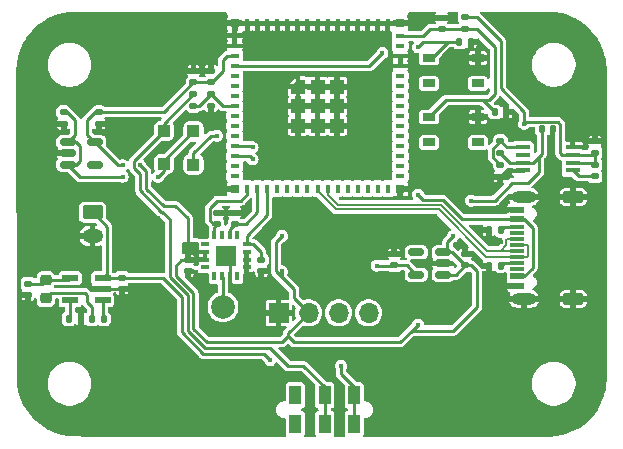
<source format=gbr>
%TF.GenerationSoftware,KiCad,Pcbnew,8.0.0*%
%TF.CreationDate,2024-05-02T00:18:50-07:00*%
%TF.ProjectId,ece16,65636531-362e-46b6-9963-61645f706362,rev?*%
%TF.SameCoordinates,Original*%
%TF.FileFunction,Copper,L1,Top*%
%TF.FilePolarity,Positive*%
%FSLAX46Y46*%
G04 Gerber Fmt 4.6, Leading zero omitted, Abs format (unit mm)*
G04 Created by KiCad (PCBNEW 8.0.0) date 2024-05-02 00:18:50*
%MOMM*%
%LPD*%
G01*
G04 APERTURE LIST*
G04 Aperture macros list*
%AMRoundRect*
0 Rectangle with rounded corners*
0 $1 Rounding radius*
0 $2 $3 $4 $5 $6 $7 $8 $9 X,Y pos of 4 corners*
0 Add a 4 corners polygon primitive as box body*
4,1,4,$2,$3,$4,$5,$6,$7,$8,$9,$2,$3,0*
0 Add four circle primitives for the rounded corners*
1,1,$1+$1,$2,$3*
1,1,$1+$1,$4,$5*
1,1,$1+$1,$6,$7*
1,1,$1+$1,$8,$9*
0 Add four rect primitives between the rounded corners*
20,1,$1+$1,$2,$3,$4,$5,0*
20,1,$1+$1,$4,$5,$6,$7,0*
20,1,$1+$1,$6,$7,$8,$9,0*
20,1,$1+$1,$8,$9,$2,$3,0*%
%AMFreePoly0*
4,1,14,0.603536,0.603536,0.605000,0.600000,0.605000,-0.600000,0.603536,-0.603536,0.600000,-0.605000,-0.600000,-0.605000,-0.603536,-0.603536,-0.605000,-0.600000,-0.605000,0.000000,-0.603536,0.003536,-0.003536,0.603536,0.000000,0.605000,0.600000,0.605000,0.603536,0.603536,0.603536,0.603536,$1*%
G04 Aperture macros list end*
%TA.AperFunction,SMDPad,CuDef*%
%ADD10R,1.050000X0.650000*%
%TD*%
%TA.AperFunction,SMDPad,CuDef*%
%ADD11RoundRect,0.218750X0.256250X-0.218750X0.256250X0.218750X-0.256250X0.218750X-0.256250X-0.218750X0*%
%TD*%
%TA.AperFunction,SMDPad,CuDef*%
%ADD12R,1.000000X1.600000*%
%TD*%
%TA.AperFunction,SMDPad,CuDef*%
%ADD13RoundRect,0.135000X-0.185000X0.135000X-0.185000X-0.135000X0.185000X-0.135000X0.185000X0.135000X0*%
%TD*%
%TA.AperFunction,SMDPad,CuDef*%
%ADD14RoundRect,0.150000X-0.512500X-0.150000X0.512500X-0.150000X0.512500X0.150000X-0.512500X0.150000X0*%
%TD*%
%TA.AperFunction,SMDPad,CuDef*%
%ADD15RoundRect,0.140000X0.170000X-0.140000X0.170000X0.140000X-0.170000X0.140000X-0.170000X-0.140000X0*%
%TD*%
%TA.AperFunction,SMDPad,CuDef*%
%ADD16R,0.800000X0.400000*%
%TD*%
%TA.AperFunction,SMDPad,CuDef*%
%ADD17R,0.400000X0.800000*%
%TD*%
%TA.AperFunction,SMDPad,CuDef*%
%ADD18R,1.200000X1.200000*%
%TD*%
%TA.AperFunction,SMDPad,CuDef*%
%ADD19FreePoly0,0.000000*%
%TD*%
%TA.AperFunction,SMDPad,CuDef*%
%ADD20R,0.800000X0.800000*%
%TD*%
%TA.AperFunction,SMDPad,CuDef*%
%ADD21RoundRect,0.135000X0.135000X0.185000X-0.135000X0.185000X-0.135000X-0.185000X0.135000X-0.185000X0*%
%TD*%
%TA.AperFunction,SMDPad,CuDef*%
%ADD22R,1.320800X0.558800*%
%TD*%
%TA.AperFunction,ComponentPad*%
%ADD23R,1.700000X1.700000*%
%TD*%
%TA.AperFunction,ComponentPad*%
%ADD24O,1.700000X1.700000*%
%TD*%
%TA.AperFunction,SMDPad,CuDef*%
%ADD25RoundRect,0.140000X-0.170000X0.140000X-0.170000X-0.140000X0.170000X-0.140000X0.170000X0.140000X0*%
%TD*%
%TA.AperFunction,SMDPad,CuDef*%
%ADD26RoundRect,0.140000X-0.140000X-0.170000X0.140000X-0.170000X0.140000X0.170000X-0.140000X0.170000X0*%
%TD*%
%TA.AperFunction,SMDPad,CuDef*%
%ADD27RoundRect,0.150000X0.512500X0.150000X-0.512500X0.150000X-0.512500X-0.150000X0.512500X-0.150000X0*%
%TD*%
%TA.AperFunction,SMDPad,CuDef*%
%ADD28R,1.150000X0.600000*%
%TD*%
%TA.AperFunction,SMDPad,CuDef*%
%ADD29R,1.150000X0.300000*%
%TD*%
%TA.AperFunction,ComponentPad*%
%ADD30O,2.100000X1.000000*%
%TD*%
%TA.AperFunction,ComponentPad*%
%ADD31RoundRect,0.250000X0.650000X-0.250000X0.650000X0.250000X-0.650000X0.250000X-0.650000X-0.250000X0*%
%TD*%
%TA.AperFunction,SMDPad,CuDef*%
%ADD32RoundRect,0.140000X0.140000X0.170000X-0.140000X0.170000X-0.140000X-0.170000X0.140000X-0.170000X0*%
%TD*%
%TA.AperFunction,SMDPad,CuDef*%
%ADD33RoundRect,0.250000X0.300000X-0.300000X0.300000X0.300000X-0.300000X0.300000X-0.300000X-0.300000X0*%
%TD*%
%TA.AperFunction,SMDPad,CuDef*%
%ADD34R,1.750000X1.750000*%
%TD*%
%TA.AperFunction,SMDPad,CuDef*%
%ADD35R,0.370000X0.650000*%
%TD*%
%TA.AperFunction,SMDPad,CuDef*%
%ADD36R,0.650000X0.370000*%
%TD*%
%TA.AperFunction,ComponentPad*%
%ADD37C,2.000000*%
%TD*%
%TA.AperFunction,SMDPad,CuDef*%
%ADD38RoundRect,0.147500X-0.172500X0.147500X-0.172500X-0.147500X0.172500X-0.147500X0.172500X0.147500X0*%
%TD*%
%TA.AperFunction,SMDPad,CuDef*%
%ADD39RoundRect,0.250000X-0.300000X0.300000X-0.300000X-0.300000X0.300000X-0.300000X0.300000X0.300000X0*%
%TD*%
%TA.AperFunction,SMDPad,CuDef*%
%ADD40R,1.250000X0.460000*%
%TD*%
%TA.AperFunction,SMDPad,CuDef*%
%ADD41RoundRect,0.135000X-0.135000X-0.185000X0.135000X-0.185000X0.135000X0.185000X-0.135000X0.185000X0*%
%TD*%
%TA.AperFunction,ComponentPad*%
%ADD42RoundRect,0.250000X-0.625000X0.350000X-0.625000X-0.350000X0.625000X-0.350000X0.625000X0.350000X0*%
%TD*%
%TA.AperFunction,ComponentPad*%
%ADD43O,1.750000X1.200000*%
%TD*%
%TA.AperFunction,ViaPad*%
%ADD44C,0.400000*%
%TD*%
%TA.AperFunction,Conductor*%
%ADD45C,0.250000*%
%TD*%
%TA.AperFunction,Conductor*%
%ADD46C,0.200000*%
%TD*%
G04 APERTURE END LIST*
D10*
%TO.P,SW2,1*%
%TO.N,/EN*%
X144925000Y-47925000D03*
%TO.P,SW2,2*%
%TO.N,GND*%
X149075000Y-47925000D03*
%TO.P,SW2,3*%
%TO.N,N/C*%
X144925000Y-50075000D03*
%TO.P,SW2,4*%
X149075000Y-50075000D03*
%TD*%
D11*
%TO.P,D4,1,K*%
%TO.N,Net-(D4-K)*%
X112500000Y-63287500D03*
%TO.P,D4,2,A*%
%TO.N,Net-(D4-A)*%
X112500000Y-61712500D03*
%TD*%
D12*
%TO.P,S1,1,1*%
%TO.N,unconnected-(S1-1-Pad1.1)*%
X133600000Y-71500000D03*
%TO.P,S1,1.1,1*%
%TO.N,unconnected-(S1-1-Pad1.1)_0*%
X133600000Y-73900000D03*
%TO.P,S1,2,2*%
%TO.N,+BATT*%
X136100000Y-71500000D03*
%TO.P,S1,2.1,2*%
X136100000Y-73900000D03*
%TO.P,S1,3,3*%
%TO.N,Net-(BT1-+)*%
X138600000Y-71500000D03*
%TO.P,S1,3.1,3*%
X138600000Y-73900000D03*
%TD*%
D13*
%TO.P,R4,1*%
%TO.N,+BATT*%
X125000000Y-45990000D03*
%TO.P,R4,2*%
%TO.N,Net-(U2-IO4)*%
X125000000Y-47010000D03*
%TD*%
D14*
%TO.P,U1,1,IN*%
%TO.N,Net-(D1-K)*%
X114362500Y-50050000D03*
%TO.P,U1,2,GND*%
%TO.N,GND*%
X114362500Y-51000000D03*
%TO.P,U1,3,EN*%
%TO.N,Net-(D1-K)*%
X114362500Y-51950000D03*
%TO.P,U1,4,NC*%
%TO.N,unconnected-(U1-NC-Pad4)*%
X116637500Y-51950000D03*
%TO.P,U1,5,OUT*%
%TO.N,+3V3*%
X116637500Y-50050000D03*
%TD*%
D15*
%TO.P,C10,1*%
%TO.N,+3V3*%
X148000000Y-60480000D03*
%TO.P,C10,2*%
%TO.N,GND*%
X148000000Y-59520000D03*
%TD*%
D16*
%TO.P,U2,1,GND*%
%TO.N,GND*%
X128500000Y-41050000D03*
%TO.P,U2,2,GND*%
X128500000Y-41900000D03*
%TO.P,U2,3,3V3*%
%TO.N,+3V3*%
X128500000Y-42750000D03*
%TO.P,U2,4,IO0*%
%TO.N,/Boot*%
X128500000Y-43600000D03*
%TO.P,U2,5,IO1*%
%TO.N,unconnected-(U2-IO1-Pad5)*%
X128500000Y-44450000D03*
%TO.P,U2,6,IO2*%
%TO.N,unconnected-(U2-IO2-Pad6)*%
X128500000Y-45300000D03*
%TO.P,U2,7,IO3*%
%TO.N,unconnected-(U2-IO3-Pad7)*%
X128500000Y-46150000D03*
%TO.P,U2,8,IO4*%
%TO.N,Net-(U2-IO4)*%
X128500000Y-47000000D03*
%TO.P,U2,9,IO5*%
%TO.N,unconnected-(U2-IO5-Pad9)*%
X128500000Y-47850000D03*
%TO.P,U2,10,IO6*%
%TO.N,unconnected-(U2-IO6-Pad10)*%
X128500000Y-48700000D03*
%TO.P,U2,11,IO7*%
%TO.N,unconnected-(U2-IO7-Pad11)*%
X128500000Y-49550000D03*
%TO.P,U2,12,IO8*%
%TO.N,/SDA*%
X128500000Y-50400000D03*
%TO.P,U2,13,IO9*%
%TO.N,/SCL*%
X128500000Y-51250000D03*
%TO.P,U2,14,IO10*%
%TO.N,unconnected-(U2-IO10-Pad14)*%
X128500000Y-52100000D03*
%TO.P,U2,15,IO11*%
%TO.N,unconnected-(U2-IO11-Pad15)*%
X128500000Y-52950000D03*
D17*
%TO.P,U2,16,IO12*%
%TO.N,/Ax*%
X129550000Y-54000000D03*
%TO.P,U2,17,IO13*%
%TO.N,/Ay*%
X130400000Y-54000000D03*
%TO.P,U2,18,IO14*%
%TO.N,/Az*%
X131250000Y-54000000D03*
%TO.P,U2,19,IO15*%
%TO.N,unconnected-(U2-IO15-Pad19)*%
X132100000Y-54000000D03*
%TO.P,U2,20,IO16*%
%TO.N,unconnected-(U2-IO16-Pad20)*%
X132950000Y-54000000D03*
%TO.P,U2,21,IO17*%
%TO.N,unconnected-(U2-IO17-Pad21)*%
X133800000Y-54000000D03*
%TO.P,U2,22,IO18*%
%TO.N,unconnected-(U2-IO18-Pad22)*%
X134650000Y-54000000D03*
%TO.P,U2,23,IO19*%
%TO.N,/DN*%
X135500000Y-54000000D03*
%TO.P,U2,24,IO20*%
%TO.N,/DP*%
X136350000Y-54000000D03*
%TO.P,U2,25,IO21*%
%TO.N,unconnected-(U2-IO21-Pad25)*%
X137200000Y-54000000D03*
%TO.P,U2,26,IO26*%
%TO.N,unconnected-(U2-IO26-Pad26)*%
X138050000Y-54000000D03*
%TO.P,U2,27,IO47*%
%TO.N,unconnected-(U2-IO47-Pad27)*%
X138900000Y-54000000D03*
%TO.P,U2,28,IO33*%
%TO.N,unconnected-(U2-IO33-Pad28)*%
X139750000Y-54000000D03*
%TO.P,U2,29,IO34*%
%TO.N,unconnected-(U2-IO34-Pad29)*%
X140600000Y-54000000D03*
%TO.P,U2,30,IO48*%
%TO.N,unconnected-(U2-IO48-Pad30)*%
X141450000Y-54000000D03*
D16*
%TO.P,U2,31,IO35*%
%TO.N,unconnected-(U2-IO35-Pad31)*%
X142500000Y-52950000D03*
%TO.P,U2,32,IO36*%
%TO.N,unconnected-(U2-IO36-Pad32)*%
X142500000Y-52100000D03*
%TO.P,U2,33,IO37*%
%TO.N,unconnected-(U2-IO37-Pad33)*%
X142500000Y-51250000D03*
%TO.P,U2,34,IO38*%
%TO.N,unconnected-(U2-IO38-Pad34)*%
X142500000Y-50400000D03*
%TO.P,U2,35,IO39*%
%TO.N,unconnected-(U2-IO39-Pad35)*%
X142500000Y-49550000D03*
%TO.P,U2,36,IO40*%
%TO.N,unconnected-(U2-IO40-Pad36)*%
X142500000Y-48700000D03*
%TO.P,U2,37,IO41*%
%TO.N,unconnected-(U2-IO41-Pad37)*%
X142500000Y-47850000D03*
%TO.P,U2,38,IO42*%
%TO.N,unconnected-(U2-IO42-Pad38)*%
X142500000Y-47000000D03*
%TO.P,U2,39,TXD0*%
%TO.N,unconnected-(U2-TXD0-Pad39)*%
X142500000Y-46150000D03*
%TO.P,U2,40,RXD0*%
%TO.N,unconnected-(U2-RXD0-Pad40)*%
X142500000Y-45300000D03*
%TO.P,U2,41,IO45*%
%TO.N,unconnected-(U2-IO45-Pad41)*%
X142500000Y-44450000D03*
%TO.P,U2,42,GND*%
%TO.N,GND*%
X142500000Y-43600000D03*
%TO.P,U2,43,GND*%
X142500000Y-42750000D03*
%TO.P,U2,44,IO46*%
%TO.N,unconnected-(U2-IO46-Pad44)*%
X142500000Y-41900000D03*
%TO.P,U2,45,EN*%
%TO.N,/EN*%
X142500000Y-41050000D03*
D17*
%TO.P,U2,46,GND*%
%TO.N,GND*%
X141450000Y-40000000D03*
%TO.P,U2,47,GND*%
X140600000Y-40000000D03*
%TO.P,U2,48,GND*%
X139750000Y-40000000D03*
%TO.P,U2,49,GND*%
X138900000Y-40000000D03*
%TO.P,U2,50,GND*%
X138050000Y-40000000D03*
%TO.P,U2,51,GND*%
X137200000Y-40000000D03*
%TO.P,U2,52,GND*%
X136350000Y-40000000D03*
%TO.P,U2,53,GND*%
X135500000Y-40000000D03*
%TO.P,U2,54,GND*%
X134650000Y-40000000D03*
%TO.P,U2,55,GND*%
X133800000Y-40000000D03*
%TO.P,U2,56,GND*%
X132950000Y-40000000D03*
%TO.P,U2,57,GND*%
X132100000Y-40000000D03*
%TO.P,U2,58,GND*%
X131250000Y-40000000D03*
%TO.P,U2,59,GND*%
X130400000Y-40000000D03*
%TO.P,U2,60,GND*%
X129550000Y-40000000D03*
D18*
%TO.P,U2,61,GND*%
X135500000Y-47000000D03*
D19*
%TO.P,U2,61_1,GND*%
X133850000Y-45350000D03*
D18*
%TO.P,U2,61_2,GND*%
X135500000Y-45350000D03*
%TO.P,U2,61_3,GND*%
X137150000Y-45350000D03*
%TO.P,U2,61_4,GND*%
X137150000Y-47000000D03*
%TO.P,U2,61_5,GND*%
X137150000Y-48650000D03*
%TO.P,U2,61_6,GND*%
X135500000Y-48650000D03*
%TO.P,U2,61_7,GND*%
X133850000Y-48650000D03*
%TO.P,U2,61_8,GND*%
X133850000Y-47000000D03*
D20*
%TO.P,U2,62,GND*%
X128500000Y-40000000D03*
%TO.P,U2,63,GND*%
X128500000Y-54000000D03*
%TO.P,U2,64,GND*%
X142500000Y-54000000D03*
%TO.P,U2,65,GND*%
X142500000Y-40000000D03*
%TD*%
D21*
%TO.P,R15,1*%
%TO.N,GND*%
X115448400Y-65000000D03*
%TO.P,R15,2*%
%TO.N,Net-(MCP73831T1-PROG)*%
X114428400Y-65000000D03*
%TD*%
D22*
%TO.P,MCP73831T1,1,STAT*%
%TO.N,/STAT*%
X117300000Y-63439800D03*
%TO.P,MCP73831T1,2,VSS*%
%TO.N,GND*%
X117300000Y-62500000D03*
%TO.P,MCP73831T1,3,VBAT*%
%TO.N,Net-(BT1-+)*%
X117300000Y-61560200D03*
%TO.P,MCP73831T1,4,VDD*%
%TO.N,Net-(D4-A)*%
X114556800Y-61560200D03*
%TO.P,MCP73831T1,5,PROG*%
%TO.N,Net-(MCP73831T1-PROG)*%
X114556800Y-63439800D03*
%TD*%
D13*
%TO.P,R5,1*%
%TO.N,Net-(U2-IO4)*%
X126500000Y-45990000D03*
%TO.P,R5,2*%
%TO.N,GND*%
X126500000Y-47010000D03*
%TD*%
D23*
%TO.P,U4,1,GND*%
%TO.N,GND*%
X132200000Y-64500000D03*
D24*
%TO.P,U4,2,VCC_IN*%
%TO.N,+3V3*%
X134740000Y-64500000D03*
%TO.P,U4,3,SCL*%
%TO.N,/SCL*%
X137280000Y-64500000D03*
%TO.P,U4,4,SDA*%
%TO.N,/SDA*%
X139820000Y-64500000D03*
%TD*%
D25*
%TO.P,C19,1*%
%TO.N,Net-(D4-A)*%
X111000000Y-62020000D03*
%TO.P,C19,2*%
%TO.N,GND*%
X111000000Y-62980000D03*
%TD*%
%TO.P,C7,1*%
%TO.N,/Az*%
X130750000Y-60020000D03*
%TO.P,C7,2*%
%TO.N,GND*%
X130750000Y-60980000D03*
%TD*%
D15*
%TO.P,C1,1*%
%TO.N,/Ay*%
X128500000Y-56980000D03*
%TO.P,C1,2*%
%TO.N,GND*%
X128500000Y-56020000D03*
%TD*%
D26*
%TO.P,C17,1*%
%TO.N,/VLED*%
X154500000Y-48965000D03*
%TO.P,C17,2*%
%TO.N,GND*%
X155460000Y-48965000D03*
%TD*%
D15*
%TO.P,C16,1*%
%TO.N,+3V3*%
X158980000Y-50945000D03*
%TO.P,C16,2*%
%TO.N,GND*%
X158980000Y-49985000D03*
%TD*%
D27*
%TO.P,U5,1,IN*%
%TO.N,+3V3*%
X146137500Y-61275000D03*
%TO.P,U5,2,GND*%
%TO.N,GND*%
X146137500Y-60325000D03*
%TO.P,U5,3,EN*%
%TO.N,+3V3*%
X146137500Y-59375000D03*
%TO.P,U5,4,NC*%
%TO.N,unconnected-(U5-NC-Pad4)*%
X143862500Y-59375000D03*
%TO.P,U5,5,OUT*%
%TO.N,+1.8V*%
X143862500Y-61275000D03*
%TD*%
D28*
%TO.P,USB4105-GF-A1,A1_B12,GND*%
%TO.N,GND*%
X152407500Y-62200000D03*
%TO.P,USB4105-GF-A1,A4_B9,VBUS*%
%TO.N,+5V*%
X152407500Y-61400000D03*
D29*
%TO.P,USB4105-GF-A1,A5,CC1*%
%TO.N,Net-(USB4105-GF-A1-CC1)*%
X152407500Y-60250000D03*
%TO.P,USB4105-GF-A1,A6,DP1*%
%TO.N,/DP*%
X152407500Y-59250000D03*
%TO.P,USB4105-GF-A1,A7,DN1*%
%TO.N,/DN*%
X152407500Y-58750000D03*
%TO.P,USB4105-GF-A1,A8,SBU1*%
%TO.N,unconnected-(USB4105-GF-A1-SBU1-PadA8)*%
X152407500Y-57750000D03*
D28*
%TO.P,USB4105-GF-A1,B1_A12,GND*%
%TO.N,GND*%
X152407500Y-55800000D03*
%TO.P,USB4105-GF-A1,B4_A9,VBUS*%
%TO.N,+5V*%
X152407500Y-56600000D03*
D29*
%TO.P,USB4105-GF-A1,B5,CC2*%
%TO.N,Net-(USB4105-GF-A1-CC2)*%
X152407500Y-57250000D03*
%TO.P,USB4105-GF-A1,B6,DP2*%
%TO.N,/DP*%
X152407500Y-58250000D03*
%TO.P,USB4105-GF-A1,B7,DN1*%
%TO.N,/DN*%
X152407500Y-59750000D03*
%TO.P,USB4105-GF-A1,B8,SBU2*%
%TO.N,unconnected-(USB4105-GF-A1-SBU2-PadB8)*%
X152407500Y-60750000D03*
D30*
%TO.P,USB4105-GF-A1,S1,SHELL_GND*%
%TO.N,GND*%
X152982500Y-63320000D03*
%TO.P,USB4105-GF-A1,S2,SHELL_GND*%
X152982500Y-54680000D03*
D31*
%TO.P,USB4105-GF-A1,S3,SHELL_GND*%
X157162500Y-63320000D03*
%TO.P,USB4105-GF-A1,S4,SHELL_GND*%
X157162500Y-54680000D03*
%TD*%
D13*
%TO.P,R2,1*%
%TO.N,+3V3*%
X148000000Y-39490000D03*
%TO.P,R2,2*%
%TO.N,/EN*%
X148000000Y-40510000D03*
%TD*%
D32*
%TO.P,C4,1*%
%TO.N,GND*%
X151480000Y-47500000D03*
%TO.P,C4,2*%
%TO.N,/EN*%
X150520000Y-47500000D03*
%TD*%
D33*
%TO.P,D1,1,K*%
%TO.N,Net-(D1-K)*%
X122500000Y-51900000D03*
%TO.P,D1,2,A*%
%TO.N,+BATT*%
X122500000Y-49100000D03*
%TD*%
D15*
%TO.P,C21,1*%
%TO.N,+3V3*%
X125000000Y-44980000D03*
%TO.P,C21,2*%
%TO.N,GND*%
X125000000Y-44020000D03*
%TD*%
D10*
%TO.P,SW1,1*%
%TO.N,/Boot*%
X144925000Y-42925000D03*
%TO.P,SW1,2*%
%TO.N,GND*%
X149075000Y-42925000D03*
%TO.P,SW1,3*%
%TO.N,N/C*%
X144925000Y-45075000D03*
%TO.P,SW1,4*%
X149075000Y-45075000D03*
%TD*%
D34*
%TO.P,U3,0,MI*%
%TO.N,GND*%
X127750000Y-59675000D03*
D35*
%TO.P,U3,1,NC*%
%TO.N,unconnected-(U3-NC-Pad1)*%
X126775000Y-61425000D03*
%TO.P,U3,2,ST*%
%TO.N,Net-(U3-ST)*%
X127425000Y-61425000D03*
%TO.P,U3,3*%
%TO.N,GND*%
X128075000Y-61425000D03*
%TO.P,U3,4,NC*%
%TO.N,unconnected-(U3-NC-Pad4)*%
X128725000Y-61425000D03*
D36*
%TO.P,U3,5*%
%TO.N,GND*%
X129500000Y-60650000D03*
%TO.P,U3,6,COM@6*%
X129500000Y-60000000D03*
%TO.P,U3,7*%
X129500000Y-59350000D03*
%TO.P,U3,8,ZOUT*%
%TO.N,/Az*%
X129500000Y-58700000D03*
D35*
%TO.P,U3,9,NC*%
%TO.N,unconnected-(U3-NC-Pad9)*%
X128725000Y-57925000D03*
%TO.P,U3,10,YOUT*%
%TO.N,/Ay*%
X128075000Y-57925000D03*
%TO.P,U3,11,NC*%
%TO.N,unconnected-(U3-NC-Pad11)*%
X127425000Y-57925000D03*
%TO.P,U3,12,XOUT*%
%TO.N,/Ax*%
X126775000Y-57925000D03*
D36*
%TO.P,U3,13,NC*%
%TO.N,unconnected-(U3-NC-Pad13)*%
X126000000Y-58700000D03*
%TO.P,U3,14,VS@14*%
%TO.N,+3V3*%
X126000000Y-59350000D03*
%TO.P,U3,15*%
X126000000Y-60000000D03*
%TO.P,U3,16,NC*%
%TO.N,unconnected-(U3-NC-Pad16)*%
X126000000Y-60650000D03*
%TD*%
D21*
%TO.P,R7,1*%
%TO.N,Net-(USB4105-GF-A1-CC1)*%
X151010000Y-60500000D03*
%TO.P,R7,2*%
%TO.N,GND*%
X149990000Y-60500000D03*
%TD*%
D37*
%TO.P,TP1,1,1*%
%TO.N,Net-(U3-ST)*%
X127500000Y-64000000D03*
%TD*%
D13*
%TO.P,R1,1*%
%TO.N,Net-(PAM2401-SCADJ1-FB)*%
X150980000Y-51955000D03*
%TO.P,R1,2*%
%TO.N,GND*%
X150980000Y-52975000D03*
%TD*%
D15*
%TO.P,C11,1*%
%TO.N,+1.8V*%
X142000000Y-60480000D03*
%TO.P,C11,2*%
%TO.N,GND*%
X142000000Y-59520000D03*
%TD*%
D25*
%TO.P,C5,1*%
%TO.N,+3V3*%
X117000000Y-47520000D03*
%TO.P,C5,2*%
%TO.N,GND*%
X117000000Y-48480000D03*
%TD*%
D21*
%TO.P,R6,1*%
%TO.N,Net-(USB4105-GF-A1-CC2)*%
X151010000Y-57500000D03*
%TO.P,R6,2*%
%TO.N,GND*%
X149990000Y-57500000D03*
%TD*%
D38*
%TO.P,L1,1,1*%
%TO.N,+3V3*%
X158980000Y-51980000D03*
%TO.P,L1,2,2*%
%TO.N,Net-(PAM2401-SCADJ1-LX)*%
X158980000Y-52950000D03*
%TD*%
D32*
%TO.P,C9,1*%
%TO.N,GND*%
X148480000Y-41575000D03*
%TO.P,C9,2*%
%TO.N,/Boot*%
X147520000Y-41575000D03*
%TD*%
D25*
%TO.P,C18,1*%
%TO.N,Net-(BT1-+)*%
X118928400Y-61520000D03*
%TO.P,C18,2*%
%TO.N,GND*%
X118928400Y-62480000D03*
%TD*%
D39*
%TO.P,D2,1,K*%
%TO.N,Net-(D1-K)*%
X125000000Y-49145000D03*
%TO.P,D2,2,A*%
%TO.N,+5V*%
X125000000Y-51945000D03*
%TD*%
D15*
%TO.P,C20,1*%
%TO.N,+3V3*%
X126500000Y-44980000D03*
%TO.P,C20,2*%
%TO.N,GND*%
X126500000Y-44020000D03*
%TD*%
%TO.P,C2,1*%
%TO.N,/Ax*%
X127000000Y-56980000D03*
%TO.P,C2,2*%
%TO.N,GND*%
X127000000Y-56020000D03*
%TD*%
D40*
%TO.P,PAM2401-SCADJ1,1,LX*%
%TO.N,Net-(PAM2401-SCADJ1-LX)*%
X157090000Y-52440000D03*
%TO.P,PAM2401-SCADJ1,2,EN*%
%TO.N,+3V3*%
X157090000Y-51790000D03*
%TO.P,PAM2401-SCADJ1,3,Vin*%
X157090000Y-51140000D03*
%TO.P,PAM2401-SCADJ1,4,AGND*%
%TO.N,GND*%
X157090000Y-50490000D03*
%TO.P,PAM2401-SCADJ1,5,FB*%
%TO.N,Net-(PAM2401-SCADJ1-FB)*%
X152870000Y-50490000D03*
%TO.P,PAM2401-SCADJ1,6,RSET*%
%TO.N,unconnected-(PAM2401-SCADJ1-RSET-Pad6)*%
X152870000Y-51140000D03*
%TO.P,PAM2401-SCADJ1,7,OUT*%
%TO.N,/VLED*%
X152870000Y-51790000D03*
%TO.P,PAM2401-SCADJ1,8,PGND*%
%TO.N,GND*%
X152870000Y-52440000D03*
%TD*%
D25*
%TO.P,C6,1*%
%TO.N,Net-(D1-K)*%
X114000000Y-47520000D03*
%TO.P,C6,2*%
%TO.N,GND*%
X114000000Y-48480000D03*
%TD*%
%TO.P,C3,1*%
%TO.N,GND*%
X146000000Y-39520000D03*
%TO.P,C3,2*%
%TO.N,/EN*%
X146000000Y-40480000D03*
%TD*%
D41*
%TO.P,R13,1*%
%TO.N,Net-(D4-K)*%
X116418400Y-65000000D03*
%TO.P,R13,2*%
%TO.N,/STAT*%
X117438400Y-65000000D03*
%TD*%
D13*
%TO.P,R3,1*%
%TO.N,Net-(PAM2401-SCADJ1-FB)*%
X150980000Y-49955000D03*
%TO.P,R3,2*%
%TO.N,/VLED*%
X150980000Y-50975000D03*
%TD*%
D42*
%TO.P,BT1,1,+*%
%TO.N,Net-(BT1-+)*%
X116450000Y-56000000D03*
D43*
%TO.P,BT1,2,-*%
%TO.N,GND*%
X116450000Y-58000000D03*
%TD*%
D25*
%TO.P,C8,1*%
%TO.N,+3V3*%
X124500000Y-60020000D03*
%TO.P,C8,2*%
%TO.N,GND*%
X124500000Y-60980000D03*
%TD*%
D44*
%TO.N,+3V3*%
X144000000Y-65500000D03*
X120500000Y-52000000D03*
X132510000Y-57990000D03*
X153000000Y-48500000D03*
X147000000Y-58000000D03*
X132500000Y-61000000D03*
X119000000Y-52000000D03*
%TO.N,/SCL*%
X130000000Y-51500000D03*
%TO.N,Net-(D1-K)*%
X119000000Y-53000000D03*
X122000000Y-53000000D03*
%TO.N,+1.8V*%
X140500000Y-60500000D03*
%TO.N,+5V*%
X127000000Y-49500000D03*
X144000000Y-54500000D03*
%TO.N,/SDA*%
X130000000Y-50500000D03*
%TO.N,Net-(BT1-+)*%
X131500000Y-68500000D03*
X137500000Y-69000000D03*
%TO.N,/VLED*%
X148500000Y-55000000D03*
%TO.N,/Boot*%
X141000000Y-42500000D03*
X144000000Y-42000000D03*
%TO.N,GND*%
X129500000Y-56000000D03*
X120000000Y-44000000D03*
X119500000Y-44000000D03*
X151000000Y-56000000D03*
X119500000Y-43500000D03*
X150500000Y-58500000D03*
X119000000Y-49000000D03*
X125000000Y-54000000D03*
X125000000Y-54500000D03*
X119500000Y-48500000D03*
X119500000Y-49000000D03*
X151500000Y-48500000D03*
X152000000Y-48500000D03*
X120000000Y-43500000D03*
X125500000Y-54500000D03*
X129500000Y-55500000D03*
X125500000Y-54000000D03*
X154000000Y-47500000D03*
X151000000Y-58500000D03*
X150500000Y-56000000D03*
X154500000Y-47500000D03*
X119000000Y-48500000D03*
%TD*%
D45*
%TO.N,+3V3*%
X153170000Y-48330000D02*
X153000000Y-48500000D01*
X147988510Y-60480000D02*
X148000000Y-60480000D01*
X157090000Y-51140000D02*
X156215000Y-51140000D01*
X132000000Y-58500000D02*
X132510000Y-57990000D01*
X122480000Y-47500000D02*
X125000000Y-44980000D01*
X117020000Y-47500000D02*
X122480000Y-47500000D01*
X132000000Y-58500000D02*
X132000000Y-61000000D01*
X126258510Y-44980000D02*
X126500000Y-44980000D01*
X132500000Y-61500000D02*
X133500000Y-62500000D01*
X116000000Y-48210001D02*
X116000000Y-49412500D01*
X134120000Y-64500000D02*
X134740000Y-64500000D01*
X126500000Y-44980000D02*
X125000000Y-44980000D01*
X116000000Y-49412500D02*
X116637500Y-50050000D01*
X123980000Y-60020000D02*
X123500000Y-60500000D01*
X153000000Y-47500000D02*
X153000000Y-48500000D01*
X158980000Y-51980000D02*
X158980000Y-50945000D01*
X146500000Y-59012500D02*
X146500000Y-58500000D01*
X158785000Y-51140000D02*
X157090000Y-51140000D01*
X132500000Y-61000000D02*
X132510000Y-60990000D01*
X116637500Y-50050000D02*
X118587500Y-52000000D01*
X155830000Y-48330000D02*
X153170000Y-48330000D01*
X121000000Y-52500000D02*
X121000000Y-54000000D01*
X126136396Y-67000000D02*
X132500000Y-67000000D01*
X147205000Y-61275000D02*
X148000000Y-60480000D01*
X151000000Y-45500000D02*
X153000000Y-47500000D01*
X148000000Y-60480000D02*
X148480000Y-60480000D01*
X148990000Y-39490000D02*
X151000000Y-41500000D01*
X124500000Y-56500000D02*
X124500000Y-60020000D01*
X125000000Y-62863604D02*
X125000000Y-65863604D01*
X132000000Y-61000000D02*
X132500000Y-61500000D01*
X156065000Y-48565000D02*
X155830000Y-48330000D01*
X146883510Y-59375000D02*
X147988510Y-60480000D01*
X156065000Y-50990000D02*
X156065000Y-48565000D01*
X143500000Y-66000000D02*
X144000000Y-65500000D01*
X118587500Y-52000000D02*
X119000000Y-52000000D01*
X124500000Y-60020000D02*
X123980000Y-60020000D01*
X125980000Y-60020000D02*
X126000000Y-60000000D01*
X126500000Y-44980000D02*
X126534999Y-44980000D01*
X121000000Y-54000000D02*
X122475000Y-55475000D01*
X146137500Y-59375000D02*
X146500000Y-59012500D01*
X123475000Y-55475000D02*
X124500000Y-56500000D01*
X147000000Y-66000000D02*
X149000000Y-64000000D01*
X146500000Y-58500000D02*
X147000000Y-58000000D01*
X146137500Y-61275000D02*
X147205000Y-61275000D01*
X148000000Y-39490000D02*
X148990000Y-39490000D01*
X117000000Y-47520000D02*
X117020000Y-47500000D01*
X148480000Y-60480000D02*
X149000000Y-61000000D01*
X127500000Y-44014999D02*
X127500000Y-43100000D01*
X122475000Y-55475000D02*
X123475000Y-55475000D01*
X124500000Y-60020000D02*
X124511490Y-60020000D01*
X158980000Y-50945000D02*
X158785000Y-51140000D01*
X144500000Y-66000000D02*
X147000000Y-66000000D01*
X133500000Y-67000000D02*
X133000000Y-66500000D01*
X146137500Y-59375000D02*
X146883510Y-59375000D01*
X158790000Y-51790000D02*
X158980000Y-51980000D01*
X123500000Y-60500000D02*
X123500000Y-61363604D01*
X133000000Y-66240000D02*
X134740000Y-64500000D01*
X143500000Y-66000000D02*
X142500000Y-67000000D01*
X133500000Y-63260000D02*
X134740000Y-64500000D01*
X133500000Y-62500000D02*
X133500000Y-63260000D01*
X132500000Y-67000000D02*
X133000000Y-66500000D01*
X117000000Y-47520000D02*
X116690001Y-47520000D01*
X126534999Y-44980000D02*
X127500000Y-44014999D01*
X125000000Y-65863604D02*
X126136396Y-67000000D01*
X127500000Y-43100000D02*
X127850000Y-42750000D01*
X151000000Y-41500000D02*
X151000000Y-45500000D01*
X142500000Y-67000000D02*
X133500000Y-67000000D01*
X143500000Y-66000000D02*
X144500000Y-66000000D01*
X123500000Y-61363604D02*
X125000000Y-62863604D01*
X133000000Y-66500000D02*
X133000000Y-66240000D01*
X116690001Y-47520000D02*
X116000000Y-48210001D01*
X120500000Y-52000000D02*
X121000000Y-52500000D01*
X132500000Y-61000000D02*
X132500000Y-61500000D01*
X125000000Y-44980000D02*
X125011490Y-44980000D01*
X157090000Y-51790000D02*
X158790000Y-51790000D01*
X156215000Y-51140000D02*
X156065000Y-50990000D01*
X149000000Y-64000000D02*
X149000000Y-61000000D01*
X127850000Y-42750000D02*
X128500000Y-42750000D01*
%TO.N,/Ay*%
X128075000Y-57925000D02*
X128075000Y-57405000D01*
X129420000Y-56980000D02*
X130400000Y-56000000D01*
X128075000Y-57405000D02*
X128500000Y-56980000D01*
X130400000Y-56000000D02*
X130400000Y-54000000D01*
X128500000Y-56980000D02*
X129420000Y-56980000D01*
%TO.N,Net-(USB4105-GF-A1-CC2)*%
X151010000Y-57500000D02*
X151260000Y-57250000D01*
X151260000Y-57250000D02*
X152407500Y-57250000D01*
%TO.N,Net-(USB4105-GF-A1-CC1)*%
X151010000Y-60500000D02*
X151260000Y-60250000D01*
X151260000Y-60250000D02*
X152407500Y-60250000D01*
%TO.N,/SCL*%
X129750000Y-51250000D02*
X130000000Y-51500000D01*
X128500000Y-51250000D02*
X129750000Y-51250000D01*
%TO.N,Net-(D1-K)*%
X122000000Y-53000000D02*
X122500000Y-52500000D01*
X122500000Y-52500000D02*
X122500000Y-51900000D01*
X122500000Y-51900000D02*
X122500000Y-51645000D01*
X114362500Y-51950000D02*
X115412500Y-53000000D01*
X115412500Y-53000000D02*
X118500000Y-53000000D01*
X114362500Y-50050000D02*
X115024999Y-50050000D01*
X115024999Y-50050000D02*
X115350000Y-50375001D01*
X114309999Y-47520000D02*
X115000000Y-48210001D01*
X118500000Y-53000000D02*
X119000000Y-53000000D01*
X115024999Y-51950000D02*
X114362500Y-51950000D01*
X115350000Y-51624999D02*
X115024999Y-51950000D01*
X114000000Y-47520000D02*
X114309999Y-47520000D01*
X115000000Y-48210001D02*
X115000000Y-49412500D01*
X122500000Y-51645000D02*
X125000000Y-49145000D01*
X115000000Y-49412500D02*
X114362500Y-50050000D01*
X115350000Y-50375001D02*
X115350000Y-51624999D01*
%TO.N,/Ax*%
X129550000Y-54000000D02*
X129550000Y-54450000D01*
X126365000Y-55635000D02*
X127000000Y-55000000D01*
X126775000Y-57205000D02*
X127000000Y-56980000D01*
X127000000Y-56980000D02*
X126690001Y-56980000D01*
X126365000Y-56654999D02*
X126365000Y-55635000D01*
X129000000Y-55000000D02*
X127000000Y-55000000D01*
X126775000Y-57925000D02*
X126775000Y-57205000D01*
X129550000Y-54450000D02*
X129000000Y-55000000D01*
X126690001Y-56980000D02*
X126365000Y-56654999D01*
%TO.N,+1.8V*%
X142000000Y-60480000D02*
X143067500Y-60480000D01*
X141980000Y-60500000D02*
X142000000Y-60480000D01*
X140500000Y-60500000D02*
X141980000Y-60500000D01*
X143067500Y-60480000D02*
X143862500Y-61275000D01*
%TO.N,/EN*%
X150520000Y-47500000D02*
X149520000Y-46500000D01*
X144458510Y-41050000D02*
X145028510Y-40480000D01*
X149520000Y-46500000D02*
X146350000Y-46500000D01*
X150500000Y-47520000D02*
X150520000Y-47500000D01*
X150500000Y-42000000D02*
X149010000Y-40510000D01*
X146350000Y-46500000D02*
X144925000Y-47925000D01*
X145028510Y-40480000D02*
X146000000Y-40480000D01*
X146000000Y-40480000D02*
X147970000Y-40480000D01*
X149010000Y-40510000D02*
X148000000Y-40510000D01*
X142500000Y-41050000D02*
X144458510Y-41050000D01*
X147970000Y-40480000D02*
X148000000Y-40510000D01*
X149520000Y-46500000D02*
X150000000Y-46500000D01*
X150000000Y-46500000D02*
X150500000Y-46000000D01*
X150500000Y-46000000D02*
X150500000Y-42000000D01*
D46*
%TO.N,/DN*%
X153282500Y-58800000D02*
X153282500Y-59700000D01*
X153282500Y-59700000D02*
X153232500Y-59750000D01*
X153232500Y-59750000D02*
X152407500Y-59750000D01*
X149750000Y-59750000D02*
X152407500Y-59750000D01*
X145750000Y-55750000D02*
X149750000Y-59750000D01*
X153232500Y-58750000D02*
X153282500Y-58800000D01*
X137050000Y-55750000D02*
X145750000Y-55750000D01*
X152407500Y-58750000D02*
X153232500Y-58750000D01*
X135500000Y-54200000D02*
X137050000Y-55750000D01*
X135500000Y-54000000D02*
X135500000Y-54200000D01*
%TO.N,/DP*%
X151500000Y-58750000D02*
X151000000Y-59250000D01*
X149815686Y-59250000D02*
X151000000Y-59250000D01*
X137215686Y-55350000D02*
X145915686Y-55350000D01*
X145915686Y-55350000D02*
X149815686Y-59250000D01*
X151582500Y-58250000D02*
X151500000Y-58332500D01*
X152407500Y-58250000D02*
X151582500Y-58250000D01*
X136350000Y-54484314D02*
X137215686Y-55350000D01*
X136350000Y-54000000D02*
X136350000Y-54484314D01*
X151000000Y-59250000D02*
X152407500Y-59250000D01*
X151500000Y-58332500D02*
X151500000Y-58750000D01*
D45*
%TO.N,+5V*%
X153707500Y-57324949D02*
X152982551Y-56600000D01*
X152982551Y-56600000D02*
X152407500Y-56600000D01*
X153707500Y-60675051D02*
X153707500Y-57324949D01*
X146091726Y-54925000D02*
X147766726Y-56600000D01*
X125000000Y-51000000D02*
X126500000Y-49500000D01*
X152982551Y-61400000D02*
X153707500Y-60675051D01*
X144000000Y-54500000D02*
X144425000Y-54925000D01*
X147766726Y-56600000D02*
X152407500Y-56600000D01*
X152407500Y-61400000D02*
X152982551Y-61400000D01*
X126500000Y-49500000D02*
X127000000Y-49500000D01*
X125000000Y-51945000D02*
X125000000Y-51000000D01*
X144425000Y-54925000D02*
X146091726Y-54925000D01*
%TO.N,+BATT*%
X122500000Y-48490000D02*
X122500000Y-49100000D01*
X133000000Y-69000000D02*
X134300000Y-69000000D01*
X131500000Y-67500000D02*
X133000000Y-69000000D01*
X136100000Y-70800000D02*
X136100000Y-73200000D01*
X124500000Y-66000000D02*
X126000000Y-67500000D01*
X123000000Y-56575000D02*
X123000000Y-61500000D01*
X122350000Y-55925000D02*
X123000000Y-56575000D01*
X125000000Y-45990000D02*
X122500000Y-48490000D01*
X134300000Y-69000000D02*
X136100000Y-70800000D01*
X124500000Y-63000000D02*
X124500000Y-66000000D01*
X120500000Y-54136396D02*
X122288604Y-55925000D01*
X119975000Y-51625000D02*
X119975000Y-52217463D01*
X123000000Y-61500000D02*
X124500000Y-63000000D01*
X120500000Y-52742463D02*
X120500000Y-54136396D01*
X122500000Y-49100000D02*
X119975000Y-51625000D01*
X126000000Y-67500000D02*
X131500000Y-67500000D01*
X122288604Y-55925000D02*
X122350000Y-55925000D01*
X119975000Y-52217463D02*
X120500000Y-52742463D01*
%TO.N,/Az*%
X131250000Y-56250000D02*
X131250000Y-54000000D01*
X130075000Y-58700000D02*
X130750000Y-59375000D01*
X129500000Y-58700000D02*
X129500000Y-58000000D01*
X129500000Y-58000000D02*
X131250000Y-56250000D01*
X129500000Y-58700000D02*
X130075000Y-58700000D01*
X130750000Y-59375000D02*
X130750000Y-60020000D01*
%TO.N,/SDA*%
X129900000Y-50400000D02*
X130000000Y-50500000D01*
X128500000Y-50400000D02*
X129900000Y-50400000D01*
%TO.N,Net-(PAM2401-SCADJ1-LX)*%
X158980000Y-52950000D02*
X157600000Y-52950000D01*
X157600000Y-52950000D02*
X157090000Y-52440000D01*
%TO.N,Net-(PAM2401-SCADJ1-FB)*%
X150335000Y-50600000D02*
X150980000Y-49955000D01*
X151515000Y-50490000D02*
X150980000Y-49955000D01*
X150980000Y-51955000D02*
X150335000Y-51310000D01*
X150335000Y-51310000D02*
X150335000Y-50600000D01*
X152870000Y-50490000D02*
X151515000Y-50490000D01*
%TO.N,Net-(BT1-+)*%
X117650000Y-57200000D02*
X117650000Y-61210200D01*
X124000000Y-63136396D02*
X124000000Y-66136396D01*
X125813604Y-67950000D02*
X130950000Y-67950000D01*
X116450000Y-56000000D02*
X117650000Y-57200000D01*
X124000000Y-66136396D02*
X125813604Y-67950000D01*
X118888200Y-61560200D02*
X118928400Y-61520000D01*
X122383604Y-61520000D02*
X124000000Y-63136396D01*
X137500000Y-69700000D02*
X138600000Y-70800000D01*
X137500000Y-69000000D02*
X137500000Y-69700000D01*
X118928400Y-61520000D02*
X122383604Y-61520000D01*
X117650000Y-61210200D02*
X117300000Y-61560200D01*
X138600000Y-73200000D02*
X138600000Y-70800000D01*
X130950000Y-67950000D02*
X131500000Y-68500000D01*
X117300000Y-61560200D02*
X118888200Y-61560200D01*
%TO.N,/VLED*%
X153745000Y-51790000D02*
X152870000Y-51790000D01*
X154500000Y-48965000D02*
X154500000Y-51035000D01*
X152000000Y-53500000D02*
X153315000Y-53500000D01*
X154267500Y-52547500D02*
X154267500Y-51267500D01*
X152870000Y-51790000D02*
X151795000Y-51790000D01*
X150500000Y-55000000D02*
X152000000Y-53500000D01*
X151795000Y-51790000D02*
X150980000Y-50975000D01*
X154267500Y-51267500D02*
X153745000Y-51790000D01*
X154500000Y-51035000D02*
X154267500Y-51267500D01*
X148500000Y-55000000D02*
X150500000Y-55000000D01*
X153315000Y-53500000D02*
X154267500Y-52547500D01*
%TO.N,/Boot*%
X146510000Y-41575000D02*
X146575000Y-41575000D01*
X145160000Y-42925000D02*
X146510000Y-41575000D01*
X144425000Y-41575000D02*
X146575000Y-41575000D01*
X139900000Y-43600000D02*
X141000000Y-42500000D01*
X144000000Y-42000000D02*
X144425000Y-41575000D01*
X146575000Y-41575000D02*
X147520000Y-41575000D01*
X128500000Y-43600000D02*
X139900000Y-43600000D01*
X144925000Y-42925000D02*
X145160000Y-42925000D01*
%TO.N,Net-(U2-IO4)*%
X128490000Y-47010000D02*
X128500000Y-47000000D01*
X127510000Y-47000000D02*
X128500000Y-47000000D01*
X125480000Y-47010000D02*
X126500000Y-45990000D01*
X126500000Y-45990000D02*
X127510000Y-47000000D01*
X125000000Y-47010000D02*
X125480000Y-47010000D01*
%TO.N,GND*%
X128075000Y-61425000D02*
X128075000Y-60000000D01*
X128075000Y-60000000D02*
X127750000Y-59675000D01*
X118908400Y-62500000D02*
X118928400Y-62480000D01*
X151515000Y-52440000D02*
X152870000Y-52440000D01*
X150980000Y-52975000D02*
X151515000Y-52440000D01*
X117300000Y-62500000D02*
X118908400Y-62500000D01*
%TO.N,Net-(D4-A)*%
X111000000Y-62020000D02*
X112192500Y-62020000D01*
X112192500Y-62020000D02*
X112500000Y-61712500D01*
X114404500Y-61712500D02*
X114556800Y-61560200D01*
X112500000Y-61712500D02*
X114404500Y-61712500D01*
%TO.N,Net-(U3-ST)*%
X127500000Y-61500000D02*
X127425000Y-61425000D01*
X127500000Y-64000000D02*
X127500000Y-61500000D01*
%TO.N,Net-(D4-K)*%
X112952100Y-62835400D02*
X115835400Y-62835400D01*
X116000000Y-63625800D02*
X116418400Y-64044200D01*
X116418400Y-64044200D02*
X116418400Y-65000000D01*
X112500000Y-63287500D02*
X112952100Y-62835400D01*
X115835400Y-62835400D02*
X116000000Y-63000000D01*
X116000000Y-63000000D02*
X116000000Y-63625800D01*
%TO.N,/STAT*%
X117300000Y-63439800D02*
X117300000Y-64861600D01*
X117300000Y-64861600D02*
X117438400Y-65000000D01*
%TO.N,Net-(MCP73831T1-PROG)*%
X114556800Y-64871600D02*
X114428400Y-65000000D01*
X114556800Y-63439800D02*
X114556800Y-64871600D01*
%TD*%
%TA.AperFunction,Conductor*%
%TO.N,+3V3*%
G36*
X125367539Y-58519685D02*
G01*
X125413294Y-58572489D01*
X125424500Y-58624000D01*
X125424500Y-58909674D01*
X125424500Y-58909676D01*
X125424499Y-58909676D01*
X125441416Y-58994717D01*
X125438986Y-58995200D01*
X125444624Y-59047696D01*
X125440937Y-59060251D01*
X125425000Y-59140373D01*
X125425000Y-59165000D01*
X126061000Y-59165000D01*
X126128039Y-59184685D01*
X126173794Y-59237489D01*
X126185000Y-59289000D01*
X126185000Y-60061000D01*
X126165315Y-60128039D01*
X126112511Y-60173794D01*
X126061000Y-60185000D01*
X125425000Y-60185000D01*
X125425000Y-60209628D01*
X125441887Y-60294524D01*
X125439114Y-60295075D01*
X125444625Y-60346359D01*
X125440178Y-60361503D01*
X125423538Y-60445158D01*
X125391153Y-60507069D01*
X125330437Y-60541643D01*
X125297634Y-60544892D01*
X125112875Y-60538500D01*
X125046556Y-60516509D01*
X125002654Y-60462155D01*
X124995108Y-60392694D01*
X125006678Y-60358277D01*
X125045534Y-60282019D01*
X125047438Y-60270000D01*
X124374000Y-60270000D01*
X124306961Y-60250315D01*
X124261206Y-60197511D01*
X124250000Y-60146000D01*
X124250000Y-59497809D01*
X124750000Y-59497809D01*
X124750000Y-59770000D01*
X125047438Y-59770000D01*
X125045535Y-59757983D01*
X124989447Y-59647906D01*
X124989444Y-59647901D01*
X124902098Y-59560555D01*
X124902093Y-59560551D01*
X124900278Y-59559626D01*
X125424999Y-59559626D01*
X125441887Y-59644522D01*
X125439315Y-59645033D01*
X125444901Y-59697029D01*
X125440767Y-59711105D01*
X125425000Y-59790373D01*
X125425000Y-59815000D01*
X125815000Y-59815000D01*
X125815000Y-59535000D01*
X125425000Y-59535000D01*
X125425000Y-59559626D01*
X125424999Y-59559626D01*
X124900278Y-59559626D01*
X124792018Y-59504465D01*
X124750000Y-59497809D01*
X124250000Y-59497809D01*
X124207984Y-59504463D01*
X124207983Y-59504463D01*
X124180295Y-59518572D01*
X124111625Y-59531468D01*
X124046885Y-59505192D01*
X124006628Y-59448085D01*
X124000000Y-59408087D01*
X124000000Y-58624000D01*
X124019685Y-58556961D01*
X124072489Y-58511206D01*
X124124000Y-58500000D01*
X125300500Y-58500000D01*
X125367539Y-58519685D01*
G37*
%TD.AperFunction*%
%TD*%
%TA.AperFunction,Conductor*%
%TO.N,GND*%
G36*
X127758531Y-39019213D02*
G01*
X127795076Y-39069513D01*
X127800000Y-39100600D01*
X127800000Y-39275000D01*
X127828276Y-39275000D01*
X127887407Y-39294213D01*
X127923952Y-39344513D01*
X127923952Y-39406687D01*
X127911922Y-39431491D01*
X127864504Y-39502455D01*
X127850000Y-39575376D01*
X127850000Y-39750000D01*
X129101330Y-39750000D01*
X129160461Y-39769213D01*
X129172465Y-39779465D01*
X129193000Y-39800000D01*
X141807000Y-39800000D01*
X141827535Y-39779465D01*
X141882933Y-39751239D01*
X141898670Y-39750000D01*
X143150000Y-39750000D01*
X143150000Y-39575376D01*
X143135495Y-39502455D01*
X143088078Y-39431491D01*
X143071202Y-39371651D01*
X143092721Y-39313319D01*
X143144417Y-39278777D01*
X143171724Y-39275000D01*
X143200000Y-39275000D01*
X143200000Y-39100600D01*
X143219213Y-39041469D01*
X143269513Y-39004924D01*
X143300600Y-39000000D01*
X145421749Y-39000000D01*
X145480880Y-39019213D01*
X145517425Y-39069513D01*
X145517425Y-39131687D01*
X145511384Y-39146272D01*
X145454466Y-39257979D01*
X145454465Y-39257982D01*
X145452561Y-39270000D01*
X146547438Y-39270000D01*
X146547438Y-39269999D01*
X146545535Y-39257983D01*
X146488616Y-39146272D01*
X146478890Y-39084863D01*
X146507116Y-39029465D01*
X146562514Y-39001239D01*
X146578251Y-39000000D01*
X147332031Y-39000000D01*
X147391162Y-39019213D01*
X147427707Y-39069513D01*
X147427707Y-39131687D01*
X147421667Y-39145965D01*
X147377490Y-39272216D01*
X147377490Y-39272219D01*
X147374700Y-39301970D01*
X147374700Y-39678030D01*
X147376870Y-39701169D01*
X147377490Y-39707783D01*
X147421327Y-39833062D01*
X147462878Y-39889362D01*
X147482532Y-39948348D01*
X147463762Y-40007621D01*
X147413737Y-40044541D01*
X147381935Y-40049700D01*
X146572380Y-40049700D01*
X146513249Y-40030487D01*
X146476704Y-39980187D01*
X146476704Y-39918013D01*
X146486220Y-39899333D01*
X146485855Y-39899147D01*
X146545533Y-39782020D01*
X146545534Y-39782017D01*
X146547439Y-39770000D01*
X145452561Y-39770000D01*
X145454464Y-39782018D01*
X145514145Y-39899148D01*
X145512296Y-39900089D01*
X145528220Y-39949105D01*
X145509004Y-40008235D01*
X145458702Y-40044778D01*
X145427620Y-40049700D01*
X144971854Y-40049700D01*
X144862423Y-40079022D01*
X144862422Y-40079022D01*
X144831547Y-40096848D01*
X144810459Y-40109024D01*
X144764300Y-40135674D01*
X144764297Y-40135676D01*
X144309739Y-40590235D01*
X144254341Y-40618461D01*
X144238604Y-40619700D01*
X143233778Y-40619700D01*
X143174647Y-40600487D01*
X143138102Y-40550187D01*
X143135111Y-40499474D01*
X143150000Y-40424623D01*
X143150000Y-40250000D01*
X141898670Y-40250000D01*
X141839539Y-40230787D01*
X141827535Y-40220535D01*
X141807000Y-40200000D01*
X141650000Y-40200000D01*
X141650000Y-40650000D01*
X141674625Y-40650000D01*
X141682421Y-40648449D01*
X141744165Y-40655755D01*
X141789822Y-40697957D01*
X141801953Y-40758937D01*
X141799121Y-40773525D01*
X141797662Y-40778885D01*
X141794700Y-40804418D01*
X141794700Y-41295571D01*
X141794701Y-41295586D01*
X141797662Y-41321108D01*
X141797662Y-41321111D01*
X141847531Y-41434053D01*
X141843882Y-41435663D01*
X141856276Y-41477878D01*
X141844361Y-41514547D01*
X141847531Y-41515947D01*
X141797662Y-41628888D01*
X141797662Y-41628889D01*
X141794700Y-41654418D01*
X141794700Y-42145571D01*
X141794701Y-42145586D01*
X141797662Y-42171108D01*
X141797662Y-42171111D01*
X141843765Y-42275524D01*
X141868687Y-42300446D01*
X141896913Y-42355844D01*
X141887187Y-42417252D01*
X141881198Y-42427471D01*
X141864505Y-42452453D01*
X141850000Y-42525376D01*
X141850000Y-42550000D01*
X143150000Y-42550000D01*
X143150000Y-42525376D01*
X143135495Y-42452455D01*
X143118802Y-42427473D01*
X143101924Y-42367633D01*
X143123443Y-42309301D01*
X143131305Y-42300453D01*
X143156234Y-42275525D01*
X143160778Y-42265235D01*
X143202337Y-42171111D01*
X143202338Y-42171109D01*
X143205300Y-42145579D01*
X143205299Y-41654422D01*
X143202338Y-41628891D01*
X143199088Y-41621532D01*
X143192782Y-41559680D01*
X143224035Y-41505932D01*
X143280912Y-41480819D01*
X143291118Y-41480300D01*
X143561431Y-41480300D01*
X143620562Y-41499513D01*
X143657107Y-41549813D01*
X143657107Y-41611987D01*
X143637460Y-41646779D01*
X143570542Y-41724006D01*
X143510182Y-41856176D01*
X143489504Y-42000000D01*
X143510182Y-42143823D01*
X143557604Y-42247662D01*
X143570543Y-42275995D01*
X143633823Y-42349024D01*
X143665426Y-42385496D01*
X143665696Y-42385807D01*
X143787932Y-42464363D01*
X143927349Y-42505300D01*
X143927350Y-42505300D01*
X143994100Y-42505300D01*
X144053231Y-42524513D01*
X144089776Y-42574813D01*
X144094700Y-42605900D01*
X144094700Y-43295571D01*
X144094701Y-43295586D01*
X144097662Y-43321108D01*
X144097662Y-43321111D01*
X144143765Y-43425524D01*
X144143766Y-43425525D01*
X144224475Y-43506234D01*
X144328891Y-43552338D01*
X144354421Y-43555300D01*
X145495578Y-43555299D01*
X145521109Y-43552338D01*
X145625525Y-43506234D01*
X145706234Y-43425525D01*
X145752338Y-43321109D01*
X145755300Y-43295579D01*
X145755300Y-43175000D01*
X148300000Y-43175000D01*
X148300000Y-43274623D01*
X148314504Y-43347544D01*
X148369760Y-43430239D01*
X148452455Y-43485495D01*
X148525377Y-43500000D01*
X148825000Y-43500000D01*
X148825000Y-43175000D01*
X149325000Y-43175000D01*
X149325000Y-43500000D01*
X149624623Y-43500000D01*
X149697544Y-43485495D01*
X149780239Y-43430239D01*
X149835495Y-43347544D01*
X149850000Y-43274623D01*
X149850000Y-43175000D01*
X149325000Y-43175000D01*
X148825000Y-43175000D01*
X148300000Y-43175000D01*
X145755300Y-43175000D01*
X145755299Y-42979904D01*
X145774512Y-42920774D01*
X145784757Y-42908777D01*
X146018535Y-42675000D01*
X148300000Y-42675000D01*
X148825000Y-42675000D01*
X148825000Y-42350000D01*
X149325000Y-42350000D01*
X149325000Y-42675000D01*
X149850000Y-42675000D01*
X149850000Y-42575376D01*
X149835495Y-42502455D01*
X149780239Y-42419760D01*
X149697544Y-42364504D01*
X149624623Y-42350000D01*
X149325000Y-42350000D01*
X148825000Y-42350000D01*
X148525377Y-42350000D01*
X148452455Y-42364504D01*
X148369760Y-42419760D01*
X148314504Y-42502455D01*
X148300000Y-42575376D01*
X148300000Y-42675000D01*
X146018535Y-42675000D01*
X146658771Y-42034765D01*
X146714169Y-42006539D01*
X146729906Y-42005300D01*
X146967881Y-42005300D01*
X147027012Y-42024513D01*
X147048823Y-42046161D01*
X147061569Y-42063431D01*
X147169575Y-42143144D01*
X147296278Y-42187479D01*
X147326361Y-42190300D01*
X147713638Y-42190299D01*
X147743722Y-42187479D01*
X147870425Y-42143144D01*
X147978431Y-42063431D01*
X147978434Y-42063426D01*
X147982691Y-42060285D01*
X148041677Y-42040629D01*
X148100950Y-42059398D01*
X148101565Y-42059841D01*
X148107910Y-42064451D01*
X148217981Y-42120535D01*
X148229999Y-42122438D01*
X148230000Y-42122438D01*
X148230000Y-41825000D01*
X148730000Y-41825000D01*
X148730000Y-42122438D01*
X148742018Y-42120535D01*
X148852091Y-42064450D01*
X148939449Y-41977092D01*
X148995534Y-41867021D01*
X149002189Y-41825000D01*
X148730000Y-41825000D01*
X148230000Y-41825000D01*
X148230000Y-41425600D01*
X148249213Y-41366469D01*
X148299513Y-41329924D01*
X148330600Y-41325000D01*
X149002190Y-41325000D01*
X149030216Y-41292185D01*
X149083228Y-41259699D01*
X149145210Y-41264577D01*
X149177848Y-41286384D01*
X150040235Y-42148771D01*
X150068461Y-42204169D01*
X150069700Y-42219906D01*
X150069700Y-44581033D01*
X150050487Y-44640164D01*
X150000187Y-44676709D01*
X149938013Y-44676709D01*
X149887713Y-44640164D01*
X149877072Y-44621668D01*
X149856234Y-44574475D01*
X149775524Y-44493765D01*
X149671110Y-44447662D01*
X149645579Y-44444700D01*
X148504428Y-44444700D01*
X148504413Y-44444701D01*
X148478891Y-44447662D01*
X148478888Y-44447662D01*
X148374475Y-44493765D01*
X148293765Y-44574475D01*
X148247662Y-44678888D01*
X148247662Y-44678889D01*
X148244700Y-44704418D01*
X148244700Y-45445571D01*
X148244701Y-45445586D01*
X148247662Y-45471108D01*
X148247662Y-45471111D01*
X148293765Y-45575524D01*
X148293766Y-45575525D01*
X148374475Y-45656234D01*
X148478891Y-45702338D01*
X148504421Y-45705300D01*
X149645578Y-45705299D01*
X149671109Y-45702338D01*
X149775525Y-45656234D01*
X149856234Y-45575525D01*
X149869460Y-45545571D01*
X149877072Y-45528332D01*
X149918532Y-45481999D01*
X149979307Y-45468885D01*
X150036184Y-45493998D01*
X150067437Y-45547747D01*
X150069700Y-45568966D01*
X150069700Y-45780094D01*
X150050487Y-45839225D01*
X150040235Y-45851229D01*
X149851229Y-46040235D01*
X149795831Y-46068461D01*
X149780094Y-46069700D01*
X146293344Y-46069700D01*
X146183913Y-46099022D01*
X146183912Y-46099022D01*
X146085787Y-46155676D01*
X144976227Y-47265235D01*
X144920829Y-47293461D01*
X144905092Y-47294700D01*
X144354428Y-47294700D01*
X144354413Y-47294701D01*
X144328891Y-47297662D01*
X144328888Y-47297662D01*
X144224475Y-47343765D01*
X144143765Y-47424475D01*
X144097662Y-47528888D01*
X144097662Y-47528889D01*
X144094700Y-47554418D01*
X144094700Y-48295571D01*
X144094701Y-48295586D01*
X144097662Y-48321108D01*
X144097662Y-48321111D01*
X144143765Y-48425524D01*
X144143766Y-48425525D01*
X144224475Y-48506234D01*
X144328891Y-48552338D01*
X144354421Y-48555300D01*
X145495578Y-48555299D01*
X145521109Y-48552338D01*
X145625525Y-48506234D01*
X145706234Y-48425525D01*
X145752338Y-48321109D01*
X145755300Y-48295579D01*
X145755300Y-48175000D01*
X148300000Y-48175000D01*
X148300000Y-48274623D01*
X148314504Y-48347544D01*
X148369760Y-48430239D01*
X148452455Y-48485495D01*
X148525377Y-48500000D01*
X148825000Y-48500000D01*
X148825000Y-48175000D01*
X149325000Y-48175000D01*
X149325000Y-48500000D01*
X149624623Y-48500000D01*
X149697544Y-48485495D01*
X149780239Y-48430239D01*
X149835495Y-48347544D01*
X149850000Y-48274623D01*
X149850000Y-48175000D01*
X149325000Y-48175000D01*
X148825000Y-48175000D01*
X148300000Y-48175000D01*
X145755300Y-48175000D01*
X145755299Y-47744904D01*
X145774512Y-47685774D01*
X145783713Y-47675000D01*
X148300000Y-47675000D01*
X148825000Y-47675000D01*
X148825000Y-47350000D01*
X148525377Y-47350000D01*
X148452455Y-47364504D01*
X148369760Y-47419760D01*
X148314504Y-47502455D01*
X148300000Y-47575376D01*
X148300000Y-47675000D01*
X145783713Y-47675000D01*
X145784757Y-47673777D01*
X146498771Y-46959765D01*
X146554169Y-46931539D01*
X146569906Y-46930300D01*
X149300094Y-46930300D01*
X149359225Y-46949513D01*
X149371229Y-46959765D01*
X149589729Y-47178265D01*
X149617955Y-47233663D01*
X149608229Y-47295071D01*
X149564265Y-47339035D01*
X149518594Y-47350000D01*
X149325000Y-47350000D01*
X149325000Y-47675000D01*
X149839328Y-47675000D01*
X149898459Y-47694213D01*
X149935004Y-47744513D01*
X149937423Y-47753441D01*
X149937520Y-47753720D01*
X149937521Y-47753722D01*
X149961080Y-47821051D01*
X149981856Y-47880425D01*
X150057783Y-47983302D01*
X150061569Y-47988431D01*
X150169575Y-48068144D01*
X150296278Y-48112479D01*
X150326361Y-48115300D01*
X150713638Y-48115299D01*
X150743722Y-48112479D01*
X150870425Y-48068144D01*
X150978431Y-47988431D01*
X150978434Y-47988426D01*
X150982691Y-47985285D01*
X151041677Y-47965629D01*
X151100950Y-47984398D01*
X151101565Y-47984841D01*
X151107910Y-47989451D01*
X151217981Y-48045535D01*
X151229999Y-48047438D01*
X151230000Y-48047438D01*
X151230000Y-47750000D01*
X151730000Y-47750000D01*
X151730000Y-48047438D01*
X151742018Y-48045535D01*
X151852091Y-47989450D01*
X151939449Y-47902092D01*
X151995534Y-47792021D01*
X152002189Y-47750000D01*
X151730000Y-47750000D01*
X151230000Y-47750000D01*
X151230000Y-46952561D01*
X151217982Y-46954465D01*
X151217979Y-46954466D01*
X151107903Y-47010552D01*
X151101560Y-47015161D01*
X151042428Y-47034372D01*
X150983298Y-47015157D01*
X150982693Y-47014714D01*
X150870424Y-46931855D01*
X150809406Y-46910504D01*
X150743722Y-46887521D01*
X150743723Y-46887521D01*
X150739424Y-46887118D01*
X150713639Y-46884700D01*
X150713633Y-46884700D01*
X150554906Y-46884700D01*
X150495775Y-46865487D01*
X150483771Y-46855235D01*
X150439671Y-46811135D01*
X150411445Y-46755737D01*
X150421171Y-46694329D01*
X150439671Y-46668865D01*
X150621694Y-46486842D01*
X150844326Y-46264210D01*
X150892735Y-46180362D01*
X150938939Y-46138760D01*
X151000773Y-46132261D01*
X151050992Y-46159528D01*
X151714545Y-46823081D01*
X151742771Y-46878479D01*
X151733045Y-46939887D01*
X151730000Y-46943749D01*
X151730000Y-47250000D01*
X152008128Y-47250000D01*
X152048677Y-47225150D01*
X152110660Y-47230027D01*
X152143299Y-47251835D01*
X152540235Y-47648771D01*
X152568461Y-47704169D01*
X152569700Y-47719906D01*
X152569700Y-48203966D01*
X152560609Y-48245756D01*
X152510184Y-48356172D01*
X152510182Y-48356180D01*
X152489504Y-48500000D01*
X152510182Y-48643823D01*
X152561651Y-48756524D01*
X152570543Y-48775995D01*
X152617177Y-48829813D01*
X152665692Y-48885803D01*
X152665696Y-48885807D01*
X152787932Y-48964363D01*
X152927349Y-49005300D01*
X152927350Y-49005300D01*
X153072650Y-49005300D01*
X153072651Y-49005300D01*
X153212068Y-48964363D01*
X153334304Y-48885807D01*
X153334307Y-48885803D01*
X153334308Y-48885803D01*
X153412972Y-48795021D01*
X153466215Y-48762914D01*
X153489000Y-48760300D01*
X153814100Y-48760300D01*
X153873231Y-48779513D01*
X153909776Y-48829813D01*
X153914700Y-48860900D01*
X153914700Y-49188630D01*
X153914701Y-49188641D01*
X153917520Y-49218719D01*
X153917520Y-49218721D01*
X153917521Y-49218722D01*
X153938574Y-49278888D01*
X153961856Y-49345425D01*
X154046046Y-49459497D01*
X154044563Y-49460591D01*
X154068461Y-49507495D01*
X154069700Y-49523232D01*
X154069700Y-50815094D01*
X154050487Y-50874225D01*
X154040235Y-50886229D01*
X154003289Y-50923175D01*
X153972033Y-50954430D01*
X153916635Y-50982656D01*
X153855226Y-50972929D01*
X153811263Y-50928964D01*
X153800299Y-50883294D01*
X153800299Y-50864428D01*
X153800298Y-50864413D01*
X153796466Y-50831375D01*
X153798021Y-50831194D01*
X153798024Y-50798805D01*
X153796466Y-50798625D01*
X153797991Y-50785477D01*
X153800300Y-50765579D01*
X153800299Y-50214422D01*
X153797338Y-50188891D01*
X153789895Y-50172035D01*
X153751234Y-50084475D01*
X153670524Y-50003765D01*
X153566110Y-49957662D01*
X153540579Y-49954700D01*
X152199428Y-49954700D01*
X152199413Y-49954701D01*
X152173891Y-49957662D01*
X152173888Y-49957662D01*
X152069475Y-50003765D01*
X152043006Y-50030235D01*
X151987608Y-50058461D01*
X151971871Y-50059700D01*
X151734906Y-50059700D01*
X151675775Y-50040487D01*
X151663771Y-50030235D01*
X151634765Y-50001229D01*
X151606539Y-49945831D01*
X151605300Y-49930094D01*
X151605300Y-49766976D01*
X151605300Y-49766970D01*
X151602510Y-49737219D01*
X151558673Y-49611938D01*
X151479856Y-49505144D01*
X151373062Y-49426327D01*
X151357269Y-49420801D01*
X151247782Y-49382490D01*
X151247785Y-49382490D01*
X151236962Y-49381475D01*
X151218030Y-49379700D01*
X150741970Y-49379700D01*
X150721144Y-49381653D01*
X150712216Y-49382490D01*
X150586937Y-49426327D01*
X150480144Y-49505144D01*
X150401327Y-49611937D01*
X150357490Y-49737216D01*
X150357490Y-49737219D01*
X150354700Y-49766970D01*
X150354700Y-49766976D01*
X150354700Y-49930094D01*
X150335487Y-49989225D01*
X150325235Y-50001229D01*
X150077034Y-50249429D01*
X150021636Y-50277655D01*
X149960227Y-50267929D01*
X149916264Y-50223965D01*
X149905299Y-50178296D01*
X149905299Y-49704422D01*
X149902338Y-49678891D01*
X149901375Y-49676711D01*
X149856234Y-49574475D01*
X149775524Y-49493765D01*
X149671110Y-49447662D01*
X149645579Y-49444700D01*
X148504428Y-49444700D01*
X148504413Y-49444701D01*
X148478891Y-49447662D01*
X148478888Y-49447662D01*
X148374475Y-49493765D01*
X148293765Y-49574475D01*
X148247662Y-49678888D01*
X148247662Y-49678889D01*
X148244700Y-49704418D01*
X148244700Y-50445571D01*
X148244701Y-50445586D01*
X148247662Y-50471108D01*
X148247662Y-50471111D01*
X148293765Y-50575524D01*
X148293766Y-50575525D01*
X148374475Y-50656234D01*
X148478891Y-50702338D01*
X148504421Y-50705300D01*
X149645578Y-50705299D01*
X149671109Y-50702338D01*
X149763467Y-50661557D01*
X149825318Y-50655249D01*
X149879067Y-50686502D01*
X149904181Y-50743378D01*
X149904700Y-50753586D01*
X149904700Y-51366653D01*
X149914555Y-51403430D01*
X149914555Y-51403431D01*
X149934022Y-51476086D01*
X149934024Y-51476091D01*
X149970733Y-51539672D01*
X149979972Y-51555674D01*
X149987289Y-51568348D01*
X149990673Y-51574208D01*
X149990674Y-51574210D01*
X150325235Y-51908771D01*
X150353461Y-51964169D01*
X150354700Y-51979906D01*
X150354700Y-52143030D01*
X150355808Y-52154846D01*
X150357490Y-52172783D01*
X150401327Y-52298062D01*
X150480144Y-52404856D01*
X150480145Y-52404857D01*
X150504338Y-52422712D01*
X150540507Y-52473283D01*
X150540043Y-52535456D01*
X150515738Y-52574788D01*
X150477334Y-52613193D01*
X150422676Y-52725000D01*
X151537324Y-52725000D01*
X151482666Y-52613193D01*
X151444262Y-52574789D01*
X151416036Y-52519391D01*
X151425763Y-52457983D01*
X151455660Y-52422713D01*
X151479856Y-52404856D01*
X151558673Y-52298062D01*
X151568123Y-52271054D01*
X151605784Y-52221588D01*
X151665331Y-52203705D01*
X151689114Y-52207108D01*
X151738344Y-52220299D01*
X151738346Y-52220299D01*
X151738349Y-52220300D01*
X151738350Y-52220300D01*
X151971871Y-52220300D01*
X152031002Y-52239513D01*
X152043006Y-52249765D01*
X152069475Y-52276234D01*
X152173891Y-52322338D01*
X152199421Y-52325300D01*
X152999401Y-52325299D01*
X153058531Y-52344512D01*
X153095076Y-52394812D01*
X153100000Y-52425899D01*
X153100000Y-52569400D01*
X153080787Y-52628531D01*
X153030487Y-52665076D01*
X152999400Y-52670000D01*
X151995000Y-52670000D01*
X151995000Y-52694623D01*
X152009504Y-52767544D01*
X152064760Y-52850239D01*
X152117462Y-52885454D01*
X152155953Y-52934281D01*
X152158394Y-52996407D01*
X152123852Y-53048103D01*
X152065520Y-53069622D01*
X152061571Y-53069700D01*
X151943346Y-53069700D01*
X151895516Y-53082516D01*
X151879572Y-53086789D01*
X151879571Y-53086789D01*
X151833914Y-53099022D01*
X151833912Y-53099022D01*
X151767074Y-53137612D01*
X151742083Y-53152041D01*
X151735787Y-53155676D01*
X151735788Y-53155676D01*
X151676425Y-53215038D01*
X151621027Y-53243264D01*
X151559619Y-53233537D01*
X151550307Y-53225000D01*
X151230000Y-53225000D01*
X151230000Y-53490851D01*
X151239684Y-53499227D01*
X151271840Y-53552440D01*
X151266578Y-53614391D01*
X151245011Y-53646452D01*
X150351229Y-54540235D01*
X150295831Y-54568461D01*
X150280094Y-54569700D01*
X148794610Y-54569700D01*
X148740221Y-54553730D01*
X148712068Y-54535637D01*
X148672508Y-54524021D01*
X148572651Y-54494700D01*
X148427349Y-54494700D01*
X148386652Y-54506650D01*
X148287931Y-54535637D01*
X148165694Y-54614194D01*
X148070542Y-54724006D01*
X148010182Y-54856176D01*
X147989504Y-55000000D01*
X148010182Y-55143823D01*
X148063788Y-55261204D01*
X148070543Y-55275995D01*
X148108466Y-55319760D01*
X148156578Y-55375285D01*
X148165696Y-55385807D01*
X148287932Y-55464363D01*
X148427349Y-55505300D01*
X148427350Y-55505300D01*
X148572650Y-55505300D01*
X148572651Y-55505300D01*
X148712068Y-55464363D01*
X148740221Y-55446269D01*
X148794610Y-55430300D01*
X150556649Y-55430300D01*
X150556651Y-55430300D01*
X150657196Y-55403359D01*
X150666090Y-55400976D01*
X150764210Y-55344326D01*
X150844326Y-55264210D01*
X151649072Y-54459463D01*
X151704468Y-54431239D01*
X151720205Y-54430000D01*
X152265512Y-54430000D01*
X152248295Y-54439940D01*
X152192440Y-54495795D01*
X152152944Y-54564204D01*
X152132500Y-54640504D01*
X152132500Y-54719496D01*
X152152944Y-54795796D01*
X152192440Y-54864205D01*
X152248295Y-54920060D01*
X152265512Y-54930000D01*
X151724259Y-54930000D01*
X151767858Y-55035257D01*
X151815560Y-55106647D01*
X151832436Y-55166487D01*
X151810917Y-55224819D01*
X151759221Y-55259361D01*
X151751544Y-55261204D01*
X151734956Y-55264504D01*
X151652260Y-55319760D01*
X151597004Y-55402455D01*
X151582500Y-55475376D01*
X151582500Y-55550000D01*
X152556900Y-55550000D01*
X152616031Y-55569213D01*
X152652576Y-55619513D01*
X152657500Y-55650600D01*
X152657500Y-55894100D01*
X152638287Y-55953231D01*
X152587987Y-55989776D01*
X152556900Y-55994700D01*
X151786928Y-55994700D01*
X151786913Y-55994701D01*
X151761391Y-55997662D01*
X151761388Y-55997662D01*
X151662269Y-56041428D01*
X151621635Y-56050000D01*
X151582500Y-56050000D01*
X151582500Y-56069100D01*
X151563287Y-56128231D01*
X151512987Y-56164776D01*
X151481900Y-56169700D01*
X147986632Y-56169700D01*
X147927501Y-56150487D01*
X147915497Y-56140235D01*
X146355938Y-54580676D01*
X146355936Y-54580674D01*
X146257816Y-54524024D01*
X146257813Y-54524022D01*
X146257811Y-54524021D01*
X146192976Y-54506650D01*
X146192975Y-54506650D01*
X146178109Y-54502666D01*
X146148379Y-54494700D01*
X146148377Y-54494700D01*
X146148376Y-54494700D01*
X144644906Y-54494700D01*
X144585775Y-54475487D01*
X144573771Y-54465235D01*
X144517707Y-54409171D01*
X144493913Y-54362472D01*
X144491843Y-54363080D01*
X144489818Y-54356187D01*
X144489817Y-54356177D01*
X144429457Y-54224005D01*
X144334304Y-54114193D01*
X144212068Y-54035637D01*
X144072651Y-53994700D01*
X143927349Y-53994700D01*
X143857640Y-54015168D01*
X143787931Y-54035637D01*
X143665694Y-54114194D01*
X143570542Y-54224006D01*
X143510182Y-54356176D01*
X143489504Y-54500000D01*
X143510182Y-54643823D01*
X143570542Y-54775993D01*
X143570543Y-54775995D01*
X143572472Y-54778222D01*
X143573430Y-54780488D01*
X143574433Y-54782048D01*
X143574163Y-54782221D01*
X143596675Y-54835490D01*
X143582593Y-54896049D01*
X143535605Y-54936765D01*
X143496444Y-54944700D01*
X137425237Y-54944700D01*
X137366106Y-54925487D01*
X137354102Y-54915235D01*
X137315901Y-54877034D01*
X137287675Y-54821636D01*
X137297401Y-54760228D01*
X137341365Y-54716264D01*
X137387036Y-54705299D01*
X137445572Y-54705299D01*
X137445578Y-54705299D01*
X137471109Y-54702338D01*
X137471111Y-54702337D01*
X137584053Y-54652469D01*
X137585674Y-54656141D01*
X137627659Y-54643717D01*
X137664522Y-54655694D01*
X137665947Y-54652469D01*
X137756241Y-54692337D01*
X137778891Y-54702338D01*
X137804421Y-54705300D01*
X138295578Y-54705299D01*
X138321109Y-54702338D01*
X138321111Y-54702337D01*
X138434053Y-54652469D01*
X138435674Y-54656141D01*
X138477659Y-54643717D01*
X138514522Y-54655694D01*
X138515947Y-54652469D01*
X138606241Y-54692337D01*
X138628891Y-54702338D01*
X138654421Y-54705300D01*
X139145578Y-54705299D01*
X139171109Y-54702338D01*
X139171111Y-54702337D01*
X139284053Y-54652469D01*
X139285674Y-54656141D01*
X139327659Y-54643717D01*
X139364522Y-54655694D01*
X139365947Y-54652469D01*
X139456241Y-54692337D01*
X139478891Y-54702338D01*
X139504421Y-54705300D01*
X139995578Y-54705299D01*
X140021109Y-54702338D01*
X140021111Y-54702337D01*
X140134053Y-54652469D01*
X140135674Y-54656141D01*
X140177659Y-54643717D01*
X140214522Y-54655694D01*
X140215947Y-54652469D01*
X140306241Y-54692337D01*
X140328891Y-54702338D01*
X140354421Y-54705300D01*
X140845578Y-54705299D01*
X140871109Y-54702338D01*
X140871111Y-54702337D01*
X140984053Y-54652469D01*
X140985674Y-54656141D01*
X141027659Y-54643717D01*
X141064522Y-54655694D01*
X141065947Y-54652469D01*
X141156241Y-54692337D01*
X141178891Y-54702338D01*
X141204421Y-54705300D01*
X141695578Y-54705299D01*
X141721109Y-54702338D01*
X141825525Y-54656234D01*
X141850447Y-54631311D01*
X141905842Y-54603086D01*
X141967251Y-54612811D01*
X141977473Y-54618802D01*
X142002455Y-54635495D01*
X142075377Y-54650000D01*
X142250000Y-54650000D01*
X142250000Y-54250000D01*
X142750000Y-54250000D01*
X142750000Y-54650000D01*
X142924623Y-54650000D01*
X142997544Y-54635495D01*
X143080239Y-54580239D01*
X143135495Y-54497544D01*
X143150000Y-54424623D01*
X143150000Y-54250000D01*
X142750000Y-54250000D01*
X142250000Y-54250000D01*
X142250000Y-53850600D01*
X142269213Y-53791469D01*
X142319513Y-53754924D01*
X142350600Y-53750000D01*
X143150000Y-53750000D01*
X143150000Y-53575376D01*
X143135495Y-53502455D01*
X143118802Y-53477473D01*
X143101924Y-53417633D01*
X143123443Y-53359301D01*
X143131305Y-53350453D01*
X143156234Y-53325525D01*
X143200620Y-53225000D01*
X150422676Y-53225000D01*
X150477333Y-53336805D01*
X150568192Y-53427665D01*
X150683621Y-53484095D01*
X150683629Y-53484097D01*
X150730000Y-53490853D01*
X150730000Y-53225000D01*
X150422676Y-53225000D01*
X143200620Y-53225000D01*
X143202338Y-53221109D01*
X143205300Y-53195579D01*
X143205299Y-52704422D01*
X143202338Y-52678891D01*
X143202337Y-52678888D01*
X143152469Y-52565947D01*
X143156141Y-52564325D01*
X143143717Y-52522341D01*
X143155694Y-52485477D01*
X143152469Y-52484053D01*
X143202337Y-52371111D01*
X143202338Y-52371109D01*
X143205300Y-52345579D01*
X143205299Y-51854422D01*
X143202338Y-51828891D01*
X143188730Y-51798071D01*
X143152469Y-51715947D01*
X143156141Y-51714325D01*
X143143717Y-51672341D01*
X143155694Y-51635477D01*
X143152469Y-51634053D01*
X143202337Y-51521111D01*
X143202338Y-51521109D01*
X143205300Y-51495579D01*
X143205299Y-51004422D01*
X143202338Y-50978891D01*
X143202337Y-50978888D01*
X143152469Y-50865947D01*
X143156141Y-50864325D01*
X143143717Y-50822341D01*
X143155694Y-50785477D01*
X143152469Y-50784053D01*
X143202337Y-50671111D01*
X143202338Y-50671109D01*
X143205300Y-50645579D01*
X143205300Y-50445571D01*
X144094700Y-50445571D01*
X144094701Y-50445586D01*
X144097662Y-50471108D01*
X144097662Y-50471111D01*
X144143765Y-50575524D01*
X144143766Y-50575525D01*
X144224475Y-50656234D01*
X144328891Y-50702338D01*
X144354421Y-50705300D01*
X145495578Y-50705299D01*
X145521109Y-50702338D01*
X145625525Y-50656234D01*
X145706234Y-50575525D01*
X145752338Y-50471109D01*
X145755300Y-50445579D01*
X145755299Y-49704422D01*
X145752338Y-49678891D01*
X145751375Y-49676711D01*
X145706234Y-49574475D01*
X145625524Y-49493765D01*
X145521110Y-49447662D01*
X145495579Y-49444700D01*
X144354428Y-49444700D01*
X144354413Y-49444701D01*
X144328891Y-49447662D01*
X144328888Y-49447662D01*
X144224475Y-49493765D01*
X144143765Y-49574475D01*
X144097662Y-49678888D01*
X144097662Y-49678889D01*
X144094700Y-49704418D01*
X144094700Y-50445571D01*
X143205300Y-50445571D01*
X143205299Y-50154422D01*
X143202338Y-50128891D01*
X143195849Y-50114194D01*
X143152469Y-50015947D01*
X143156141Y-50014325D01*
X143143717Y-49972341D01*
X143155694Y-49935477D01*
X143152469Y-49934053D01*
X143202337Y-49821111D01*
X143202338Y-49821109D01*
X143205300Y-49795579D01*
X143205299Y-49304422D01*
X143202338Y-49278891D01*
X143175770Y-49218719D01*
X143152469Y-49165947D01*
X143156141Y-49164325D01*
X143143717Y-49122341D01*
X143155694Y-49085477D01*
X143152469Y-49084053D01*
X143202337Y-48971111D01*
X143202338Y-48971109D01*
X143205300Y-48945579D01*
X143205299Y-48454422D01*
X143202338Y-48428891D01*
X143200852Y-48425525D01*
X143152469Y-48315947D01*
X143156141Y-48314325D01*
X143143717Y-48272341D01*
X143155694Y-48235477D01*
X143152469Y-48234053D01*
X143202337Y-48121111D01*
X143202338Y-48121109D01*
X143205300Y-48095579D01*
X143205299Y-47604422D01*
X143202338Y-47578891D01*
X143200786Y-47575376D01*
X143152469Y-47465947D01*
X143156141Y-47464325D01*
X143143717Y-47422341D01*
X143155694Y-47385477D01*
X143152469Y-47384053D01*
X143194651Y-47288518D01*
X143202338Y-47271109D01*
X143205300Y-47245579D01*
X143205299Y-46754422D01*
X143202338Y-46728891D01*
X143202337Y-46728888D01*
X143152469Y-46615947D01*
X143156141Y-46614325D01*
X143143717Y-46572341D01*
X143155694Y-46535477D01*
X143152469Y-46534053D01*
X143192337Y-46443758D01*
X143202338Y-46421109D01*
X143205300Y-46395579D01*
X143205299Y-45904422D01*
X143202338Y-45878891D01*
X143168377Y-45801976D01*
X143152469Y-45765947D01*
X143156141Y-45764325D01*
X143143717Y-45722341D01*
X143155694Y-45685477D01*
X143152469Y-45684053D01*
X143202337Y-45571111D01*
X143202338Y-45571109D01*
X143205300Y-45545579D01*
X143205300Y-45445571D01*
X144094700Y-45445571D01*
X144094701Y-45445586D01*
X144097662Y-45471108D01*
X144097662Y-45471111D01*
X144143765Y-45575524D01*
X144143766Y-45575525D01*
X144224475Y-45656234D01*
X144328891Y-45702338D01*
X144354421Y-45705300D01*
X145495578Y-45705299D01*
X145521109Y-45702338D01*
X145625525Y-45656234D01*
X145706234Y-45575525D01*
X145752338Y-45471109D01*
X145755300Y-45445579D01*
X145755299Y-44704422D01*
X145752338Y-44678891D01*
X145740665Y-44652455D01*
X145706234Y-44574475D01*
X145625524Y-44493765D01*
X145521110Y-44447662D01*
X145495579Y-44444700D01*
X144354428Y-44444700D01*
X144354413Y-44444701D01*
X144328891Y-44447662D01*
X144328888Y-44447662D01*
X144224475Y-44493765D01*
X144143765Y-44574475D01*
X144097662Y-44678888D01*
X144097662Y-44678889D01*
X144094700Y-44704418D01*
X144094700Y-45445571D01*
X143205300Y-45445571D01*
X143205299Y-45054422D01*
X143202338Y-45028891D01*
X143202337Y-45028888D01*
X143152469Y-44915947D01*
X143156141Y-44914325D01*
X143143717Y-44872341D01*
X143155694Y-44835477D01*
X143152469Y-44834053D01*
X143202337Y-44721111D01*
X143202338Y-44721109D01*
X143205300Y-44695579D01*
X143205299Y-44204422D01*
X143202338Y-44178891D01*
X143200144Y-44173923D01*
X143156234Y-44074475D01*
X143131312Y-44049553D01*
X143103086Y-43994155D01*
X143112812Y-43932747D01*
X143118803Y-43922525D01*
X143135494Y-43897545D01*
X143150000Y-43824623D01*
X143150000Y-43800000D01*
X141850000Y-43800000D01*
X141850000Y-43824623D01*
X141864505Y-43897546D01*
X141881197Y-43922527D01*
X141898074Y-43982367D01*
X141876555Y-44040698D01*
X141868688Y-44049552D01*
X141843765Y-44074475D01*
X141797662Y-44178888D01*
X141797662Y-44178889D01*
X141794700Y-44204418D01*
X141794700Y-44695571D01*
X141794701Y-44695586D01*
X141797662Y-44721108D01*
X141797662Y-44721111D01*
X141847531Y-44834053D01*
X141843882Y-44835663D01*
X141856276Y-44877878D01*
X141844361Y-44914547D01*
X141847531Y-44915947D01*
X141797662Y-45028888D01*
X141797662Y-45028889D01*
X141794700Y-45054418D01*
X141794700Y-45545571D01*
X141794701Y-45545586D01*
X141797333Y-45568272D01*
X141797595Y-45570535D01*
X141797662Y-45571108D01*
X141797662Y-45571111D01*
X141847531Y-45684053D01*
X141843882Y-45685663D01*
X141856276Y-45727878D01*
X141844361Y-45764547D01*
X141847531Y-45765947D01*
X141797662Y-45878888D01*
X141797662Y-45878889D01*
X141794700Y-45904418D01*
X141794700Y-46395571D01*
X141794701Y-46395586D01*
X141797662Y-46421108D01*
X141797662Y-46421111D01*
X141847531Y-46534053D01*
X141843882Y-46535663D01*
X141856276Y-46577878D01*
X141844361Y-46614547D01*
X141847531Y-46615947D01*
X141797662Y-46728888D01*
X141797662Y-46728889D01*
X141794700Y-46754418D01*
X141794700Y-47245571D01*
X141794701Y-47245586D01*
X141797662Y-47271108D01*
X141797662Y-47271111D01*
X141847531Y-47384053D01*
X141843882Y-47385663D01*
X141856276Y-47427878D01*
X141844361Y-47464547D01*
X141847531Y-47465947D01*
X141797662Y-47578888D01*
X141797662Y-47578889D01*
X141794700Y-47604418D01*
X141794700Y-48095571D01*
X141794701Y-48095586D01*
X141797662Y-48121108D01*
X141797662Y-48121111D01*
X141847531Y-48234053D01*
X141843882Y-48235663D01*
X141856276Y-48277878D01*
X141844361Y-48314547D01*
X141847531Y-48315947D01*
X141797662Y-48428888D01*
X141797662Y-48428889D01*
X141794700Y-48454418D01*
X141794700Y-48945571D01*
X141794701Y-48945586D01*
X141797662Y-48971108D01*
X141797662Y-48971111D01*
X141847531Y-49084053D01*
X141843882Y-49085663D01*
X141856276Y-49127878D01*
X141844361Y-49164547D01*
X141847531Y-49165947D01*
X141797662Y-49278888D01*
X141797662Y-49278889D01*
X141794700Y-49304418D01*
X141794700Y-49795571D01*
X141794701Y-49795586D01*
X141797662Y-49821108D01*
X141797662Y-49821111D01*
X141847531Y-49934053D01*
X141843882Y-49935663D01*
X141856276Y-49977878D01*
X141844361Y-50014547D01*
X141847531Y-50015947D01*
X141797662Y-50128888D01*
X141797662Y-50128889D01*
X141794700Y-50154418D01*
X141794700Y-50645571D01*
X141794701Y-50645586D01*
X141797662Y-50671108D01*
X141797662Y-50671111D01*
X141847531Y-50784053D01*
X141843882Y-50785663D01*
X141856276Y-50827878D01*
X141844361Y-50864547D01*
X141847531Y-50865947D01*
X141797662Y-50978888D01*
X141797662Y-50978889D01*
X141794700Y-51004418D01*
X141794700Y-51495571D01*
X141794701Y-51495586D01*
X141797662Y-51521108D01*
X141797662Y-51521111D01*
X141847531Y-51634053D01*
X141843882Y-51635663D01*
X141856276Y-51677878D01*
X141844361Y-51714547D01*
X141847531Y-51715947D01*
X141797662Y-51828888D01*
X141797662Y-51828889D01*
X141794700Y-51854418D01*
X141794700Y-52345571D01*
X141794701Y-52345586D01*
X141797662Y-52371108D01*
X141797662Y-52371111D01*
X141847531Y-52484053D01*
X141843882Y-52485663D01*
X141856276Y-52527878D01*
X141844361Y-52564547D01*
X141847531Y-52565947D01*
X141797662Y-52678888D01*
X141797662Y-52678889D01*
X141794700Y-52704418D01*
X141794700Y-53194100D01*
X141775487Y-53253231D01*
X141725187Y-53289776D01*
X141694100Y-53294700D01*
X141204428Y-53294700D01*
X141204413Y-53294701D01*
X141178891Y-53297662D01*
X141178888Y-53297662D01*
X141065947Y-53347531D01*
X141064336Y-53343882D01*
X141022122Y-53356276D01*
X140985452Y-53344361D01*
X140984053Y-53347531D01*
X140871110Y-53297662D01*
X140845579Y-53294700D01*
X140354428Y-53294700D01*
X140354413Y-53294701D01*
X140328891Y-53297662D01*
X140328888Y-53297662D01*
X140215947Y-53347531D01*
X140214336Y-53343882D01*
X140172122Y-53356276D01*
X140135452Y-53344361D01*
X140134053Y-53347531D01*
X140021110Y-53297662D01*
X139995579Y-53294700D01*
X139504428Y-53294700D01*
X139504413Y-53294701D01*
X139478891Y-53297662D01*
X139478888Y-53297662D01*
X139365947Y-53347531D01*
X139364336Y-53343882D01*
X139322122Y-53356276D01*
X139285452Y-53344361D01*
X139284053Y-53347531D01*
X139171110Y-53297662D01*
X139145579Y-53294700D01*
X138654428Y-53294700D01*
X138654413Y-53294701D01*
X138628891Y-53297662D01*
X138628888Y-53297662D01*
X138515947Y-53347531D01*
X138514336Y-53343882D01*
X138472122Y-53356276D01*
X138435452Y-53344361D01*
X138434053Y-53347531D01*
X138321110Y-53297662D01*
X138295579Y-53294700D01*
X137804428Y-53294700D01*
X137804413Y-53294701D01*
X137778891Y-53297662D01*
X137778888Y-53297662D01*
X137665947Y-53347531D01*
X137664336Y-53343882D01*
X137622122Y-53356276D01*
X137585452Y-53344361D01*
X137584053Y-53347531D01*
X137471110Y-53297662D01*
X137445579Y-53294700D01*
X136954428Y-53294700D01*
X136954413Y-53294701D01*
X136928891Y-53297662D01*
X136928888Y-53297662D01*
X136815947Y-53347531D01*
X136814336Y-53343882D01*
X136772122Y-53356276D01*
X136735452Y-53344361D01*
X136734053Y-53347531D01*
X136621110Y-53297662D01*
X136595579Y-53294700D01*
X136104428Y-53294700D01*
X136104413Y-53294701D01*
X136078891Y-53297662D01*
X136078888Y-53297662D01*
X135965947Y-53347531D01*
X135964336Y-53343882D01*
X135922122Y-53356276D01*
X135885452Y-53344361D01*
X135884053Y-53347531D01*
X135771110Y-53297662D01*
X135745579Y-53294700D01*
X135254428Y-53294700D01*
X135254413Y-53294701D01*
X135228891Y-53297662D01*
X135228888Y-53297662D01*
X135115947Y-53347531D01*
X135114336Y-53343882D01*
X135072122Y-53356276D01*
X135035452Y-53344361D01*
X135034053Y-53347531D01*
X134921110Y-53297662D01*
X134895579Y-53294700D01*
X134404428Y-53294700D01*
X134404413Y-53294701D01*
X134378891Y-53297662D01*
X134378888Y-53297662D01*
X134265947Y-53347531D01*
X134264336Y-53343882D01*
X134222122Y-53356276D01*
X134185452Y-53344361D01*
X134184053Y-53347531D01*
X134071110Y-53297662D01*
X134045579Y-53294700D01*
X133554428Y-53294700D01*
X133554413Y-53294701D01*
X133528891Y-53297662D01*
X133528888Y-53297662D01*
X133415947Y-53347531D01*
X133414336Y-53343882D01*
X133372122Y-53356276D01*
X133335452Y-53344361D01*
X133334053Y-53347531D01*
X133221110Y-53297662D01*
X133195579Y-53294700D01*
X132704428Y-53294700D01*
X132704413Y-53294701D01*
X132678891Y-53297662D01*
X132678888Y-53297662D01*
X132565947Y-53347531D01*
X132564336Y-53343882D01*
X132522122Y-53356276D01*
X132485452Y-53344361D01*
X132484053Y-53347531D01*
X132371110Y-53297662D01*
X132345579Y-53294700D01*
X131854428Y-53294700D01*
X131854413Y-53294701D01*
X131828891Y-53297662D01*
X131828888Y-53297662D01*
X131715947Y-53347531D01*
X131714336Y-53343882D01*
X131672122Y-53356276D01*
X131635452Y-53344361D01*
X131634053Y-53347531D01*
X131521110Y-53297662D01*
X131495579Y-53294700D01*
X131004428Y-53294700D01*
X131004413Y-53294701D01*
X130978891Y-53297662D01*
X130978888Y-53297662D01*
X130865947Y-53347531D01*
X130864336Y-53343882D01*
X130822122Y-53356276D01*
X130785452Y-53344361D01*
X130784053Y-53347531D01*
X130671110Y-53297662D01*
X130645579Y-53294700D01*
X130154428Y-53294700D01*
X130154413Y-53294701D01*
X130128891Y-53297662D01*
X130128888Y-53297662D01*
X130015947Y-53347531D01*
X130014336Y-53343882D01*
X129972122Y-53356276D01*
X129935452Y-53344361D01*
X129934053Y-53347531D01*
X129821110Y-53297662D01*
X129795581Y-53294700D01*
X129305899Y-53294700D01*
X129246768Y-53275487D01*
X129210223Y-53225187D01*
X129205299Y-53194106D01*
X129205299Y-52704422D01*
X129202338Y-52678891D01*
X129202337Y-52678888D01*
X129152469Y-52565947D01*
X129156141Y-52564325D01*
X129143717Y-52522341D01*
X129155694Y-52485477D01*
X129152469Y-52484053D01*
X129202337Y-52371111D01*
X129202338Y-52371109D01*
X129205300Y-52345579D01*
X129205299Y-51854422D01*
X129202338Y-51828891D01*
X129199088Y-51821532D01*
X129192782Y-51759680D01*
X129224035Y-51705932D01*
X129280912Y-51680819D01*
X129291118Y-51680300D01*
X129462189Y-51680300D01*
X129521320Y-51699513D01*
X129553697Y-51739108D01*
X129570543Y-51775995D01*
X129600074Y-51810075D01*
X129665426Y-51885496D01*
X129665696Y-51885807D01*
X129787932Y-51964363D01*
X129927349Y-52005300D01*
X129927350Y-52005300D01*
X130072650Y-52005300D01*
X130072651Y-52005300D01*
X130212068Y-51964363D01*
X130334304Y-51885807D01*
X130429457Y-51775995D01*
X130489817Y-51643823D01*
X130510496Y-51500000D01*
X130489817Y-51356177D01*
X130479568Y-51333735D01*
X130443251Y-51254210D01*
X130429457Y-51224005D01*
X130334304Y-51114193D01*
X130329978Y-51111413D01*
X130288301Y-51084628D01*
X130248945Y-51036496D01*
X130245396Y-50974423D01*
X130279011Y-50922120D01*
X130288288Y-50915379D01*
X130334304Y-50885807D01*
X130429457Y-50775995D01*
X130489817Y-50643823D01*
X130510496Y-50500000D01*
X130490324Y-50359700D01*
X130489817Y-50356176D01*
X130445895Y-50260000D01*
X130429457Y-50224005D01*
X130334304Y-50114193D01*
X130212068Y-50035637D01*
X130072651Y-49994700D01*
X130072650Y-49994700D01*
X130063196Y-49994700D01*
X130037159Y-49991272D01*
X130011370Y-49984362D01*
X129987172Y-49977878D01*
X129956653Y-49969700D01*
X129956651Y-49969700D01*
X129956650Y-49969700D01*
X129291118Y-49969700D01*
X129231987Y-49950487D01*
X129195442Y-49900187D01*
X129195442Y-49838013D01*
X129199090Y-49828464D01*
X129202338Y-49821109D01*
X129205300Y-49795579D01*
X129205299Y-49304422D01*
X129202338Y-49278891D01*
X129175770Y-49218719D01*
X129152469Y-49165947D01*
X129156141Y-49164325D01*
X129143717Y-49122341D01*
X129155694Y-49085477D01*
X129152469Y-49084053D01*
X129202337Y-48971111D01*
X129202338Y-48971109D01*
X129205300Y-48945579D01*
X129205300Y-48900000D01*
X133000000Y-48900000D01*
X133000000Y-49274623D01*
X133014504Y-49347544D01*
X133069760Y-49430239D01*
X133152455Y-49485495D01*
X133225377Y-49500000D01*
X133600000Y-49500000D01*
X133600000Y-48900000D01*
X134100000Y-48900000D01*
X134100000Y-49500000D01*
X134474623Y-49500000D01*
X134547544Y-49485495D01*
X134619109Y-49437677D01*
X134678949Y-49420801D01*
X134730891Y-49437677D01*
X134802455Y-49485495D01*
X134875377Y-49500000D01*
X135250000Y-49500000D01*
X135250000Y-48900000D01*
X135750000Y-48900000D01*
X135750000Y-49500000D01*
X136124623Y-49500000D01*
X136197544Y-49485495D01*
X136269109Y-49437677D01*
X136328949Y-49420801D01*
X136380891Y-49437677D01*
X136452455Y-49485495D01*
X136525377Y-49500000D01*
X136900000Y-49500000D01*
X136900000Y-48900000D01*
X137400000Y-48900000D01*
X137400000Y-49500000D01*
X137774623Y-49500000D01*
X137847544Y-49485495D01*
X137930239Y-49430239D01*
X137985495Y-49347544D01*
X138000000Y-49274623D01*
X138000000Y-48900000D01*
X137400000Y-48900000D01*
X136900000Y-48900000D01*
X135750000Y-48900000D01*
X135250000Y-48900000D01*
X134100000Y-48900000D01*
X133600000Y-48900000D01*
X133000000Y-48900000D01*
X129205300Y-48900000D01*
X129205299Y-48454422D01*
X129202338Y-48428891D01*
X129200852Y-48425525D01*
X129152469Y-48315947D01*
X129156141Y-48314325D01*
X129143717Y-48272341D01*
X129155694Y-48235477D01*
X129152469Y-48234053D01*
X129202337Y-48121111D01*
X129202338Y-48121109D01*
X129205300Y-48095579D01*
X129205299Y-47604422D01*
X129202338Y-47578891D01*
X129200786Y-47575376D01*
X129152469Y-47465947D01*
X129156141Y-47464325D01*
X129143717Y-47422341D01*
X129155694Y-47385477D01*
X129152469Y-47384053D01*
X129194651Y-47288518D01*
X129202338Y-47271109D01*
X129204787Y-47250000D01*
X133000000Y-47250000D01*
X133000000Y-47624623D01*
X133014505Y-47697546D01*
X133062322Y-47769110D01*
X133079198Y-47828950D01*
X133062322Y-47880890D01*
X133014505Y-47952453D01*
X133000000Y-48025376D01*
X133000000Y-48400000D01*
X133600000Y-48400000D01*
X133600000Y-47250000D01*
X134100000Y-47250000D01*
X134100000Y-48400000D01*
X135250000Y-48400000D01*
X135250000Y-47250000D01*
X135750000Y-47250000D01*
X135750000Y-48400000D01*
X136900000Y-48400000D01*
X136900000Y-47250000D01*
X137400000Y-47250000D01*
X137400000Y-48400000D01*
X138000000Y-48400000D01*
X138000000Y-48025376D01*
X137985495Y-47952455D01*
X137937677Y-47880891D01*
X137920801Y-47821051D01*
X137937677Y-47769109D01*
X137985495Y-47697544D01*
X138000000Y-47624623D01*
X138000000Y-47250000D01*
X137400000Y-47250000D01*
X136900000Y-47250000D01*
X135750000Y-47250000D01*
X135250000Y-47250000D01*
X134100000Y-47250000D01*
X133600000Y-47250000D01*
X133000000Y-47250000D01*
X129204787Y-47250000D01*
X129205300Y-47245579D01*
X129205299Y-46754422D01*
X129202338Y-46728891D01*
X129202337Y-46728888D01*
X129152469Y-46615947D01*
X129156141Y-46614325D01*
X129143717Y-46572341D01*
X129155694Y-46535477D01*
X129152469Y-46534053D01*
X129192337Y-46443758D01*
X129202338Y-46421109D01*
X129205300Y-46395579D01*
X129205299Y-45904422D01*
X129202338Y-45878891D01*
X129168377Y-45801976D01*
X129152469Y-45765947D01*
X129156141Y-45764325D01*
X129143717Y-45722341D01*
X129155694Y-45685477D01*
X129152469Y-45684053D01*
X129202337Y-45571111D01*
X129202338Y-45571109D01*
X129204787Y-45550000D01*
X132985000Y-45550000D01*
X132985000Y-45950006D01*
X133004410Y-46047582D01*
X133004413Y-46047592D01*
X133007338Y-46054652D01*
X133007337Y-46054652D01*
X133056364Y-46128026D01*
X133073240Y-46187866D01*
X133056364Y-46239805D01*
X133014506Y-46302450D01*
X133014505Y-46302453D01*
X133000000Y-46375376D01*
X133000000Y-46750000D01*
X133600000Y-46750000D01*
X133600000Y-46198670D01*
X133619213Y-46139539D01*
X133629465Y-46127535D01*
X133650000Y-46107000D01*
X133650000Y-45550000D01*
X134050000Y-45550000D01*
X134050000Y-46107000D01*
X134070535Y-46127535D01*
X134098761Y-46182933D01*
X134100000Y-46198670D01*
X134100000Y-46750000D01*
X135250000Y-46750000D01*
X135250000Y-45600000D01*
X135750000Y-45600000D01*
X135750000Y-46750000D01*
X136900000Y-46750000D01*
X136900000Y-45600000D01*
X137400000Y-45600000D01*
X137400000Y-46750000D01*
X138000000Y-46750000D01*
X138000000Y-46375376D01*
X137985495Y-46302455D01*
X137937677Y-46230891D01*
X137920801Y-46171051D01*
X137937677Y-46119109D01*
X137985495Y-46047544D01*
X138000000Y-45974623D01*
X138000000Y-45600000D01*
X137400000Y-45600000D01*
X136900000Y-45600000D01*
X135750000Y-45600000D01*
X135250000Y-45600000D01*
X134698670Y-45600000D01*
X134639539Y-45580787D01*
X134627535Y-45570535D01*
X134607000Y-45550000D01*
X134050000Y-45550000D01*
X133650000Y-45550000D01*
X132985000Y-45550000D01*
X129204787Y-45550000D01*
X129205300Y-45545579D01*
X129205299Y-45150000D01*
X133075234Y-45150000D01*
X133650000Y-45150000D01*
X133650000Y-44575234D01*
X133075234Y-45150000D01*
X129205299Y-45150000D01*
X129205299Y-45054422D01*
X129202338Y-45028891D01*
X129202337Y-45028888D01*
X129152469Y-44915947D01*
X129156141Y-44914325D01*
X129143717Y-44872341D01*
X129155694Y-44835477D01*
X129152469Y-44834053D01*
X129202337Y-44721111D01*
X129202338Y-44721109D01*
X129205300Y-44695579D01*
X129205300Y-44485000D01*
X134050000Y-44485000D01*
X134050000Y-45150000D01*
X134607000Y-45150000D01*
X134627535Y-45129465D01*
X134682933Y-45101239D01*
X134698670Y-45100000D01*
X135250000Y-45100000D01*
X135250000Y-44500000D01*
X135750000Y-44500000D01*
X135750000Y-45100000D01*
X136900000Y-45100000D01*
X136900000Y-44500000D01*
X137400000Y-44500000D01*
X137400000Y-45100000D01*
X138000000Y-45100000D01*
X138000000Y-44725376D01*
X137985495Y-44652455D01*
X137930239Y-44569760D01*
X137847544Y-44514504D01*
X137774623Y-44500000D01*
X137400000Y-44500000D01*
X136900000Y-44500000D01*
X136525377Y-44500000D01*
X136452453Y-44514505D01*
X136380890Y-44562322D01*
X136321050Y-44579198D01*
X136269110Y-44562322D01*
X136197546Y-44514505D01*
X136124623Y-44500000D01*
X135750000Y-44500000D01*
X135250000Y-44500000D01*
X134875377Y-44500000D01*
X134802453Y-44514505D01*
X134739806Y-44556365D01*
X134679966Y-44573241D01*
X134628025Y-44556364D01*
X134554665Y-44507345D01*
X134554650Y-44507337D01*
X134547602Y-44504417D01*
X134547583Y-44504411D01*
X134449998Y-44485000D01*
X134050000Y-44485000D01*
X129205300Y-44485000D01*
X129205299Y-44204422D01*
X129202338Y-44178891D01*
X129199088Y-44171532D01*
X129192782Y-44109680D01*
X129224035Y-44055932D01*
X129280912Y-44030819D01*
X129291118Y-44030300D01*
X139956649Y-44030300D01*
X139956651Y-44030300D01*
X140011370Y-44015638D01*
X140011371Y-44015638D01*
X140035496Y-44009173D01*
X140066086Y-44000977D01*
X140066087Y-44000977D01*
X140066087Y-44000976D01*
X140066090Y-44000976D01*
X140164210Y-43944326D01*
X140244326Y-43864210D01*
X141097795Y-43010739D01*
X141140584Y-42985352D01*
X141212068Y-42964363D01*
X141234417Y-42950000D01*
X141850000Y-42950000D01*
X141850000Y-42974623D01*
X141864505Y-43047546D01*
X141912322Y-43119110D01*
X141929198Y-43178950D01*
X141912322Y-43230890D01*
X141864505Y-43302453D01*
X141850000Y-43375376D01*
X141850000Y-43400000D01*
X142300000Y-43400000D01*
X142300000Y-42950000D01*
X142700000Y-42950000D01*
X142700000Y-43400000D01*
X143150000Y-43400000D01*
X143150000Y-43375376D01*
X143135495Y-43302455D01*
X143087677Y-43230891D01*
X143070801Y-43171051D01*
X143087677Y-43119109D01*
X143135495Y-43047544D01*
X143150000Y-42974623D01*
X143150000Y-42950000D01*
X142700000Y-42950000D01*
X142300000Y-42950000D01*
X141850000Y-42950000D01*
X141234417Y-42950000D01*
X141334304Y-42885807D01*
X141429457Y-42775995D01*
X141489817Y-42643823D01*
X141510496Y-42500000D01*
X141510495Y-42499996D01*
X141489817Y-42356176D01*
X141452985Y-42275525D01*
X141429457Y-42224005D01*
X141334304Y-42114193D01*
X141212068Y-42035637D01*
X141072651Y-41994700D01*
X140927349Y-41994700D01*
X140887033Y-42006538D01*
X140787931Y-42035637D01*
X140665694Y-42114194D01*
X140570542Y-42224006D01*
X140510183Y-42356175D01*
X140508156Y-42363081D01*
X140505801Y-42362389D01*
X140483285Y-42408162D01*
X140482291Y-42409171D01*
X139751229Y-43140235D01*
X139695831Y-43168461D01*
X139680094Y-43169700D01*
X129291118Y-43169700D01*
X129231987Y-43150487D01*
X129195442Y-43100187D01*
X129195442Y-43038013D01*
X129199090Y-43028464D01*
X129202338Y-43021109D01*
X129205300Y-42995579D01*
X129205299Y-42504422D01*
X129202338Y-42478891D01*
X129198284Y-42469710D01*
X129156234Y-42374475D01*
X129131312Y-42349553D01*
X129103086Y-42294155D01*
X129112812Y-42232747D01*
X129118803Y-42222525D01*
X129135494Y-42197545D01*
X129150000Y-42124623D01*
X129150000Y-42100000D01*
X127850000Y-42100000D01*
X127850000Y-42124623D01*
X127865591Y-42203005D01*
X127858283Y-42264748D01*
X127816079Y-42310404D01*
X127792961Y-42319803D01*
X127683913Y-42349022D01*
X127683912Y-42349022D01*
X127641466Y-42373529D01*
X127612474Y-42390268D01*
X127586440Y-42405299D01*
X127585787Y-42405676D01*
X127155676Y-42835787D01*
X127099022Y-42933912D01*
X127099022Y-42933913D01*
X127069700Y-43043344D01*
X127069700Y-43485288D01*
X127050487Y-43544419D01*
X127000187Y-43580964D01*
X126938013Y-43580964D01*
X126909667Y-43563594D01*
X126908498Y-43565204D01*
X126902095Y-43560551D01*
X126792019Y-43504465D01*
X126750000Y-43497809D01*
X126750000Y-44114792D01*
X126730787Y-44173923D01*
X126720535Y-44185927D01*
X126665927Y-44240535D01*
X126610529Y-44268761D01*
X126594792Y-44270000D01*
X125952561Y-44270000D01*
X125954464Y-44282018D01*
X126014145Y-44399148D01*
X126012296Y-44400089D01*
X126028220Y-44449105D01*
X126009004Y-44508235D01*
X125958702Y-44544778D01*
X125927620Y-44549700D01*
X125572380Y-44549700D01*
X125513249Y-44530487D01*
X125476704Y-44480187D01*
X125476704Y-44418013D01*
X125486220Y-44399333D01*
X125485855Y-44399147D01*
X125545533Y-44282020D01*
X125545534Y-44282017D01*
X125547439Y-44270000D01*
X124452561Y-44270000D01*
X124454464Y-44282018D01*
X124510549Y-44392091D01*
X124515159Y-44398436D01*
X124534372Y-44457567D01*
X124515159Y-44516698D01*
X124514715Y-44517305D01*
X124431855Y-44629576D01*
X124387521Y-44756277D01*
X124384700Y-44786366D01*
X124384700Y-44945092D01*
X124365487Y-45004223D01*
X124355235Y-45016227D01*
X123843131Y-45528332D01*
X122835363Y-46536101D01*
X122331229Y-47040235D01*
X122275831Y-47068461D01*
X122260094Y-47069700D01*
X117532552Y-47069700D01*
X117473421Y-47050487D01*
X117472813Y-47050042D01*
X117380424Y-46981855D01*
X117302145Y-46954465D01*
X117253722Y-46937521D01*
X117253723Y-46937521D01*
X117249424Y-46937118D01*
X117223639Y-46934700D01*
X117223633Y-46934700D01*
X116776369Y-46934700D01*
X116776358Y-46934701D01*
X116746280Y-46937520D01*
X116619574Y-46981856D01*
X116511569Y-47061568D01*
X116511567Y-47061570D01*
X116436235Y-47163640D01*
X116426428Y-47175036D01*
X115735790Y-47865675D01*
X115655674Y-47945790D01*
X115599024Y-48043910D01*
X115599023Y-48043914D01*
X115597172Y-48050822D01*
X115563309Y-48102966D01*
X115505264Y-48125246D01*
X115445208Y-48109154D01*
X115406081Y-48060835D01*
X115402828Y-48050821D01*
X115400977Y-48043913D01*
X115399687Y-48041679D01*
X115344326Y-47945791D01*
X115264210Y-47865675D01*
X114574209Y-47175674D01*
X114573570Y-47175035D01*
X114563763Y-47163639D01*
X114488431Y-47061569D01*
X114488430Y-47061568D01*
X114380424Y-46981855D01*
X114302145Y-46954465D01*
X114253722Y-46937521D01*
X114253723Y-46937521D01*
X114249424Y-46937118D01*
X114223639Y-46934700D01*
X114223633Y-46934700D01*
X113776369Y-46934700D01*
X113776358Y-46934701D01*
X113746280Y-46937520D01*
X113619574Y-46981856D01*
X113511569Y-47061568D01*
X113511568Y-47061569D01*
X113431855Y-47169575D01*
X113387943Y-47295071D01*
X113387521Y-47296278D01*
X113385682Y-47315897D01*
X113384700Y-47326366D01*
X113384700Y-47713630D01*
X113384701Y-47713641D01*
X113387520Y-47743719D01*
X113431856Y-47870425D01*
X113514714Y-47982693D01*
X113534369Y-48041679D01*
X113515599Y-48100953D01*
X113515161Y-48101560D01*
X113510552Y-48107903D01*
X113454466Y-48217979D01*
X113454465Y-48217982D01*
X113452561Y-48230000D01*
X114149400Y-48230000D01*
X114208531Y-48249213D01*
X114245076Y-48299513D01*
X114250000Y-48330600D01*
X114250000Y-49002188D01*
X114292021Y-48995533D01*
X114402094Y-48939448D01*
X114408498Y-48934796D01*
X114410308Y-48937287D01*
X114453363Y-48915351D01*
X114514771Y-48925077D01*
X114558735Y-48969041D01*
X114569700Y-49014712D01*
X114569700Y-49192593D01*
X114550487Y-49251724D01*
X114540235Y-49263728D01*
X114388729Y-49415235D01*
X114333332Y-49443461D01*
X114317594Y-49444700D01*
X113795154Y-49444700D01*
X113774650Y-49446622D01*
X113764395Y-49447584D01*
X113634848Y-49492915D01*
X113524418Y-49574417D01*
X113524417Y-49574418D01*
X113442915Y-49684848D01*
X113397584Y-49814395D01*
X113396622Y-49824650D01*
X113394700Y-49845154D01*
X113394700Y-49845160D01*
X113394700Y-50254838D01*
X113394699Y-50254838D01*
X113397584Y-50285604D01*
X113442915Y-50415151D01*
X113512318Y-50509188D01*
X113531973Y-50568174D01*
X113521011Y-50614598D01*
X113464836Y-50724848D01*
X113460853Y-50750000D01*
X114511900Y-50750000D01*
X114571031Y-50769213D01*
X114607576Y-50819513D01*
X114612500Y-50850600D01*
X114612500Y-51149400D01*
X114593287Y-51208531D01*
X114542987Y-51245076D01*
X114511900Y-51250000D01*
X113460853Y-51250000D01*
X113464835Y-51275150D01*
X113521011Y-51385400D01*
X113530737Y-51446809D01*
X113512319Y-51490810D01*
X113442914Y-51584849D01*
X113397584Y-51714395D01*
X113397584Y-51714398D01*
X113394700Y-51745154D01*
X113394700Y-52154846D01*
X113395598Y-52164418D01*
X113397584Y-52185604D01*
X113442915Y-52315151D01*
X113521863Y-52422121D01*
X113524418Y-52425582D01*
X113634849Y-52507085D01*
X113764395Y-52552415D01*
X113764398Y-52552416D01*
X113795154Y-52555300D01*
X114317594Y-52555300D01*
X114376725Y-52574513D01*
X114388729Y-52584765D01*
X115068174Y-53264210D01*
X115148290Y-53344326D01*
X115220136Y-53385806D01*
X115220137Y-53385808D01*
X115243876Y-53399513D01*
X115246410Y-53400976D01*
X115246411Y-53400976D01*
X115246413Y-53400977D01*
X115355844Y-53430299D01*
X115355846Y-53430299D01*
X115355849Y-53430300D01*
X115355850Y-53430300D01*
X118443350Y-53430300D01*
X118705390Y-53430300D01*
X118759778Y-53446269D01*
X118787932Y-53464363D01*
X118927349Y-53505300D01*
X118927350Y-53505300D01*
X119072650Y-53505300D01*
X119072651Y-53505300D01*
X119212068Y-53464363D01*
X119334304Y-53385807D01*
X119429457Y-53275995D01*
X119489817Y-53143823D01*
X119510496Y-53000000D01*
X119489817Y-52856177D01*
X119487105Y-52850239D01*
X119443395Y-52754526D01*
X119429457Y-52724005D01*
X119334304Y-52614193D01*
X119334303Y-52614192D01*
X119288303Y-52584630D01*
X119248946Y-52536499D01*
X119245396Y-52474426D01*
X119279010Y-52422121D01*
X119288303Y-52415370D01*
X119297653Y-52409361D01*
X119334304Y-52385807D01*
X119393728Y-52317227D01*
X119446968Y-52285122D01*
X119508914Y-52290441D01*
X119555903Y-52331156D01*
X119566927Y-52357069D01*
X119572459Y-52377714D01*
X119574024Y-52383553D01*
X119609328Y-52444701D01*
X119628960Y-52478705D01*
X119630673Y-52481671D01*
X119630674Y-52481673D01*
X120040235Y-52891234D01*
X120068461Y-52946632D01*
X120069700Y-52962369D01*
X120069700Y-54193051D01*
X120099022Y-54302482D01*
X120099022Y-54302483D01*
X120123181Y-54344326D01*
X120134008Y-54363080D01*
X120155674Y-54400606D01*
X122024394Y-56269326D01*
X122122514Y-56325976D01*
X122123369Y-56326205D01*
X122123693Y-56326292D01*
X122124750Y-56326902D01*
X122128607Y-56328500D01*
X122128396Y-56329007D01*
X122168794Y-56352330D01*
X122540235Y-56723771D01*
X122568461Y-56779169D01*
X122569700Y-56794906D01*
X122569700Y-60993279D01*
X122550487Y-61052410D01*
X122500187Y-61088955D01*
X122446823Y-61090354D01*
X122446796Y-61090561D01*
X122445492Y-61090389D01*
X122443070Y-61090453D01*
X122440263Y-61089701D01*
X122440255Y-61089700D01*
X122440254Y-61089700D01*
X119486632Y-61089700D01*
X119427501Y-61070487D01*
X119418507Y-61062806D01*
X119308824Y-60981855D01*
X119247806Y-60960504D01*
X119182122Y-60937521D01*
X119182123Y-60937521D01*
X119177824Y-60937118D01*
X119152039Y-60934700D01*
X119152033Y-60934700D01*
X118704769Y-60934700D01*
X118704758Y-60934701D01*
X118674680Y-60937520D01*
X118547974Y-60981856D01*
X118439969Y-61061568D01*
X118439965Y-61061572D01*
X118419695Y-61089038D01*
X118369124Y-61125206D01*
X118338753Y-61129900D01*
X118282929Y-61129900D01*
X118223798Y-61110687D01*
X118211794Y-61100435D01*
X118135923Y-61024564D01*
X118128235Y-61019298D01*
X118129755Y-61017078D01*
X118093931Y-60985018D01*
X118080300Y-60934454D01*
X118080300Y-57143350D01*
X118080299Y-57143347D01*
X118070543Y-57106938D01*
X118064745Y-57085299D01*
X118050976Y-57033910D01*
X118023194Y-56985790D01*
X117994326Y-56935790D01*
X117914210Y-56855674D01*
X117644086Y-56585550D01*
X117615860Y-56530152D01*
X117620320Y-56489552D01*
X117618003Y-56488967D01*
X117619584Y-56482710D01*
X117630300Y-56393476D01*
X117630300Y-55606524D01*
X117619584Y-55517289D01*
X117563584Y-55375283D01*
X117471348Y-55253652D01*
X117349717Y-55161416D01*
X117349716Y-55161415D01*
X117349714Y-55161414D01*
X117349711Y-55161413D01*
X117207714Y-55105417D01*
X117207712Y-55105416D01*
X117207711Y-55105416D01*
X117207709Y-55105415D01*
X117207706Y-55105415D01*
X117118489Y-55094701D01*
X117118480Y-55094700D01*
X117118476Y-55094700D01*
X115781524Y-55094700D01*
X115781519Y-55094700D01*
X115781510Y-55094701D01*
X115692293Y-55105415D01*
X115692285Y-55105417D01*
X115550288Y-55161413D01*
X115550285Y-55161414D01*
X115428652Y-55253652D01*
X115336414Y-55375285D01*
X115336413Y-55375288D01*
X115280417Y-55517285D01*
X115280415Y-55517293D01*
X115269701Y-55606510D01*
X115269700Y-55606530D01*
X115269700Y-56393469D01*
X115269701Y-56393489D01*
X115280415Y-56482706D01*
X115280416Y-56482711D01*
X115293819Y-56516698D01*
X115336413Y-56624711D01*
X115336414Y-56624714D01*
X115402339Y-56711650D01*
X115428652Y-56746348D01*
X115550283Y-56838584D01*
X115550284Y-56838584D01*
X115550285Y-56838585D01*
X115550288Y-56838586D01*
X115692289Y-56894584D01*
X115781524Y-56905300D01*
X116705094Y-56905300D01*
X116764225Y-56924513D01*
X116776229Y-56934765D01*
X116819729Y-56978265D01*
X116847955Y-57033663D01*
X116838229Y-57095071D01*
X116794265Y-57139035D01*
X116748594Y-57150000D01*
X116700000Y-57150000D01*
X116700000Y-57719670D01*
X116680255Y-57699925D01*
X116594745Y-57650556D01*
X116499370Y-57625000D01*
X116400630Y-57625000D01*
X116305255Y-57650556D01*
X116219745Y-57699925D01*
X116200000Y-57719670D01*
X116200000Y-57150000D01*
X116091283Y-57150000D01*
X115927061Y-57182665D01*
X115772378Y-57246738D01*
X115772374Y-57246739D01*
X115633152Y-57339765D01*
X115514765Y-57458152D01*
X115421739Y-57597374D01*
X115421738Y-57597377D01*
X115358519Y-57750000D01*
X116169670Y-57750000D01*
X116149925Y-57769745D01*
X116100556Y-57855255D01*
X116075000Y-57950630D01*
X116075000Y-58049370D01*
X116100556Y-58144745D01*
X116149925Y-58230255D01*
X116169670Y-58250000D01*
X115358520Y-58250000D01*
X115421738Y-58402622D01*
X115421739Y-58402625D01*
X115514765Y-58541847D01*
X115633152Y-58660234D01*
X115772374Y-58753260D01*
X115772378Y-58753261D01*
X115927061Y-58817334D01*
X116091283Y-58850000D01*
X116200000Y-58850000D01*
X116200000Y-58280330D01*
X116219745Y-58300075D01*
X116305255Y-58349444D01*
X116400630Y-58375000D01*
X116499370Y-58375000D01*
X116594745Y-58349444D01*
X116680255Y-58300075D01*
X116700000Y-58280330D01*
X116700000Y-58850000D01*
X116808717Y-58850000D01*
X116972936Y-58817335D01*
X117080601Y-58772738D01*
X117142584Y-58767859D01*
X117195596Y-58800345D01*
X117219390Y-58857786D01*
X117219700Y-58865680D01*
X117219700Y-60874900D01*
X117200487Y-60934031D01*
X117150187Y-60970576D01*
X117119100Y-60975500D01*
X116594028Y-60975500D01*
X116594013Y-60975501D01*
X116568491Y-60978462D01*
X116568488Y-60978462D01*
X116464075Y-61024565D01*
X116383365Y-61105275D01*
X116337262Y-61209688D01*
X116337262Y-61209689D01*
X116334300Y-61235218D01*
X116334300Y-61885171D01*
X116334301Y-61885186D01*
X116337262Y-61910708D01*
X116337262Y-61910711D01*
X116383365Y-62015124D01*
X116388634Y-62022816D01*
X116387177Y-62023813D01*
X116410337Y-62069268D01*
X116405145Y-62113159D01*
X116406038Y-62113337D01*
X116389600Y-62195976D01*
X116389600Y-62250000D01*
X117449400Y-62250000D01*
X117508531Y-62269213D01*
X117545076Y-62319513D01*
X117550000Y-62350600D01*
X117550000Y-62649400D01*
X117530787Y-62708531D01*
X117480487Y-62745076D01*
X117449400Y-62750000D01*
X116400206Y-62750000D01*
X116341075Y-62730787D01*
X116329071Y-62720535D01*
X116099610Y-62491074D01*
X116099608Y-62491073D01*
X116077712Y-62478431D01*
X116001491Y-62434424D01*
X116001485Y-62434422D01*
X115946771Y-62419762D01*
X115946770Y-62419762D01*
X115925602Y-62414090D01*
X115892053Y-62405100D01*
X115892051Y-62405100D01*
X115892050Y-62405100D01*
X113257149Y-62405100D01*
X113198018Y-62385887D01*
X113161473Y-62335587D01*
X113161473Y-62273413D01*
X113176990Y-62243714D01*
X113221496Y-62185024D01*
X113223510Y-62186551D01*
X113261047Y-62151970D01*
X113303010Y-62142800D01*
X113826901Y-62142800D01*
X113838495Y-62143469D01*
X113850821Y-62144900D01*
X115262778Y-62144899D01*
X115288309Y-62141938D01*
X115392725Y-62095834D01*
X115473434Y-62015125D01*
X115519538Y-61910709D01*
X115522500Y-61885179D01*
X115522499Y-61235222D01*
X115519538Y-61209691D01*
X115508798Y-61185368D01*
X115473434Y-61105275D01*
X115392724Y-61024565D01*
X115288310Y-60978462D01*
X115262779Y-60975500D01*
X113850828Y-60975500D01*
X113850813Y-60975501D01*
X113825291Y-60978462D01*
X113825288Y-60978462D01*
X113720875Y-61024565D01*
X113640165Y-61105275D01*
X113591005Y-61216613D01*
X113589359Y-61215886D01*
X113560461Y-61260020D01*
X113502332Y-61282081D01*
X113497448Y-61282200D01*
X113303010Y-61282200D01*
X113243879Y-61262987D01*
X113222630Y-61239115D01*
X113221496Y-61239976D01*
X113130293Y-61119707D01*
X113118398Y-61110687D01*
X113015507Y-61032662D01*
X112915640Y-60993279D01*
X112881491Y-60979812D01*
X112881493Y-60979812D01*
X112797292Y-60969701D01*
X112797283Y-60969700D01*
X112797279Y-60969700D01*
X112797272Y-60969700D01*
X112202729Y-60969700D01*
X112202721Y-60969701D01*
X112118509Y-60979812D01*
X112018381Y-61019298D01*
X111984493Y-61032662D01*
X111869707Y-61119707D01*
X111786070Y-61230000D01*
X111782664Y-61234491D01*
X111782663Y-61234491D01*
X111782662Y-61234492D01*
X111782662Y-61234493D01*
X111773443Y-61257868D01*
X111729812Y-61368507D01*
X111719701Y-61452707D01*
X111719700Y-61452727D01*
X111719700Y-61489100D01*
X111700487Y-61548231D01*
X111650187Y-61584776D01*
X111619100Y-61589700D01*
X111558232Y-61589700D01*
X111499101Y-61570487D01*
X111490107Y-61562806D01*
X111380424Y-61481855D01*
X111319406Y-61460504D01*
X111253722Y-61437521D01*
X111253723Y-61437521D01*
X111249424Y-61437118D01*
X111223639Y-61434700D01*
X111223633Y-61434700D01*
X110776369Y-61434700D01*
X110776358Y-61434701D01*
X110746280Y-61437520D01*
X110619574Y-61481856D01*
X110511569Y-61561568D01*
X110511568Y-61561569D01*
X110431855Y-61669575D01*
X110387765Y-61795581D01*
X110387521Y-61796278D01*
X110385193Y-61821111D01*
X110384700Y-61826366D01*
X110384700Y-62213630D01*
X110384701Y-62213641D01*
X110387520Y-62243719D01*
X110387520Y-62243721D01*
X110387521Y-62243722D01*
X110414041Y-62319513D01*
X110431856Y-62370425D01*
X110514714Y-62482693D01*
X110534369Y-62541679D01*
X110515599Y-62600953D01*
X110515161Y-62601560D01*
X110510552Y-62607903D01*
X110454466Y-62717979D01*
X110454465Y-62717982D01*
X110452561Y-62730000D01*
X111149400Y-62730000D01*
X111208531Y-62749213D01*
X111245076Y-62799513D01*
X111250000Y-62830600D01*
X111250000Y-63502188D01*
X111292021Y-63495533D01*
X111402092Y-63439449D01*
X111489450Y-63352091D01*
X111529465Y-63273558D01*
X111573428Y-63229594D01*
X111634837Y-63219868D01*
X111690235Y-63248094D01*
X111718461Y-63303491D01*
X111719700Y-63319229D01*
X111719700Y-63547274D01*
X111729812Y-63631490D01*
X111729812Y-63631492D01*
X111729813Y-63631493D01*
X111782662Y-63765507D01*
X111869707Y-63880293D01*
X111984493Y-63967338D01*
X112118507Y-64020187D01*
X112118506Y-64020187D01*
X112129757Y-64021538D01*
X112202721Y-64030300D01*
X112797278Y-64030299D01*
X112881493Y-64020187D01*
X113015507Y-63967338D01*
X113130293Y-63880293D01*
X113217338Y-63765507D01*
X113270187Y-63631493D01*
X113280300Y-63547279D01*
X113280299Y-63366299D01*
X113299512Y-63307169D01*
X113349811Y-63270624D01*
X113380899Y-63265700D01*
X113490500Y-63265700D01*
X113549631Y-63284913D01*
X113586176Y-63335213D01*
X113591100Y-63366300D01*
X113591100Y-63764771D01*
X113591101Y-63764786D01*
X113594062Y-63790308D01*
X113594062Y-63790311D01*
X113640165Y-63894724D01*
X113640166Y-63894725D01*
X113720875Y-63975434D01*
X113825291Y-64021538D01*
X113850821Y-64024500D01*
X114025900Y-64024499D01*
X114085031Y-64043712D01*
X114121576Y-64094011D01*
X114126500Y-64125099D01*
X114126500Y-64340162D01*
X114107287Y-64399293D01*
X114085638Y-64421104D01*
X113978547Y-64500140D01*
X113978544Y-64500143D01*
X113899727Y-64606937D01*
X113855890Y-64732216D01*
X113855890Y-64732219D01*
X113853100Y-64761970D01*
X113853100Y-65238030D01*
X113855270Y-65261169D01*
X113855890Y-65267783D01*
X113888994Y-65362389D01*
X113899727Y-65393062D01*
X113978544Y-65499856D01*
X114085338Y-65578673D01*
X114210616Y-65622509D01*
X114210619Y-65622510D01*
X114240370Y-65625300D01*
X114240377Y-65625300D01*
X114616423Y-65625300D01*
X114616430Y-65625300D01*
X114646181Y-65622510D01*
X114771462Y-65578673D01*
X114878256Y-65499856D01*
X114896112Y-65475660D01*
X114946682Y-65439493D01*
X115008854Y-65439956D01*
X115048189Y-65464262D01*
X115086593Y-65502666D01*
X115198400Y-65557323D01*
X115198400Y-64442674D01*
X115131884Y-64475193D01*
X115070322Y-64483903D01*
X115015399Y-64454764D01*
X114988092Y-64398908D01*
X114987100Y-64384815D01*
X114987100Y-64125099D01*
X115006313Y-64065968D01*
X115056613Y-64029423D01*
X115087700Y-64024499D01*
X115262772Y-64024499D01*
X115262778Y-64024499D01*
X115288309Y-64021538D01*
X115392725Y-63975434D01*
X115473434Y-63894725D01*
X115473532Y-63894502D01*
X115473764Y-63894243D01*
X115478702Y-63887035D01*
X115479639Y-63887677D01*
X115514988Y-63848169D01*
X115575763Y-63835050D01*
X115632641Y-63860160D01*
X115652683Y-63884831D01*
X115655670Y-63890005D01*
X115655674Y-63890010D01*
X115958635Y-64192971D01*
X115986861Y-64248369D01*
X115988100Y-64264106D01*
X115988100Y-64432357D01*
X115968887Y-64491488D01*
X115918587Y-64528033D01*
X115856413Y-64528033D01*
X115816365Y-64503492D01*
X115810208Y-64497335D01*
X115698400Y-64442674D01*
X115698400Y-65557323D01*
X115810205Y-65502666D01*
X115819838Y-65493033D01*
X115875234Y-65464805D01*
X115936644Y-65474529D01*
X115961848Y-65495889D01*
X115963213Y-65494525D01*
X115968543Y-65499855D01*
X115968544Y-65499856D01*
X116075338Y-65578673D01*
X116200616Y-65622509D01*
X116200619Y-65622510D01*
X116230370Y-65625300D01*
X116230377Y-65625300D01*
X116606423Y-65625300D01*
X116606430Y-65625300D01*
X116636181Y-65622510D01*
X116761462Y-65578673D01*
X116868256Y-65499856D01*
X116868256Y-65499855D01*
X116868662Y-65499556D01*
X116927648Y-65479902D01*
X116986921Y-65498672D01*
X116988138Y-65499556D01*
X116988543Y-65499855D01*
X116988544Y-65499856D01*
X117095338Y-65578673D01*
X117220616Y-65622509D01*
X117220619Y-65622510D01*
X117250370Y-65625300D01*
X117250377Y-65625300D01*
X117626423Y-65625300D01*
X117626430Y-65625300D01*
X117656181Y-65622510D01*
X117781462Y-65578673D01*
X117888256Y-65499856D01*
X117967073Y-65393062D01*
X118010910Y-65267781D01*
X118013700Y-65238030D01*
X118013700Y-64761970D01*
X118010910Y-64732219D01*
X117967073Y-64606938D01*
X117888256Y-64500144D01*
X117781462Y-64421327D01*
X117781461Y-64421326D01*
X117775397Y-64416851D01*
X117776650Y-64415152D01*
X117740586Y-64377982D01*
X117730300Y-64333669D01*
X117730300Y-64125099D01*
X117749513Y-64065968D01*
X117799813Y-64029423D01*
X117830900Y-64024499D01*
X118005972Y-64024499D01*
X118005978Y-64024499D01*
X118031509Y-64021538D01*
X118135925Y-63975434D01*
X118216634Y-63894725D01*
X118262738Y-63790309D01*
X118265700Y-63764779D01*
X118265699Y-63114822D01*
X118262738Y-63089291D01*
X118241015Y-63040094D01*
X118216634Y-62984875D01*
X118211366Y-62977184D01*
X118212821Y-62976186D01*
X118189661Y-62930730D01*
X118194858Y-62886842D01*
X118193962Y-62886664D01*
X118211097Y-62800517D01*
X118241476Y-62746270D01*
X118297939Y-62720239D01*
X118358919Y-62732369D01*
X118399399Y-62774470D01*
X118438950Y-62852092D01*
X118526307Y-62939449D01*
X118636378Y-62995534D01*
X118678400Y-63002189D01*
X118678400Y-62730000D01*
X119178400Y-62730000D01*
X119178400Y-63002188D01*
X119220421Y-62995533D01*
X119330492Y-62939449D01*
X119417849Y-62852092D01*
X119473933Y-62742020D01*
X119473934Y-62742017D01*
X119475839Y-62730000D01*
X119178400Y-62730000D01*
X118678400Y-62730000D01*
X118678400Y-62330600D01*
X118697613Y-62271469D01*
X118747913Y-62234924D01*
X118779000Y-62230000D01*
X119475838Y-62230000D01*
X119475838Y-62229999D01*
X119473935Y-62217981D01*
X119414255Y-62100852D01*
X119416103Y-62099910D01*
X119400180Y-62050895D01*
X119419396Y-61991765D01*
X119469698Y-61955222D01*
X119500780Y-61950300D01*
X122163698Y-61950300D01*
X122222829Y-61969513D01*
X122234833Y-61979765D01*
X123540235Y-63285167D01*
X123568461Y-63340565D01*
X123569700Y-63356302D01*
X123569700Y-66193051D01*
X123599022Y-66302482D01*
X123599022Y-66302483D01*
X123599024Y-66302486D01*
X123623181Y-66344326D01*
X123655674Y-66400606D01*
X125469278Y-68214210D01*
X125549394Y-68294326D01*
X125617955Y-68333910D01*
X125647514Y-68350976D01*
X125647516Y-68350977D01*
X125756948Y-68380299D01*
X125756950Y-68380299D01*
X125756953Y-68380300D01*
X125756954Y-68380300D01*
X130730094Y-68380300D01*
X130789225Y-68399513D01*
X130801229Y-68409765D01*
X130982291Y-68590827D01*
X131006085Y-68637527D01*
X131008156Y-68636919D01*
X131010183Y-68643824D01*
X131035199Y-68698601D01*
X131070543Y-68775995D01*
X131165696Y-68885807D01*
X131287932Y-68964363D01*
X131427349Y-69005300D01*
X131427350Y-69005300D01*
X131572650Y-69005300D01*
X131572651Y-69005300D01*
X131712068Y-68964363D01*
X131834304Y-68885807D01*
X131929457Y-68775995D01*
X131943883Y-68744405D01*
X131985921Y-68698601D01*
X132046857Y-68686253D01*
X132103413Y-68712080D01*
X132106526Y-68715062D01*
X132655674Y-69264210D01*
X132735790Y-69344326D01*
X132807636Y-69385806D01*
X132807637Y-69385808D01*
X132833908Y-69400975D01*
X132833910Y-69400976D01*
X132833911Y-69400976D01*
X132833913Y-69400977D01*
X132943344Y-69430299D01*
X132943346Y-69430299D01*
X132943349Y-69430300D01*
X132943350Y-69430300D01*
X134080094Y-69430300D01*
X134139225Y-69449513D01*
X134151229Y-69459765D01*
X135265619Y-70574155D01*
X135293845Y-70629553D01*
X135294306Y-70651481D01*
X135294868Y-70651514D01*
X135294700Y-70654423D01*
X135294700Y-72345571D01*
X135294701Y-72345586D01*
X135297662Y-72371108D01*
X135297662Y-72371111D01*
X135343765Y-72475524D01*
X135343766Y-72475525D01*
X135424475Y-72556234D01*
X135528891Y-72602338D01*
X135528897Y-72602338D01*
X135531061Y-72602928D01*
X135532789Y-72604060D01*
X135535813Y-72605395D01*
X135535592Y-72605895D01*
X135583074Y-72636991D01*
X135605133Y-72695120D01*
X135588810Y-72755114D01*
X135540342Y-72794056D01*
X135531063Y-72797071D01*
X135528889Y-72797662D01*
X135424475Y-72843765D01*
X135343765Y-72924475D01*
X135297662Y-73028888D01*
X135297662Y-73028889D01*
X135294700Y-73054418D01*
X135294700Y-74745571D01*
X135294701Y-74745586D01*
X135297662Y-74771108D01*
X135297662Y-74771111D01*
X135336366Y-74858766D01*
X135342675Y-74920619D01*
X135311422Y-74974367D01*
X135254545Y-74999481D01*
X135244338Y-75000000D01*
X134455662Y-75000000D01*
X134396531Y-74980787D01*
X134359986Y-74930487D01*
X134359986Y-74868313D01*
X134363634Y-74858765D01*
X134368738Y-74847206D01*
X134402338Y-74771109D01*
X134405300Y-74745579D01*
X134405299Y-73054422D01*
X134402338Y-73028891D01*
X134356234Y-72924475D01*
X134275525Y-72843766D01*
X134275524Y-72843765D01*
X134171111Y-72797662D01*
X134168931Y-72797069D01*
X134167200Y-72795935D01*
X134164187Y-72794605D01*
X134164407Y-72794106D01*
X134116920Y-72763003D01*
X134094866Y-72704871D01*
X134111192Y-72644879D01*
X134159663Y-72605941D01*
X134168948Y-72602925D01*
X134171098Y-72602339D01*
X134171109Y-72602338D01*
X134275525Y-72556234D01*
X134356234Y-72475525D01*
X134402338Y-72371109D01*
X134405300Y-72345579D01*
X134405299Y-70654422D01*
X134402338Y-70628891D01*
X134356234Y-70524475D01*
X134275525Y-70443766D01*
X134275524Y-70443765D01*
X134171110Y-70397662D01*
X134145579Y-70394700D01*
X133054428Y-70394700D01*
X133054413Y-70394701D01*
X133028891Y-70397662D01*
X133028888Y-70397662D01*
X132924475Y-70443765D01*
X132843765Y-70524475D01*
X132797662Y-70628888D01*
X132797662Y-70628889D01*
X132794700Y-70654417D01*
X132794700Y-71898900D01*
X132775487Y-71958031D01*
X132725187Y-71994576D01*
X132694100Y-71999500D01*
X132631007Y-71999500D01*
X132597173Y-72006230D01*
X132495669Y-72026420D01*
X132368192Y-72079223D01*
X132368189Y-72079224D01*
X132253456Y-72155887D01*
X132155887Y-72253456D01*
X132079224Y-72368189D01*
X132079223Y-72368192D01*
X132026420Y-72495669D01*
X132004495Y-72605895D01*
X131999500Y-72631007D01*
X131999500Y-72768993D01*
X132004614Y-72794701D01*
X132026420Y-72904330D01*
X132079223Y-73031807D01*
X132079224Y-73031810D01*
X132094333Y-73054422D01*
X132155886Y-73146542D01*
X132253458Y-73244114D01*
X132368189Y-73320775D01*
X132416324Y-73340713D01*
X132495669Y-73373579D01*
X132495670Y-73373579D01*
X132495672Y-73373580D01*
X132631007Y-73400500D01*
X132631008Y-73400500D01*
X132694100Y-73400500D01*
X132753231Y-73419713D01*
X132789776Y-73470013D01*
X132794700Y-73501100D01*
X132794700Y-74745571D01*
X132794701Y-74745586D01*
X132797662Y-74771108D01*
X132797662Y-74771111D01*
X132836366Y-74858766D01*
X132842675Y-74920619D01*
X132811422Y-74974367D01*
X132754545Y-74999481D01*
X132744338Y-75000000D01*
X116001858Y-75000000D01*
X115998154Y-74999932D01*
X115035512Y-74964465D01*
X114821189Y-74962196D01*
X114813487Y-74961819D01*
X114386962Y-74924506D01*
X114378261Y-74923361D01*
X113957125Y-74849106D01*
X113948556Y-74847206D01*
X113535506Y-74736531D01*
X113527136Y-74733892D01*
X113125305Y-74587639D01*
X113117197Y-74584281D01*
X112729630Y-74403557D01*
X112721845Y-74399504D01*
X112351520Y-74185698D01*
X112344118Y-74180983D01*
X111993818Y-73935700D01*
X111986856Y-73930357D01*
X111659286Y-73655495D01*
X111652815Y-73649566D01*
X111350433Y-73347184D01*
X111344504Y-73340713D01*
X111069642Y-73013143D01*
X111064299Y-73006181D01*
X110819016Y-72655881D01*
X110814301Y-72648479D01*
X110600495Y-72278154D01*
X110596442Y-72270369D01*
X110415718Y-71882802D01*
X110412360Y-71874694D01*
X110266107Y-71472863D01*
X110263468Y-71464493D01*
X110152789Y-71051428D01*
X110150896Y-71042890D01*
X110076635Y-70621722D01*
X110076578Y-70621290D01*
X112649500Y-70621290D01*
X112681159Y-70861774D01*
X112681160Y-70861783D01*
X112743945Y-71096100D01*
X112743946Y-71096102D01*
X112836775Y-71320211D01*
X112958063Y-71530289D01*
X113105730Y-71722733D01*
X113277266Y-71894269D01*
X113469710Y-72041936D01*
X113679788Y-72163224D01*
X113903897Y-72256053D01*
X113903899Y-72256054D01*
X114007214Y-72283737D01*
X114138211Y-72318838D01*
X114138213Y-72318838D01*
X114138216Y-72318839D01*
X114138225Y-72318840D01*
X114378710Y-72350500D01*
X114378712Y-72350500D01*
X114621290Y-72350500D01*
X114861774Y-72318840D01*
X114861783Y-72318839D01*
X114861784Y-72318838D01*
X114861789Y-72318838D01*
X115096100Y-72256054D01*
X115320212Y-72163224D01*
X115530289Y-72041936D01*
X115676184Y-71929987D01*
X115722733Y-71894269D01*
X115722733Y-71894268D01*
X115722738Y-71894265D01*
X115894265Y-71722738D01*
X116041936Y-71530289D01*
X116163224Y-71320212D01*
X116256054Y-71096100D01*
X116318838Y-70861789D01*
X116349499Y-70628891D01*
X116350500Y-70621290D01*
X116350500Y-70378709D01*
X116318840Y-70138225D01*
X116318839Y-70138216D01*
X116256054Y-69903899D01*
X116256053Y-69903897D01*
X116163224Y-69679788D01*
X116041936Y-69469710D01*
X115894269Y-69277266D01*
X115722733Y-69105730D01*
X115530289Y-68958063D01*
X115320211Y-68836775D01*
X115096102Y-68743946D01*
X115096100Y-68743945D01*
X114861783Y-68681160D01*
X114861774Y-68681159D01*
X114621290Y-68649500D01*
X114621288Y-68649500D01*
X114378712Y-68649500D01*
X114378710Y-68649500D01*
X114138225Y-68681159D01*
X114138216Y-68681160D01*
X113903899Y-68743945D01*
X113903897Y-68743946D01*
X113679788Y-68836775D01*
X113469710Y-68958063D01*
X113277266Y-69105730D01*
X113105730Y-69277266D01*
X112958063Y-69469710D01*
X112836775Y-69679788D01*
X112743946Y-69903897D01*
X112743945Y-69903899D01*
X112681160Y-70138216D01*
X112681159Y-70138225D01*
X112649500Y-70378709D01*
X112649500Y-70621290D01*
X110076578Y-70621290D01*
X110075495Y-70613053D01*
X110038179Y-70186509D01*
X110037803Y-70178810D01*
X110035539Y-69964979D01*
X110035533Y-69964052D01*
X110035399Y-69866086D01*
X110026317Y-63230000D01*
X110452561Y-63230000D01*
X110454464Y-63242018D01*
X110510549Y-63352091D01*
X110597907Y-63439449D01*
X110707978Y-63495534D01*
X110750000Y-63502189D01*
X110750000Y-63230000D01*
X110452561Y-63230000D01*
X110026317Y-63230000D01*
X110006473Y-48730000D01*
X113452561Y-48730000D01*
X113454464Y-48742018D01*
X113510549Y-48852091D01*
X113597907Y-48939449D01*
X113707978Y-48995534D01*
X113750000Y-49002189D01*
X113750000Y-48730000D01*
X113452561Y-48730000D01*
X110006473Y-48730000D01*
X110000000Y-44000474D01*
X110000006Y-43999448D01*
X110002338Y-43785634D01*
X110002715Y-43777968D01*
X110014094Y-43647907D01*
X110016423Y-43621290D01*
X112649500Y-43621290D01*
X112681159Y-43861774D01*
X112681160Y-43861783D01*
X112743945Y-44096100D01*
X112743946Y-44096102D01*
X112836775Y-44320211D01*
X112958063Y-44530289D01*
X113105730Y-44722733D01*
X113277266Y-44894269D01*
X113469710Y-45041936D01*
X113679788Y-45163224D01*
X113903897Y-45256053D01*
X113903899Y-45256054D01*
X113993614Y-45280093D01*
X114138211Y-45318838D01*
X114138213Y-45318838D01*
X114138216Y-45318839D01*
X114138225Y-45318840D01*
X114378710Y-45350500D01*
X114378712Y-45350500D01*
X114621290Y-45350500D01*
X114861774Y-45318840D01*
X114861783Y-45318839D01*
X114861784Y-45318838D01*
X114861789Y-45318838D01*
X115096100Y-45256054D01*
X115320212Y-45163224D01*
X115530289Y-45041936D01*
X115656499Y-44945092D01*
X115722733Y-44894269D01*
X115722733Y-44894268D01*
X115722738Y-44894265D01*
X115894265Y-44722738D01*
X115895514Y-44721111D01*
X116041936Y-44530289D01*
X116059423Y-44500000D01*
X116163224Y-44320212D01*
X116256054Y-44096100D01*
X116318838Y-43861789D01*
X116330922Y-43770000D01*
X124452561Y-43770000D01*
X124750000Y-43770000D01*
X124750000Y-43497810D01*
X124707978Y-43504465D01*
X124597907Y-43560550D01*
X124510550Y-43647907D01*
X124454466Y-43757979D01*
X124454465Y-43757982D01*
X124452561Y-43770000D01*
X116330922Y-43770000D01*
X116332505Y-43757979D01*
X116350500Y-43621290D01*
X116350500Y-43497809D01*
X125250000Y-43497809D01*
X125250000Y-43770000D01*
X125547438Y-43770000D01*
X125952561Y-43770000D01*
X126250000Y-43770000D01*
X126250000Y-43497810D01*
X126207978Y-43504465D01*
X126097907Y-43560550D01*
X126010550Y-43647907D01*
X125954466Y-43757979D01*
X125954465Y-43757982D01*
X125952561Y-43770000D01*
X125547438Y-43770000D01*
X125547438Y-43769999D01*
X125545535Y-43757981D01*
X125489450Y-43647908D01*
X125402092Y-43560550D01*
X125292019Y-43504465D01*
X125250000Y-43497809D01*
X116350500Y-43497809D01*
X116350500Y-43378709D01*
X116318840Y-43138225D01*
X116318839Y-43138216D01*
X116315438Y-43125525D01*
X116275004Y-42974623D01*
X116256054Y-42903899D01*
X116256053Y-42903897D01*
X116163224Y-42679788D01*
X116041936Y-42469710D01*
X115894269Y-42277266D01*
X115722733Y-42105730D01*
X115530289Y-41958063D01*
X115320211Y-41836775D01*
X115096102Y-41743946D01*
X115096100Y-41743945D01*
X114861783Y-41681160D01*
X114861774Y-41681159D01*
X114621290Y-41649500D01*
X114621288Y-41649500D01*
X114378712Y-41649500D01*
X114378710Y-41649500D01*
X114138225Y-41681159D01*
X114138216Y-41681160D01*
X113903899Y-41743945D01*
X113903897Y-41743946D01*
X113679788Y-41836775D01*
X113469710Y-41958063D01*
X113277266Y-42105730D01*
X113105730Y-42277266D01*
X112958063Y-42469710D01*
X112836775Y-42679788D01*
X112743946Y-42903897D01*
X112743945Y-42903899D01*
X112681160Y-43138216D01*
X112681159Y-43138225D01*
X112649500Y-43378709D01*
X112649500Y-43621290D01*
X110016423Y-43621290D01*
X110040033Y-43351422D01*
X110041173Y-43342754D01*
X110115435Y-42921595D01*
X110117330Y-42913048D01*
X110228007Y-42499996D01*
X110230646Y-42491628D01*
X110235283Y-42478888D01*
X110376901Y-42089793D01*
X110380252Y-42081703D01*
X110560982Y-41694124D01*
X110565025Y-41686358D01*
X110778849Y-41316005D01*
X110783533Y-41308652D01*
X110824602Y-41250000D01*
X127850000Y-41250000D01*
X127850000Y-41274623D01*
X127864505Y-41347546D01*
X127912322Y-41419110D01*
X127929198Y-41478950D01*
X127912322Y-41530890D01*
X127864505Y-41602453D01*
X127850000Y-41675376D01*
X127850000Y-41700000D01*
X128300000Y-41700000D01*
X128300000Y-41250000D01*
X128700000Y-41250000D01*
X128700000Y-41700000D01*
X129150000Y-41700000D01*
X129150000Y-41675376D01*
X129135495Y-41602455D01*
X129087677Y-41530891D01*
X129070801Y-41471051D01*
X129087677Y-41419109D01*
X129135495Y-41347544D01*
X129150000Y-41274623D01*
X129150000Y-41250000D01*
X128700000Y-41250000D01*
X128300000Y-41250000D01*
X127850000Y-41250000D01*
X110824602Y-41250000D01*
X111028835Y-40958325D01*
X111034165Y-40951380D01*
X111309040Y-40623796D01*
X111314948Y-40617348D01*
X111617348Y-40314948D01*
X111623796Y-40309040D01*
X111694157Y-40250000D01*
X127850000Y-40250000D01*
X127850000Y-40424623D01*
X127864505Y-40497546D01*
X127912322Y-40569110D01*
X127929198Y-40628950D01*
X127912322Y-40680890D01*
X127864505Y-40752453D01*
X127850000Y-40825376D01*
X127850000Y-40850000D01*
X128300000Y-40850000D01*
X128700000Y-40850000D01*
X129150000Y-40850000D01*
X129150000Y-40825376D01*
X129135826Y-40754119D01*
X129143134Y-40692376D01*
X129185338Y-40646720D01*
X129246317Y-40634590D01*
X129254119Y-40635826D01*
X129325377Y-40650000D01*
X129350000Y-40650000D01*
X129350000Y-40200000D01*
X129750000Y-40200000D01*
X129750000Y-40650000D01*
X129774623Y-40650000D01*
X129847544Y-40635495D01*
X129919109Y-40587677D01*
X129978949Y-40570801D01*
X130030891Y-40587677D01*
X130102455Y-40635495D01*
X130175377Y-40650000D01*
X130200000Y-40650000D01*
X130200000Y-40200000D01*
X130600000Y-40200000D01*
X130600000Y-40650000D01*
X130624623Y-40650000D01*
X130697544Y-40635495D01*
X130769109Y-40587677D01*
X130828949Y-40570801D01*
X130880891Y-40587677D01*
X130952455Y-40635495D01*
X131025377Y-40650000D01*
X131050000Y-40650000D01*
X131050000Y-40200000D01*
X131450000Y-40200000D01*
X131450000Y-40650000D01*
X131474623Y-40650000D01*
X131547544Y-40635495D01*
X131619109Y-40587677D01*
X131678949Y-40570801D01*
X131730891Y-40587677D01*
X131802455Y-40635495D01*
X131875377Y-40650000D01*
X131900000Y-40650000D01*
X131900000Y-40200000D01*
X132300000Y-40200000D01*
X132300000Y-40650000D01*
X132324623Y-40650000D01*
X132397544Y-40635495D01*
X132469109Y-40587677D01*
X132528949Y-40570801D01*
X132580891Y-40587677D01*
X132652455Y-40635495D01*
X132725377Y-40650000D01*
X132750000Y-40650000D01*
X132750000Y-40200000D01*
X133150000Y-40200000D01*
X133150000Y-40650000D01*
X133174623Y-40650000D01*
X133247544Y-40635495D01*
X133319109Y-40587677D01*
X133378949Y-40570801D01*
X133430891Y-40587677D01*
X133502455Y-40635495D01*
X133575377Y-40650000D01*
X133600000Y-40650000D01*
X133600000Y-40200000D01*
X134000000Y-40200000D01*
X134000000Y-40650000D01*
X134024623Y-40650000D01*
X134097544Y-40635495D01*
X134169109Y-40587677D01*
X134228949Y-40570801D01*
X134280891Y-40587677D01*
X134352455Y-40635495D01*
X134425377Y-40650000D01*
X134450000Y-40650000D01*
X134450000Y-40200000D01*
X134850000Y-40200000D01*
X134850000Y-40650000D01*
X134874623Y-40650000D01*
X134947544Y-40635495D01*
X135019109Y-40587677D01*
X135078949Y-40570801D01*
X135130891Y-40587677D01*
X135202455Y-40635495D01*
X135275377Y-40650000D01*
X135300000Y-40650000D01*
X135300000Y-40200000D01*
X135700000Y-40200000D01*
X135700000Y-40650000D01*
X135724623Y-40650000D01*
X135797544Y-40635495D01*
X135869109Y-40587677D01*
X135928949Y-40570801D01*
X135980891Y-40587677D01*
X136052455Y-40635495D01*
X136125377Y-40650000D01*
X136150000Y-40650000D01*
X136150000Y-40200000D01*
X136550000Y-40200000D01*
X136550000Y-40650000D01*
X136574623Y-40650000D01*
X136647544Y-40635495D01*
X136719109Y-40587677D01*
X136778949Y-40570801D01*
X136830891Y-40587677D01*
X136902455Y-40635495D01*
X136975377Y-40650000D01*
X137000000Y-40650000D01*
X137000000Y-40200000D01*
X137400000Y-40200000D01*
X137400000Y-40650000D01*
X137424623Y-40650000D01*
X137497544Y-40635495D01*
X137569109Y-40587677D01*
X137628949Y-40570801D01*
X137680891Y-40587677D01*
X137752455Y-40635495D01*
X137825377Y-40650000D01*
X137850000Y-40650000D01*
X137850000Y-40200000D01*
X138250000Y-40200000D01*
X138250000Y-40650000D01*
X138274623Y-40650000D01*
X138347544Y-40635495D01*
X138419109Y-40587677D01*
X138478949Y-40570801D01*
X138530891Y-40587677D01*
X138602455Y-40635495D01*
X138675377Y-40650000D01*
X138700000Y-40650000D01*
X138700000Y-40200000D01*
X139100000Y-40200000D01*
X139100000Y-40650000D01*
X139124623Y-40650000D01*
X139197544Y-40635495D01*
X139269109Y-40587677D01*
X139328949Y-40570801D01*
X139380891Y-40587677D01*
X139452455Y-40635495D01*
X139525377Y-40650000D01*
X139550000Y-40650000D01*
X139550000Y-40200000D01*
X139950000Y-40200000D01*
X139950000Y-40650000D01*
X139974623Y-40650000D01*
X140047544Y-40635495D01*
X140119109Y-40587677D01*
X140178949Y-40570801D01*
X140230891Y-40587677D01*
X140302455Y-40635495D01*
X140375377Y-40650000D01*
X140400000Y-40650000D01*
X140400000Y-40200000D01*
X140800000Y-40200000D01*
X140800000Y-40650000D01*
X140824623Y-40650000D01*
X140897544Y-40635495D01*
X140969109Y-40587677D01*
X141028949Y-40570801D01*
X141080891Y-40587677D01*
X141152455Y-40635495D01*
X141225377Y-40650000D01*
X141250000Y-40650000D01*
X141250000Y-40200000D01*
X140800000Y-40200000D01*
X140400000Y-40200000D01*
X139950000Y-40200000D01*
X139550000Y-40200000D01*
X139100000Y-40200000D01*
X138700000Y-40200000D01*
X138250000Y-40200000D01*
X137850000Y-40200000D01*
X137400000Y-40200000D01*
X137000000Y-40200000D01*
X136550000Y-40200000D01*
X136150000Y-40200000D01*
X135700000Y-40200000D01*
X135300000Y-40200000D01*
X134850000Y-40200000D01*
X134450000Y-40200000D01*
X134000000Y-40200000D01*
X133600000Y-40200000D01*
X133150000Y-40200000D01*
X132750000Y-40200000D01*
X132300000Y-40200000D01*
X131900000Y-40200000D01*
X131450000Y-40200000D01*
X131050000Y-40200000D01*
X130600000Y-40200000D01*
X130200000Y-40200000D01*
X129750000Y-40200000D01*
X129350000Y-40200000D01*
X129193000Y-40200000D01*
X129172465Y-40220535D01*
X129117067Y-40248761D01*
X129101330Y-40250000D01*
X128750000Y-40250000D01*
X128750000Y-40601330D01*
X128730787Y-40660461D01*
X128720535Y-40672465D01*
X128700000Y-40693000D01*
X128700000Y-40850000D01*
X128300000Y-40850000D01*
X128300000Y-40693000D01*
X128279465Y-40672465D01*
X128251239Y-40617067D01*
X128250000Y-40601330D01*
X128250000Y-40250000D01*
X127850000Y-40250000D01*
X111694157Y-40250000D01*
X111951380Y-40034165D01*
X111958325Y-40028835D01*
X112308652Y-39783533D01*
X112316005Y-39778849D01*
X112686358Y-39565025D01*
X112694124Y-39560982D01*
X113081703Y-39380252D01*
X113089793Y-39376901D01*
X113491630Y-39230645D01*
X113499998Y-39228007D01*
X113913048Y-39117330D01*
X113921595Y-39115435D01*
X114342754Y-39041173D01*
X114351422Y-39040033D01*
X114777972Y-39002714D01*
X114785635Y-39002338D01*
X114999450Y-39000006D01*
X115000547Y-39000000D01*
X127699400Y-39000000D01*
X127758531Y-39019213D01*
G37*
%TD.AperFunction*%
%TA.AperFunction,Conductor*%
G36*
X155000550Y-39000006D02*
G01*
X155214362Y-39002338D01*
X155222028Y-39002714D01*
X155648574Y-39040032D01*
X155657248Y-39041174D01*
X156078399Y-39115434D01*
X156086956Y-39117331D01*
X156194963Y-39146272D01*
X156500001Y-39228007D01*
X156508371Y-39230646D01*
X156910197Y-39376898D01*
X156918304Y-39380255D01*
X157028179Y-39431491D01*
X157305865Y-39560978D01*
X157313650Y-39565031D01*
X157683983Y-39778843D01*
X157691357Y-39783540D01*
X157857806Y-39900089D01*
X158041665Y-40028829D01*
X158048627Y-40034172D01*
X158376191Y-40309030D01*
X158382662Y-40314959D01*
X158685040Y-40617337D01*
X158690969Y-40623808D01*
X158965827Y-40951372D01*
X158971170Y-40958334D01*
X159216455Y-41308636D01*
X159221160Y-41316022D01*
X159250286Y-41366469D01*
X159434968Y-41686349D01*
X159439021Y-41694134D01*
X159619743Y-42081694D01*
X159623101Y-42089802D01*
X159769353Y-42491628D01*
X159771992Y-42499998D01*
X159882666Y-42913037D01*
X159884566Y-42921605D01*
X159958823Y-43342738D01*
X159959968Y-43351439D01*
X159997284Y-43777968D01*
X159997661Y-43785638D01*
X159999994Y-43999448D01*
X160000000Y-44000546D01*
X160000000Y-69999453D01*
X159999994Y-70000551D01*
X159997661Y-70214361D01*
X159997284Y-70222031D01*
X159959968Y-70648560D01*
X159958823Y-70657261D01*
X159884566Y-71078394D01*
X159882666Y-71086962D01*
X159771992Y-71500001D01*
X159769353Y-71508371D01*
X159623101Y-71910197D01*
X159619743Y-71918305D01*
X159439021Y-72305865D01*
X159434968Y-72313650D01*
X159221165Y-72683969D01*
X159216450Y-72691371D01*
X158971170Y-73041665D01*
X158965827Y-73048627D01*
X158690969Y-73376191D01*
X158685040Y-73382662D01*
X158382662Y-73685040D01*
X158376191Y-73690969D01*
X158048627Y-73965827D01*
X158041665Y-73971170D01*
X157691371Y-74216450D01*
X157683969Y-74221165D01*
X157313650Y-74434968D01*
X157305865Y-74439021D01*
X156918305Y-74619743D01*
X156910197Y-74623101D01*
X156508371Y-74769353D01*
X156500001Y-74771992D01*
X156086962Y-74882666D01*
X156078394Y-74884566D01*
X155657261Y-74958823D01*
X155648560Y-74959968D01*
X155222031Y-74997284D01*
X155214361Y-74997661D01*
X155002933Y-74999968D01*
X155000549Y-74999994D01*
X154999453Y-75000000D01*
X139455662Y-75000000D01*
X139396531Y-74980787D01*
X139359986Y-74930487D01*
X139359986Y-74868313D01*
X139363634Y-74858765D01*
X139368738Y-74847206D01*
X139402338Y-74771109D01*
X139405300Y-74745579D01*
X139405299Y-73501099D01*
X139424512Y-73441969D01*
X139474812Y-73405424D01*
X139505899Y-73400500D01*
X139568992Y-73400500D01*
X139568993Y-73400500D01*
X139704328Y-73373580D01*
X139831811Y-73320775D01*
X139946542Y-73244114D01*
X140044114Y-73146542D01*
X140120775Y-73031811D01*
X140173580Y-72904328D01*
X140200500Y-72768993D01*
X140200500Y-72631007D01*
X140173580Y-72495672D01*
X140165234Y-72475524D01*
X140120776Y-72368192D01*
X140120775Y-72368189D01*
X140044114Y-72253458D01*
X139946542Y-72155886D01*
X139831811Y-72079225D01*
X139831812Y-72079225D01*
X139831810Y-72079224D01*
X139831807Y-72079223D01*
X139704330Y-72026420D01*
X139614104Y-72008473D01*
X139568993Y-71999500D01*
X139505899Y-71999500D01*
X139446768Y-71980287D01*
X139410223Y-71929987D01*
X139405299Y-71898900D01*
X139405299Y-70654428D01*
X139405298Y-70654413D01*
X139404619Y-70648560D01*
X139402338Y-70628891D01*
X139398982Y-70621290D01*
X153649500Y-70621290D01*
X153681159Y-70861774D01*
X153681160Y-70861783D01*
X153743945Y-71096100D01*
X153743946Y-71096102D01*
X153836775Y-71320211D01*
X153958063Y-71530289D01*
X154105730Y-71722733D01*
X154277266Y-71894269D01*
X154469710Y-72041936D01*
X154679788Y-72163224D01*
X154903897Y-72256053D01*
X154903899Y-72256054D01*
X155007214Y-72283737D01*
X155138211Y-72318838D01*
X155138213Y-72318838D01*
X155138216Y-72318839D01*
X155138225Y-72318840D01*
X155378710Y-72350500D01*
X155378712Y-72350500D01*
X155621290Y-72350500D01*
X155861774Y-72318840D01*
X155861783Y-72318839D01*
X155861784Y-72318838D01*
X155861789Y-72318838D01*
X156096100Y-72256054D01*
X156320212Y-72163224D01*
X156530289Y-72041936D01*
X156676184Y-71929987D01*
X156722733Y-71894269D01*
X156722733Y-71894268D01*
X156722738Y-71894265D01*
X156894265Y-71722738D01*
X157041936Y-71530289D01*
X157163224Y-71320212D01*
X157256054Y-71096100D01*
X157318838Y-70861789D01*
X157349499Y-70628891D01*
X157350500Y-70621290D01*
X157350500Y-70378709D01*
X157318840Y-70138225D01*
X157318839Y-70138216D01*
X157256054Y-69903899D01*
X157256053Y-69903897D01*
X157163224Y-69679788D01*
X157041936Y-69469710D01*
X156894269Y-69277266D01*
X156722733Y-69105730D01*
X156530289Y-68958063D01*
X156320211Y-68836775D01*
X156096102Y-68743946D01*
X156096100Y-68743945D01*
X155861783Y-68681160D01*
X155861774Y-68681159D01*
X155621290Y-68649500D01*
X155621288Y-68649500D01*
X155378712Y-68649500D01*
X155378710Y-68649500D01*
X155138225Y-68681159D01*
X155138216Y-68681160D01*
X154903899Y-68743945D01*
X154903897Y-68743946D01*
X154679788Y-68836775D01*
X154469710Y-68958063D01*
X154277266Y-69105730D01*
X154105730Y-69277266D01*
X153958063Y-69469710D01*
X153836775Y-69679788D01*
X153743946Y-69903897D01*
X153743945Y-69903899D01*
X153681160Y-70138216D01*
X153681159Y-70138225D01*
X153649500Y-70378709D01*
X153649500Y-70621290D01*
X139398982Y-70621290D01*
X139356234Y-70524475D01*
X139275525Y-70443766D01*
X139275524Y-70443765D01*
X139171110Y-70397662D01*
X139145582Y-70394700D01*
X139145579Y-70394700D01*
X138844906Y-70394700D01*
X138785775Y-70375487D01*
X138773771Y-70365235D01*
X137959765Y-69551229D01*
X137931539Y-69495831D01*
X137930300Y-69480094D01*
X137930300Y-69296032D01*
X137939390Y-69254243D01*
X137989817Y-69143823D01*
X138010496Y-69000000D01*
X137989817Y-68856177D01*
X137929457Y-68724005D01*
X137834304Y-68614193D01*
X137712068Y-68535637D01*
X137572651Y-68494700D01*
X137427349Y-68494700D01*
X137357640Y-68515168D01*
X137287931Y-68535637D01*
X137165694Y-68614194D01*
X137070542Y-68724006D01*
X137010182Y-68856176D01*
X136989504Y-69000000D01*
X137010182Y-69143823D01*
X137042862Y-69215382D01*
X137060609Y-69254243D01*
X137069700Y-69296032D01*
X137069700Y-69756655D01*
X137099022Y-69866086D01*
X137099024Y-69866091D01*
X137120848Y-69903891D01*
X137120854Y-69903900D01*
X137155674Y-69964210D01*
X137765619Y-70574155D01*
X137793845Y-70629553D01*
X137794306Y-70651481D01*
X137794868Y-70651514D01*
X137794700Y-70654423D01*
X137794700Y-72345571D01*
X137794701Y-72345586D01*
X137797662Y-72371108D01*
X137797662Y-72371111D01*
X137843765Y-72475524D01*
X137843766Y-72475525D01*
X137924475Y-72556234D01*
X138028891Y-72602338D01*
X138028897Y-72602338D01*
X138031061Y-72602928D01*
X138032789Y-72604060D01*
X138035813Y-72605395D01*
X138035592Y-72605895D01*
X138083074Y-72636991D01*
X138105133Y-72695120D01*
X138088810Y-72755114D01*
X138040342Y-72794056D01*
X138031063Y-72797071D01*
X138028889Y-72797662D01*
X137924475Y-72843765D01*
X137843765Y-72924475D01*
X137797662Y-73028888D01*
X137797662Y-73028889D01*
X137794700Y-73054418D01*
X137794700Y-74745571D01*
X137794701Y-74745586D01*
X137797662Y-74771108D01*
X137797662Y-74771111D01*
X137836366Y-74858766D01*
X137842675Y-74920619D01*
X137811422Y-74974367D01*
X137754545Y-74999481D01*
X137744338Y-75000000D01*
X136955662Y-75000000D01*
X136896531Y-74980787D01*
X136859986Y-74930487D01*
X136859986Y-74868313D01*
X136863634Y-74858765D01*
X136868738Y-74847206D01*
X136902338Y-74771109D01*
X136905300Y-74745579D01*
X136905299Y-73054422D01*
X136902338Y-73028891D01*
X136856234Y-72924475D01*
X136775525Y-72843766D01*
X136775524Y-72843765D01*
X136671111Y-72797662D01*
X136668931Y-72797069D01*
X136667200Y-72795935D01*
X136664187Y-72794605D01*
X136664407Y-72794106D01*
X136616920Y-72763003D01*
X136594866Y-72704871D01*
X136611192Y-72644879D01*
X136659663Y-72605941D01*
X136668948Y-72602925D01*
X136671098Y-72602339D01*
X136671109Y-72602338D01*
X136775525Y-72556234D01*
X136856234Y-72475525D01*
X136902338Y-72371109D01*
X136905300Y-72345579D01*
X136905299Y-70654422D01*
X136902338Y-70628891D01*
X136856234Y-70524475D01*
X136775525Y-70443766D01*
X136775524Y-70443765D01*
X136671110Y-70397662D01*
X136645582Y-70394700D01*
X136645579Y-70394700D01*
X136344906Y-70394700D01*
X136285775Y-70375487D01*
X136273771Y-70365235D01*
X134564211Y-68655675D01*
X134564210Y-68655674D01*
X134553516Y-68649500D01*
X134466090Y-68599024D01*
X134466088Y-68599023D01*
X134466086Y-68599022D01*
X134411371Y-68584362D01*
X134411370Y-68584362D01*
X134393130Y-68579474D01*
X134356653Y-68569700D01*
X134356651Y-68569700D01*
X134356650Y-68569700D01*
X133219906Y-68569700D01*
X133160775Y-68550487D01*
X133148771Y-68540235D01*
X132210571Y-67602035D01*
X132182345Y-67546637D01*
X132192071Y-67485229D01*
X132236035Y-67441265D01*
X132281706Y-67430300D01*
X132556649Y-67430300D01*
X132556651Y-67430300D01*
X132611370Y-67415638D01*
X132611371Y-67415638D01*
X132635496Y-67409173D01*
X132666086Y-67400977D01*
X132666087Y-67400977D01*
X132666087Y-67400976D01*
X132666090Y-67400976D01*
X132764210Y-67344326D01*
X132844326Y-67264210D01*
X132928865Y-67179671D01*
X132984263Y-67151445D01*
X133045671Y-67161171D01*
X133071135Y-67179671D01*
X133155674Y-67264210D01*
X133235790Y-67344326D01*
X133333910Y-67400976D01*
X133333912Y-67400977D01*
X133443344Y-67430299D01*
X133443348Y-67430299D01*
X133443350Y-67430300D01*
X133443352Y-67430300D01*
X142556649Y-67430300D01*
X142556651Y-67430300D01*
X142611370Y-67415638D01*
X142611371Y-67415638D01*
X142635496Y-67409173D01*
X142666086Y-67400977D01*
X142666087Y-67400977D01*
X142666087Y-67400976D01*
X142666090Y-67400976D01*
X142764210Y-67344326D01*
X142844326Y-67264210D01*
X143648771Y-66459765D01*
X143704169Y-66431539D01*
X143719906Y-66430300D01*
X147056649Y-66430300D01*
X147056651Y-66430300D01*
X147111370Y-66415638D01*
X147111371Y-66415638D01*
X147135496Y-66409173D01*
X147166086Y-66400977D01*
X147166087Y-66400977D01*
X147166087Y-66400976D01*
X147166090Y-66400976D01*
X147264210Y-66344326D01*
X147344326Y-66264210D01*
X147344325Y-66264210D01*
X149344326Y-64264211D01*
X149400976Y-64166090D01*
X149430300Y-64056651D01*
X149430300Y-63943350D01*
X149430300Y-61047642D01*
X149449513Y-60988511D01*
X149499813Y-60951966D01*
X149561987Y-60951966D01*
X149602035Y-60976507D01*
X149628194Y-61002666D01*
X149740000Y-61057323D01*
X149740000Y-60750000D01*
X149458499Y-60750000D01*
X149438064Y-60762348D01*
X149376113Y-60757084D01*
X149344054Y-60735518D01*
X148744212Y-60135676D01*
X148744210Y-60135674D01*
X148691601Y-60105300D01*
X148646090Y-60079024D01*
X148646087Y-60079022D01*
X148646085Y-60079021D01*
X148562593Y-60056651D01*
X148562589Y-60056648D01*
X148562589Y-60056650D01*
X148542674Y-60051313D01*
X148490532Y-60017449D01*
X148468253Y-59959403D01*
X148484347Y-59899348D01*
X148487334Y-59895003D01*
X148489450Y-59892090D01*
X148545533Y-59782020D01*
X148545534Y-59782017D01*
X148547439Y-59770000D01*
X147928716Y-59770000D01*
X147869585Y-59750787D01*
X147857581Y-59740535D01*
X147779465Y-59662419D01*
X147751239Y-59607021D01*
X147750000Y-59591284D01*
X147750000Y-58997810D01*
X147707978Y-59004465D01*
X147597907Y-59060550D01*
X147510549Y-59147908D01*
X147490511Y-59187234D01*
X147446547Y-59231197D01*
X147385138Y-59240922D01*
X147329742Y-59212696D01*
X147147720Y-59030674D01*
X147147721Y-59030674D01*
X147111650Y-59009849D01*
X147111649Y-59009848D01*
X147049602Y-58974024D01*
X147048134Y-58973416D01*
X147046964Y-58972501D01*
X147043890Y-58970726D01*
X147044140Y-58970292D01*
X147005690Y-58940213D01*
X146975582Y-58899418D01*
X146975581Y-58899417D01*
X146971155Y-58896150D01*
X146934992Y-58845575D01*
X146930300Y-58815212D01*
X146930300Y-58719905D01*
X146949513Y-58660774D01*
X146959760Y-58648775D01*
X147097795Y-58510739D01*
X147140584Y-58485352D01*
X147212068Y-58464363D01*
X147334304Y-58385807D01*
X147429457Y-58275995D01*
X147454968Y-58220132D01*
X147497006Y-58174330D01*
X147557941Y-58161982D01*
X147614497Y-58187809D01*
X147617610Y-58190791D01*
X148267232Y-58840413D01*
X148295458Y-58895811D01*
X148285732Y-58957219D01*
X148261431Y-58988045D01*
X148250000Y-58997807D01*
X148250000Y-59270000D01*
X148549135Y-59270000D01*
X148598584Y-59239699D01*
X148660566Y-59244577D01*
X148693203Y-59266384D01*
X149479215Y-60052396D01*
X149507441Y-60107794D01*
X149498459Y-60167713D01*
X149480903Y-60203623D01*
X149474146Y-60249999D01*
X149474147Y-60250000D01*
X150139400Y-60250000D01*
X150198531Y-60269213D01*
X150235076Y-60319513D01*
X150240000Y-60350600D01*
X150240000Y-61057323D01*
X150351805Y-61002666D01*
X150390209Y-60964263D01*
X150445607Y-60936037D01*
X150507015Y-60945763D01*
X150542286Y-60975659D01*
X150560144Y-60999856D01*
X150666938Y-61078673D01*
X150792216Y-61122509D01*
X150792219Y-61122510D01*
X150821970Y-61125300D01*
X150821977Y-61125300D01*
X151198023Y-61125300D01*
X151198030Y-61125300D01*
X151227781Y-61122510D01*
X151353062Y-61078673D01*
X151366861Y-61068489D01*
X151425847Y-61048834D01*
X151485120Y-61067603D01*
X151522041Y-61117628D01*
X151527200Y-61149431D01*
X151527200Y-61745571D01*
X151527201Y-61745586D01*
X151530162Y-61771108D01*
X151530162Y-61771111D01*
X151573928Y-61870230D01*
X151582500Y-61910864D01*
X151582500Y-61950000D01*
X151621635Y-61950000D01*
X151662269Y-61958572D01*
X151734580Y-61990500D01*
X151761391Y-62002338D01*
X151786921Y-62005300D01*
X152556900Y-62005299D01*
X152616031Y-62024512D01*
X152652576Y-62074812D01*
X152657500Y-62105899D01*
X152657500Y-62349400D01*
X152638287Y-62408531D01*
X152587987Y-62445076D01*
X152556900Y-62450000D01*
X151582500Y-62450000D01*
X151582500Y-62524623D01*
X151597004Y-62597544D01*
X151652260Y-62680239D01*
X151734955Y-62735495D01*
X151751540Y-62738794D01*
X151805787Y-62769174D01*
X151831817Y-62825637D01*
X151819687Y-62886616D01*
X151815560Y-62893351D01*
X151767861Y-62964737D01*
X151767858Y-62964742D01*
X151724259Y-63070000D01*
X152265512Y-63070000D01*
X152248295Y-63079940D01*
X152192440Y-63135795D01*
X152152944Y-63204204D01*
X152132500Y-63280504D01*
X152132500Y-63359496D01*
X152152944Y-63435796D01*
X152192440Y-63504205D01*
X152248295Y-63560060D01*
X152265512Y-63570000D01*
X151724259Y-63570000D01*
X151767858Y-63675257D01*
X151849940Y-63798100D01*
X151954399Y-63902559D01*
X152077242Y-63984641D01*
X152077245Y-63984642D01*
X152213735Y-64041178D01*
X152213733Y-64041178D01*
X152358632Y-64070000D01*
X152732500Y-64070000D01*
X152732500Y-63620000D01*
X153232500Y-63620000D01*
X153232500Y-64070000D01*
X153606368Y-64070000D01*
X153751265Y-64041178D01*
X153887754Y-63984642D01*
X153887757Y-63984641D01*
X154010600Y-63902559D01*
X154115059Y-63798100D01*
X154197141Y-63675257D01*
X154220930Y-63617827D01*
X156012500Y-63617827D01*
X156018902Y-63677375D01*
X156018903Y-63677380D01*
X156069144Y-63812085D01*
X156069145Y-63812087D01*
X156155311Y-63927188D01*
X156270412Y-64013354D01*
X156270414Y-64013355D01*
X156405119Y-64063596D01*
X156405124Y-64063597D01*
X156464672Y-64070000D01*
X156912500Y-64070000D01*
X156912500Y-63620000D01*
X157412500Y-63620000D01*
X157412500Y-64070000D01*
X157860328Y-64070000D01*
X157919875Y-64063597D01*
X157919880Y-64063596D01*
X158054585Y-64013355D01*
X158054587Y-64013354D01*
X158169688Y-63927188D01*
X158255854Y-63812087D01*
X158255855Y-63812085D01*
X158306096Y-63677380D01*
X158306097Y-63677375D01*
X158312500Y-63617827D01*
X158312500Y-63570000D01*
X157729488Y-63570000D01*
X157746705Y-63560060D01*
X157802560Y-63504205D01*
X157842056Y-63435796D01*
X157862500Y-63359496D01*
X157862500Y-63280504D01*
X157842056Y-63204204D01*
X157802560Y-63135795D01*
X157746705Y-63079940D01*
X157729488Y-63070000D01*
X158312500Y-63070000D01*
X158312500Y-63022172D01*
X158306097Y-62962624D01*
X158306096Y-62962619D01*
X158255855Y-62827914D01*
X158255854Y-62827912D01*
X158169688Y-62712811D01*
X158054587Y-62626645D01*
X158054585Y-62626644D01*
X157919880Y-62576403D01*
X157919875Y-62576402D01*
X157860328Y-62570000D01*
X157412500Y-62570000D01*
X157412500Y-63020000D01*
X156912500Y-63020000D01*
X156912500Y-62570000D01*
X156464672Y-62570000D01*
X156405124Y-62576402D01*
X156405119Y-62576403D01*
X156270414Y-62626644D01*
X156270412Y-62626645D01*
X156155311Y-62712811D01*
X156069145Y-62827912D01*
X156069144Y-62827914D01*
X156018903Y-62962619D01*
X156018902Y-62962624D01*
X156012500Y-63022172D01*
X156012500Y-63070000D01*
X156595512Y-63070000D01*
X156578295Y-63079940D01*
X156522440Y-63135795D01*
X156482944Y-63204204D01*
X156462500Y-63280504D01*
X156462500Y-63359496D01*
X156482944Y-63435796D01*
X156522440Y-63504205D01*
X156578295Y-63560060D01*
X156595512Y-63570000D01*
X156012500Y-63570000D01*
X156012500Y-63617827D01*
X154220930Y-63617827D01*
X154240741Y-63570000D01*
X153699488Y-63570000D01*
X153716705Y-63560060D01*
X153772560Y-63504205D01*
X153812056Y-63435796D01*
X153832500Y-63359496D01*
X153832500Y-63280504D01*
X153812056Y-63204204D01*
X153772560Y-63135795D01*
X153716705Y-63079940D01*
X153699488Y-63070000D01*
X154240740Y-63070000D01*
X154197141Y-62964742D01*
X154115059Y-62841899D01*
X154010600Y-62737440D01*
X153887757Y-62655358D01*
X153887754Y-62655357D01*
X153751261Y-62598820D01*
X153746833Y-62597476D01*
X153695830Y-62561919D01*
X153675468Y-62503173D01*
X153693525Y-62443679D01*
X153725746Y-62414092D01*
X153835865Y-62350515D01*
X153943015Y-62243365D01*
X154018781Y-62112135D01*
X154042714Y-62022816D01*
X154057999Y-61965771D01*
X154058000Y-61965764D01*
X154058000Y-61814235D01*
X154057999Y-61814228D01*
X154018782Y-61667868D01*
X154018780Y-61667863D01*
X153970809Y-61584776D01*
X153943015Y-61536635D01*
X153835865Y-61429485D01*
X153775526Y-61394648D01*
X153733925Y-61348444D01*
X153727427Y-61286610D01*
X153754691Y-61236394D01*
X154051826Y-60939261D01*
X154085707Y-60880578D01*
X154108476Y-60841141D01*
X154120126Y-60797662D01*
X154137799Y-60731706D01*
X154137800Y-60731699D01*
X154137800Y-57268300D01*
X154137799Y-57268293D01*
X154108477Y-57158862D01*
X154108477Y-57158861D01*
X154103361Y-57150000D01*
X154051826Y-57060739D01*
X153971710Y-56980623D01*
X153754694Y-56763607D01*
X153726468Y-56708209D01*
X153736194Y-56646801D01*
X153775529Y-56605350D01*
X153835865Y-56570515D01*
X153943015Y-56463365D01*
X154018781Y-56332135D01*
X154035430Y-56270000D01*
X154057999Y-56185771D01*
X154058000Y-56185764D01*
X154058000Y-56034235D01*
X154057999Y-56034228D01*
X154018782Y-55887868D01*
X154018780Y-55887863D01*
X153975694Y-55813236D01*
X153943015Y-55756635D01*
X153835865Y-55649485D01*
X153835866Y-55649485D01*
X153725749Y-55585909D01*
X153684146Y-55539704D01*
X153677647Y-55477871D01*
X153708735Y-55424026D01*
X153746843Y-55402520D01*
X153751266Y-55401178D01*
X153887754Y-55344642D01*
X153887757Y-55344641D01*
X154010600Y-55262559D01*
X154115059Y-55158100D01*
X154197141Y-55035257D01*
X154220930Y-54977827D01*
X156012500Y-54977827D01*
X156018902Y-55037375D01*
X156018903Y-55037380D01*
X156069144Y-55172085D01*
X156069145Y-55172087D01*
X156155311Y-55287188D01*
X156270412Y-55373354D01*
X156270414Y-55373355D01*
X156405119Y-55423596D01*
X156405124Y-55423597D01*
X156464672Y-55430000D01*
X156912500Y-55430000D01*
X156912500Y-54980000D01*
X157412500Y-54980000D01*
X157412500Y-55430000D01*
X157860328Y-55430000D01*
X157919875Y-55423597D01*
X157919880Y-55423596D01*
X158054585Y-55373355D01*
X158054587Y-55373354D01*
X158169688Y-55287188D01*
X158255854Y-55172087D01*
X158255855Y-55172085D01*
X158306096Y-55037380D01*
X158306097Y-55037375D01*
X158312500Y-54977827D01*
X158312500Y-54930000D01*
X157729488Y-54930000D01*
X157746705Y-54920060D01*
X157802560Y-54864205D01*
X157842056Y-54795796D01*
X157862500Y-54719496D01*
X157862500Y-54640504D01*
X157842056Y-54564204D01*
X157802560Y-54495795D01*
X157746705Y-54439940D01*
X157729488Y-54430000D01*
X158312500Y-54430000D01*
X158312500Y-54382172D01*
X158306097Y-54322624D01*
X158306096Y-54322619D01*
X158255855Y-54187914D01*
X158255854Y-54187912D01*
X158169688Y-54072811D01*
X158054587Y-53986645D01*
X158054585Y-53986644D01*
X157919880Y-53936403D01*
X157919875Y-53936402D01*
X157860328Y-53930000D01*
X157412500Y-53930000D01*
X157412500Y-54380000D01*
X156912500Y-54380000D01*
X156912500Y-53930000D01*
X156464672Y-53930000D01*
X156405124Y-53936402D01*
X156405119Y-53936403D01*
X156270414Y-53986644D01*
X156270412Y-53986645D01*
X156155311Y-54072811D01*
X156069145Y-54187912D01*
X156069144Y-54187914D01*
X156018903Y-54322619D01*
X156018902Y-54322624D01*
X156012500Y-54382172D01*
X156012500Y-54430000D01*
X156595512Y-54430000D01*
X156578295Y-54439940D01*
X156522440Y-54495795D01*
X156482944Y-54564204D01*
X156462500Y-54640504D01*
X156462500Y-54719496D01*
X156482944Y-54795796D01*
X156522440Y-54864205D01*
X156578295Y-54920060D01*
X156595512Y-54930000D01*
X156012500Y-54930000D01*
X156012500Y-54977827D01*
X154220930Y-54977827D01*
X154240741Y-54930000D01*
X153699488Y-54930000D01*
X153716705Y-54920060D01*
X153772560Y-54864205D01*
X153812056Y-54795796D01*
X153832500Y-54719496D01*
X153832500Y-54640504D01*
X153812056Y-54564204D01*
X153772560Y-54495795D01*
X153716705Y-54439940D01*
X153699488Y-54430000D01*
X154240740Y-54430000D01*
X154197141Y-54324742D01*
X154115059Y-54201899D01*
X154010600Y-54097440D01*
X153887757Y-54015358D01*
X153887754Y-54015357D01*
X153751265Y-53958821D01*
X153696848Y-53947997D01*
X153642602Y-53917617D01*
X153616572Y-53861154D01*
X153628702Y-53800174D01*
X153645343Y-53778193D01*
X153659326Y-53764210D01*
X154135348Y-53288188D01*
X154611825Y-52811711D01*
X154618414Y-52800300D01*
X154668476Y-52713590D01*
X154675925Y-52685790D01*
X154697800Y-52604151D01*
X154697800Y-52490850D01*
X154697800Y-51487406D01*
X154717013Y-51428275D01*
X154727265Y-51416271D01*
X154782747Y-51360789D01*
X154844326Y-51299210D01*
X154887735Y-51224024D01*
X154900976Y-51201090D01*
X154914826Y-51149400D01*
X154930299Y-51091655D01*
X154930300Y-51091648D01*
X154930300Y-49537379D01*
X154949513Y-49478248D01*
X154999813Y-49441703D01*
X155061987Y-49441703D01*
X155080665Y-49451221D01*
X155080852Y-49450855D01*
X155197981Y-49510535D01*
X155209999Y-49512438D01*
X155210000Y-49512438D01*
X155210000Y-48860900D01*
X155229213Y-48801769D01*
X155279513Y-48765224D01*
X155310600Y-48760300D01*
X155534100Y-48760300D01*
X155593231Y-48779513D01*
X155629776Y-48829813D01*
X155634700Y-48860900D01*
X155634700Y-51046655D01*
X155664022Y-51156086D01*
X155664022Y-51156087D01*
X155664024Y-51156090D01*
X155703246Y-51224024D01*
X155720674Y-51254210D01*
X155950790Y-51484326D01*
X156048910Y-51540976D01*
X156048912Y-51540976D01*
X156048913Y-51540977D01*
X156085136Y-51550683D01*
X156137280Y-51584544D01*
X156159562Y-51642589D01*
X156159700Y-51647855D01*
X156159700Y-52065571D01*
X156159701Y-52065586D01*
X156163534Y-52098624D01*
X156161978Y-52098804D01*
X156161978Y-52131195D01*
X156163534Y-52131376D01*
X156159700Y-52164418D01*
X156159700Y-52715571D01*
X156159701Y-52715586D01*
X156162662Y-52741108D01*
X156162662Y-52741111D01*
X156208765Y-52845524D01*
X156208766Y-52845525D01*
X156289475Y-52926234D01*
X156393891Y-52972338D01*
X156419421Y-52975300D01*
X156975093Y-52975299D01*
X157034224Y-52994512D01*
X157046228Y-53004764D01*
X157255674Y-53214210D01*
X157335790Y-53294326D01*
X157433910Y-53350976D01*
X157433912Y-53350976D01*
X157433913Y-53350977D01*
X157488629Y-53365638D01*
X157488630Y-53365638D01*
X157543349Y-53380300D01*
X157543350Y-53380300D01*
X158402665Y-53380300D01*
X158461796Y-53399513D01*
X158478375Y-53415969D01*
X158478378Y-53415967D01*
X158478917Y-53416506D01*
X158483603Y-53421157D01*
X158483705Y-53421295D01*
X158593531Y-53502350D01*
X158722368Y-53547432D01*
X158752953Y-53550300D01*
X159207046Y-53550299D01*
X159237632Y-53547432D01*
X159366469Y-53502350D01*
X159476295Y-53421295D01*
X159557350Y-53311469D01*
X159602432Y-53182632D01*
X159605300Y-53152047D01*
X159605299Y-52747954D01*
X159602432Y-52717368D01*
X159557350Y-52588531D01*
X159510267Y-52524736D01*
X159490614Y-52465752D01*
X159509384Y-52406479D01*
X159510219Y-52405329D01*
X159557350Y-52341469D01*
X159602432Y-52212632D01*
X159605300Y-52182047D01*
X159605299Y-51777954D01*
X159602432Y-51747368D01*
X159557350Y-51618531D01*
X159477602Y-51510476D01*
X159457949Y-51451492D01*
X159476719Y-51392219D01*
X159477548Y-51391076D01*
X159548144Y-51295425D01*
X159592479Y-51168722D01*
X159595300Y-51138639D01*
X159595299Y-50751362D01*
X159592479Y-50721278D01*
X159548144Y-50594575D01*
X159468431Y-50486569D01*
X159465285Y-50482306D01*
X159445630Y-50423320D01*
X159464400Y-50364047D01*
X159464843Y-50363431D01*
X159469451Y-50357089D01*
X159525533Y-50247020D01*
X159525534Y-50247017D01*
X159527439Y-50235000D01*
X158432561Y-50235000D01*
X158434464Y-50247018D01*
X158490549Y-50357091D01*
X158495159Y-50363436D01*
X158514372Y-50422567D01*
X158495159Y-50481698D01*
X158494715Y-50482305D01*
X158411855Y-50594575D01*
X158395147Y-50642326D01*
X158357482Y-50691794D01*
X158300192Y-50709700D01*
X157988129Y-50709700D01*
X157928998Y-50690487D01*
X157916994Y-50680235D01*
X157890524Y-50653765D01*
X157786110Y-50607662D01*
X157760582Y-50604700D01*
X157760579Y-50604700D01*
X156960600Y-50604700D01*
X156901469Y-50585487D01*
X156864924Y-50535187D01*
X156860000Y-50504100D01*
X156860000Y-50010000D01*
X157320000Y-50010000D01*
X157320000Y-50260000D01*
X157965000Y-50260000D01*
X157965000Y-50235376D01*
X157950495Y-50162455D01*
X157895239Y-50079760D01*
X157812544Y-50024504D01*
X157739623Y-50010000D01*
X157320000Y-50010000D01*
X156860000Y-50010000D01*
X156595900Y-50010000D01*
X156536769Y-49990787D01*
X156500224Y-49940487D01*
X156495300Y-49909400D01*
X156495300Y-49735000D01*
X158432561Y-49735000D01*
X158730000Y-49735000D01*
X158730000Y-49462810D01*
X158687978Y-49469465D01*
X158577907Y-49525550D01*
X158490550Y-49612907D01*
X158434466Y-49722979D01*
X158434465Y-49722982D01*
X158432561Y-49735000D01*
X156495300Y-49735000D01*
X156495300Y-49462809D01*
X159230000Y-49462809D01*
X159230000Y-49735000D01*
X159527438Y-49735000D01*
X159527438Y-49734999D01*
X159525535Y-49722981D01*
X159469450Y-49612908D01*
X159382092Y-49525550D01*
X159272019Y-49469465D01*
X159230000Y-49462809D01*
X156495300Y-49462809D01*
X156495300Y-48508350D01*
X156486784Y-48476569D01*
X156465976Y-48398910D01*
X156409326Y-48300789D01*
X156094210Y-47985674D01*
X156081665Y-47978431D01*
X156069066Y-47971157D01*
X155996091Y-47929024D01*
X155996085Y-47929022D01*
X155941371Y-47914362D01*
X155941370Y-47914362D01*
X155923130Y-47909474D01*
X155886653Y-47899700D01*
X155886651Y-47899700D01*
X155886650Y-47899700D01*
X153530900Y-47899700D01*
X153471769Y-47880487D01*
X153435224Y-47830187D01*
X153430300Y-47799100D01*
X153430300Y-47443353D01*
X153430300Y-47443350D01*
X153426803Y-47430300D01*
X153400976Y-47333910D01*
X153344326Y-47235789D01*
X151459765Y-45351228D01*
X151431539Y-45295830D01*
X151430300Y-45280093D01*
X151430300Y-43621290D01*
X153649500Y-43621290D01*
X153681159Y-43861774D01*
X153681160Y-43861783D01*
X153743945Y-44096100D01*
X153743946Y-44096102D01*
X153836775Y-44320211D01*
X153958063Y-44530289D01*
X154105730Y-44722733D01*
X154277266Y-44894269D01*
X154469710Y-45041936D01*
X154679788Y-45163224D01*
X154903897Y-45256053D01*
X154903899Y-45256054D01*
X154993614Y-45280093D01*
X155138211Y-45318838D01*
X155138213Y-45318838D01*
X155138216Y-45318839D01*
X155138225Y-45318840D01*
X155378710Y-45350500D01*
X155378712Y-45350500D01*
X155621290Y-45350500D01*
X155861774Y-45318840D01*
X155861783Y-45318839D01*
X155861784Y-45318838D01*
X155861789Y-45318838D01*
X156096100Y-45256054D01*
X156320212Y-45163224D01*
X156530289Y-45041936D01*
X156656499Y-44945092D01*
X156722733Y-44894269D01*
X156722733Y-44894268D01*
X156722738Y-44894265D01*
X156894265Y-44722738D01*
X156895514Y-44721111D01*
X157041936Y-44530289D01*
X157059423Y-44500000D01*
X157163224Y-44320212D01*
X157256054Y-44096100D01*
X157318838Y-43861789D01*
X157332505Y-43757979D01*
X157350500Y-43621290D01*
X157350500Y-43378709D01*
X157318840Y-43138225D01*
X157318839Y-43138216D01*
X157315438Y-43125525D01*
X157275004Y-42974623D01*
X157256054Y-42903899D01*
X157256053Y-42903897D01*
X157163224Y-42679788D01*
X157041936Y-42469710D01*
X156894269Y-42277266D01*
X156722733Y-42105730D01*
X156530289Y-41958063D01*
X156320211Y-41836775D01*
X156096102Y-41743946D01*
X156096100Y-41743945D01*
X155861783Y-41681160D01*
X155861774Y-41681159D01*
X155621290Y-41649500D01*
X155621288Y-41649500D01*
X155378712Y-41649500D01*
X155378710Y-41649500D01*
X155138225Y-41681159D01*
X155138216Y-41681160D01*
X154903899Y-41743945D01*
X154903897Y-41743946D01*
X154679788Y-41836775D01*
X154469710Y-41958063D01*
X154277266Y-42105730D01*
X154105730Y-42277266D01*
X153958063Y-42469710D01*
X153836775Y-42679788D01*
X153743946Y-42903897D01*
X153743945Y-42903899D01*
X153681160Y-43138216D01*
X153681159Y-43138225D01*
X153649500Y-43378709D01*
X153649500Y-43621290D01*
X151430300Y-43621290D01*
X151430300Y-41443350D01*
X151430299Y-41443347D01*
X151425544Y-41425600D01*
X151417264Y-41394700D01*
X151400976Y-41333910D01*
X151389602Y-41314210D01*
X151344326Y-41235790D01*
X151264210Y-41155674D01*
X149280271Y-39171735D01*
X149252045Y-39116337D01*
X149261771Y-39054929D01*
X149305735Y-39010965D01*
X149351406Y-39000000D01*
X154999453Y-39000000D01*
X155000550Y-39000006D01*
G37*
%TD.AperFunction*%
%TA.AperFunction,Conductor*%
G36*
X135114522Y-54655694D02*
G01*
X135115947Y-54652469D01*
X135206241Y-54692337D01*
X135228891Y-54702338D01*
X135254421Y-54705300D01*
X135390447Y-54705299D01*
X135449579Y-54724511D01*
X135461583Y-54734764D01*
X136801140Y-56074321D01*
X136893560Y-56127679D01*
X136996641Y-56155300D01*
X145540449Y-56155300D01*
X145599580Y-56174513D01*
X145611584Y-56184765D01*
X146805903Y-57379084D01*
X146834129Y-57434482D01*
X146824403Y-57495890D01*
X146789157Y-57534849D01*
X146665694Y-57614194D01*
X146570542Y-57724006D01*
X146510183Y-57856175D01*
X146508156Y-57863081D01*
X146505801Y-57862389D01*
X146483285Y-57908162D01*
X146482291Y-57909171D01*
X146235790Y-58155674D01*
X146155676Y-58235787D01*
X146155674Y-58235789D01*
X146155674Y-58235790D01*
X146143704Y-58256522D01*
X146099023Y-58333910D01*
X146089921Y-58367886D01*
X146089920Y-58367888D01*
X146071727Y-58435786D01*
X146071726Y-58435789D01*
X146069700Y-58443346D01*
X146069700Y-58669100D01*
X146050487Y-58728231D01*
X146000187Y-58764776D01*
X145969100Y-58769700D01*
X145570154Y-58769700D01*
X145549650Y-58771622D01*
X145539395Y-58772584D01*
X145409848Y-58817915D01*
X145299418Y-58899417D01*
X145299417Y-58899418D01*
X145217915Y-59009848D01*
X145172584Y-59139395D01*
X145172584Y-59139398D01*
X145169700Y-59170154D01*
X145169700Y-59579846D01*
X145169769Y-59580579D01*
X145172584Y-59610604D01*
X145217915Y-59740151D01*
X145287318Y-59834188D01*
X145306973Y-59893174D01*
X145296011Y-59939598D01*
X145239836Y-60049848D01*
X145235853Y-60075000D01*
X146933304Y-60075000D01*
X146992435Y-60094213D01*
X147004439Y-60104465D01*
X147314583Y-60414609D01*
X147342809Y-60470007D01*
X147333083Y-60531415D01*
X147314583Y-60556879D01*
X147209654Y-60661809D01*
X147154257Y-60690035D01*
X147092848Y-60680309D01*
X147048884Y-60636346D01*
X147039171Y-60575027D01*
X147039148Y-60575000D01*
X145235853Y-60575000D01*
X145239835Y-60600150D01*
X145296011Y-60710400D01*
X145305737Y-60771809D01*
X145287319Y-60815810D01*
X145217914Y-60909849D01*
X145172584Y-61039395D01*
X145172584Y-61039398D01*
X145169700Y-61070154D01*
X145169700Y-61479846D01*
X145170568Y-61489100D01*
X145172584Y-61510604D01*
X145217915Y-61640151D01*
X145299416Y-61750580D01*
X145299418Y-61750582D01*
X145409849Y-61832085D01*
X145539395Y-61877415D01*
X145539398Y-61877416D01*
X145570154Y-61880300D01*
X145570160Y-61880300D01*
X146704840Y-61880300D01*
X146704846Y-61880300D01*
X146735602Y-61877416D01*
X146865151Y-61832085D01*
X146975582Y-61750582D01*
X146978844Y-61746161D01*
X147029416Y-61709994D01*
X147059787Y-61705300D01*
X147261649Y-61705300D01*
X147261651Y-61705300D01*
X147321699Y-61689210D01*
X147371090Y-61675976D01*
X147469210Y-61619326D01*
X147549326Y-61539210D01*
X147993771Y-61094763D01*
X148049169Y-61066538D01*
X148064906Y-61065299D01*
X148223630Y-61065299D01*
X148223638Y-61065299D01*
X148253722Y-61062479D01*
X148342381Y-61031455D01*
X148404537Y-61030061D01*
X148446740Y-61055276D01*
X148540235Y-61148771D01*
X148568461Y-61204169D01*
X148569700Y-61219906D01*
X148569700Y-63780093D01*
X148550487Y-63839224D01*
X148540235Y-63851228D01*
X146851229Y-65540235D01*
X146795831Y-65568461D01*
X146780094Y-65569700D01*
X144607688Y-65569700D01*
X144548557Y-65550487D01*
X144512012Y-65500187D01*
X144508112Y-65483417D01*
X144489817Y-65356177D01*
X144489816Y-65356175D01*
X144429457Y-65224005D01*
X144334304Y-65114193D01*
X144212068Y-65035637D01*
X144072651Y-64994700D01*
X143927349Y-64994700D01*
X143857640Y-65015168D01*
X143787931Y-65035637D01*
X143665694Y-65114194D01*
X143570542Y-65224006D01*
X143510183Y-65356175D01*
X143508156Y-65363081D01*
X143505801Y-65362389D01*
X143483285Y-65408162D01*
X143482291Y-65409171D01*
X143235790Y-65655674D01*
X142351229Y-66540235D01*
X142295831Y-66568461D01*
X142280094Y-66569700D01*
X133719906Y-66569700D01*
X133660775Y-66550487D01*
X133648771Y-66540235D01*
X133549670Y-66441134D01*
X133521444Y-66385736D01*
X133531170Y-66324328D01*
X133549664Y-66298870D01*
X134239255Y-65609279D01*
X134294651Y-65581055D01*
X134346729Y-65586609D01*
X134422483Y-65615957D01*
X134570882Y-65643698D01*
X134632944Y-65655300D01*
X134632946Y-65655300D01*
X134847056Y-65655300D01*
X134913349Y-65642907D01*
X135057517Y-65615957D01*
X135257167Y-65538612D01*
X135439206Y-65425899D01*
X135597434Y-65281655D01*
X135726464Y-65110792D01*
X135821900Y-64919130D01*
X135880494Y-64713195D01*
X135900249Y-64500000D01*
X136119751Y-64500000D01*
X136139505Y-64713190D01*
X136139505Y-64713191D01*
X136139505Y-64713194D01*
X136139506Y-64713195D01*
X136158652Y-64780487D01*
X136198100Y-64919131D01*
X136198103Y-64919138D01*
X136293531Y-65110783D01*
X136293532Y-65110785D01*
X136293536Y-65110792D01*
X136384514Y-65231266D01*
X136422566Y-65281655D01*
X136580792Y-65425898D01*
X136580794Y-65425899D01*
X136762833Y-65538612D01*
X136962483Y-65615957D01*
X137094258Y-65640590D01*
X137172944Y-65655300D01*
X137172946Y-65655300D01*
X137387056Y-65655300D01*
X137453349Y-65642907D01*
X137597517Y-65615957D01*
X137797167Y-65538612D01*
X137979206Y-65425899D01*
X138137434Y-65281655D01*
X138266464Y-65110792D01*
X138361900Y-64919130D01*
X138420494Y-64713195D01*
X138440249Y-64500000D01*
X138659751Y-64500000D01*
X138679505Y-64713190D01*
X138679505Y-64713191D01*
X138679505Y-64713194D01*
X138679506Y-64713195D01*
X138698652Y-64780487D01*
X138738100Y-64919131D01*
X138738103Y-64919138D01*
X138833531Y-65110783D01*
X138833532Y-65110785D01*
X138833536Y-65110792D01*
X138924514Y-65231266D01*
X138962566Y-65281655D01*
X139120792Y-65425898D01*
X139120794Y-65425899D01*
X139302833Y-65538612D01*
X139502483Y-65615957D01*
X139634258Y-65640590D01*
X139712944Y-65655300D01*
X139712946Y-65655300D01*
X139927056Y-65655300D01*
X139993349Y-65642907D01*
X140137517Y-65615957D01*
X140337167Y-65538612D01*
X140519206Y-65425899D01*
X140677434Y-65281655D01*
X140806464Y-65110792D01*
X140901900Y-64919130D01*
X140960494Y-64713195D01*
X140980249Y-64500000D01*
X140960494Y-64286805D01*
X140901900Y-64080870D01*
X140896487Y-64070000D01*
X140806468Y-63889216D01*
X140806467Y-63889215D01*
X140806464Y-63889208D01*
X140677434Y-63718345D01*
X140646670Y-63690300D01*
X140519207Y-63574101D01*
X140337167Y-63461388D01*
X140337163Y-63461386D01*
X140137518Y-63384043D01*
X139927056Y-63344700D01*
X139927054Y-63344700D01*
X139712946Y-63344700D01*
X139712944Y-63344700D01*
X139502481Y-63384043D01*
X139302836Y-63461386D01*
X139302832Y-63461388D01*
X139120792Y-63574101D01*
X138962566Y-63718344D01*
X138926951Y-63765507D01*
X138833536Y-63889208D01*
X138833534Y-63889211D01*
X138833534Y-63889212D01*
X138833531Y-63889216D01*
X138738103Y-64080861D01*
X138738100Y-64080868D01*
X138679505Y-64286808D01*
X138679505Y-64286809D01*
X138659751Y-64500000D01*
X138440249Y-64500000D01*
X138420494Y-64286805D01*
X138361900Y-64080870D01*
X138356487Y-64070000D01*
X138266468Y-63889216D01*
X138266467Y-63889215D01*
X138266464Y-63889208D01*
X138137434Y-63718345D01*
X138106670Y-63690300D01*
X137979207Y-63574101D01*
X137797167Y-63461388D01*
X137797163Y-63461386D01*
X137597518Y-63384043D01*
X137387056Y-63344700D01*
X137387054Y-63344700D01*
X137172946Y-63344700D01*
X137172944Y-63344700D01*
X136962481Y-63384043D01*
X136762836Y-63461386D01*
X136762832Y-63461388D01*
X136580792Y-63574101D01*
X136422566Y-63718344D01*
X136386951Y-63765507D01*
X136293536Y-63889208D01*
X136293534Y-63889211D01*
X136293534Y-63889212D01*
X136293531Y-63889216D01*
X136198103Y-64080861D01*
X136198100Y-64080868D01*
X136139505Y-64286808D01*
X136139505Y-64286809D01*
X136119751Y-64500000D01*
X135900249Y-64500000D01*
X135880494Y-64286805D01*
X135821900Y-64080870D01*
X135816487Y-64070000D01*
X135726468Y-63889216D01*
X135726467Y-63889215D01*
X135726464Y-63889208D01*
X135597434Y-63718345D01*
X135566670Y-63690300D01*
X135439207Y-63574101D01*
X135257167Y-63461388D01*
X135257163Y-63461386D01*
X135057518Y-63384043D01*
X134847056Y-63344700D01*
X134847054Y-63344700D01*
X134632946Y-63344700D01*
X134632944Y-63344700D01*
X134422477Y-63384044D01*
X134346727Y-63413389D01*
X134284649Y-63416833D01*
X134239253Y-63390717D01*
X133959765Y-63111229D01*
X133931539Y-63055831D01*
X133930300Y-63040094D01*
X133930300Y-62443354D01*
X133930300Y-62443350D01*
X133927608Y-62433304D01*
X133900977Y-62333911D01*
X133844326Y-62235790D01*
X132964761Y-61356225D01*
X132936535Y-61300827D01*
X132944386Y-61243303D01*
X132989817Y-61143823D01*
X133010496Y-61000000D01*
X132989817Y-60856177D01*
X132989282Y-60855006D01*
X132951133Y-60771469D01*
X132929457Y-60724005D01*
X132834304Y-60614193D01*
X132712068Y-60535637D01*
X132590701Y-60500000D01*
X139989504Y-60500000D01*
X140010182Y-60643823D01*
X140059369Y-60751527D01*
X140070543Y-60775995D01*
X140165696Y-60885807D01*
X140287932Y-60964363D01*
X140427349Y-61005300D01*
X140427350Y-61005300D01*
X140572650Y-61005300D01*
X140572651Y-61005300D01*
X140712068Y-60964363D01*
X140740221Y-60946269D01*
X140794610Y-60930300D01*
X141467448Y-60930300D01*
X141526579Y-60949513D01*
X141527187Y-60949958D01*
X141594796Y-60999856D01*
X141619575Y-61018144D01*
X141746278Y-61062479D01*
X141776361Y-61065300D01*
X142223638Y-61065299D01*
X142253722Y-61062479D01*
X142380425Y-61018144D01*
X142481766Y-60943350D01*
X142494496Y-60933955D01*
X142495590Y-60935437D01*
X142542495Y-60911539D01*
X142558232Y-60910300D01*
X142800974Y-60910300D01*
X142860105Y-60929513D01*
X142896650Y-60979813D01*
X142896650Y-61032923D01*
X142898891Y-61033413D01*
X142897584Y-61039394D01*
X142897584Y-61039398D01*
X142894700Y-61070154D01*
X142894700Y-61479846D01*
X142895568Y-61489100D01*
X142897584Y-61510604D01*
X142942915Y-61640151D01*
X143024416Y-61750580D01*
X143024418Y-61750582D01*
X143134849Y-61832085D01*
X143264395Y-61877415D01*
X143264398Y-61877416D01*
X143295154Y-61880300D01*
X143295160Y-61880300D01*
X144429840Y-61880300D01*
X144429846Y-61880300D01*
X144460602Y-61877416D01*
X144590151Y-61832085D01*
X144700582Y-61750582D01*
X144782085Y-61640151D01*
X144827416Y-61510602D01*
X144830300Y-61479846D01*
X144830300Y-61070154D01*
X144827416Y-61039398D01*
X144782085Y-60909849D01*
X144700582Y-60799418D01*
X144694189Y-60794700D01*
X144590151Y-60717915D01*
X144460603Y-60672584D01*
X144460605Y-60672584D01*
X144450350Y-60671622D01*
X144429846Y-60669700D01*
X144429840Y-60669700D01*
X143907406Y-60669700D01*
X143848275Y-60650487D01*
X143836271Y-60640235D01*
X143348071Y-60152035D01*
X143319845Y-60096637D01*
X143329571Y-60035229D01*
X143373535Y-59991265D01*
X143419206Y-59980300D01*
X144429840Y-59980300D01*
X144429846Y-59980300D01*
X144460602Y-59977416D01*
X144590151Y-59932085D01*
X144700582Y-59850582D01*
X144782085Y-59740151D01*
X144827416Y-59610602D01*
X144830300Y-59579846D01*
X144830300Y-59170154D01*
X144827416Y-59139398D01*
X144782085Y-59009849D01*
X144700582Y-58899418D01*
X144654869Y-58865680D01*
X144590151Y-58817915D01*
X144460603Y-58772584D01*
X144460605Y-58772584D01*
X144450350Y-58771622D01*
X144429846Y-58769700D01*
X143295154Y-58769700D01*
X143274650Y-58771622D01*
X143264395Y-58772584D01*
X143134848Y-58817915D01*
X143024418Y-58899417D01*
X143024417Y-58899418D01*
X142942915Y-59009848D01*
X142897584Y-59139395D01*
X142897584Y-59139398D01*
X142894700Y-59170154D01*
X142894700Y-59579846D01*
X142894769Y-59580579D01*
X142897584Y-59610604D01*
X142942915Y-59740151D01*
X143024417Y-59850581D01*
X143024418Y-59850582D01*
X143048232Y-59868158D01*
X143084399Y-59918730D01*
X143083934Y-59980902D01*
X143047013Y-60030928D01*
X142988493Y-60049700D01*
X142572380Y-60049700D01*
X142513249Y-60030487D01*
X142476704Y-59980187D01*
X142476704Y-59918013D01*
X142486220Y-59899333D01*
X142485855Y-59899147D01*
X142545533Y-59782020D01*
X142545534Y-59782017D01*
X142547439Y-59770000D01*
X141452561Y-59770000D01*
X141454464Y-59782018D01*
X141510549Y-59892091D01*
X141515159Y-59898436D01*
X141534372Y-59957567D01*
X141515159Y-60016698D01*
X141514717Y-60017302D01*
X141506206Y-60028835D01*
X141455636Y-60065005D01*
X141425261Y-60069700D01*
X140794610Y-60069700D01*
X140740221Y-60053730D01*
X140712068Y-60035637D01*
X140647568Y-60016698D01*
X140572651Y-59994700D01*
X140427349Y-59994700D01*
X140357640Y-60015168D01*
X140287931Y-60035637D01*
X140165694Y-60114194D01*
X140070542Y-60224006D01*
X140010182Y-60356176D01*
X139989504Y-60500000D01*
X132590701Y-60500000D01*
X132572651Y-60494700D01*
X132572650Y-60494700D01*
X132530900Y-60494700D01*
X132471769Y-60475487D01*
X132435224Y-60425187D01*
X132430300Y-60394100D01*
X132430300Y-59270000D01*
X141452561Y-59270000D01*
X141750000Y-59270000D01*
X141750000Y-58997810D01*
X141707978Y-59004465D01*
X141597907Y-59060550D01*
X141510550Y-59147907D01*
X141454466Y-59257979D01*
X141454465Y-59257982D01*
X141452561Y-59270000D01*
X132430300Y-59270000D01*
X132430300Y-58997809D01*
X142250000Y-58997809D01*
X142250000Y-59270000D01*
X142547438Y-59270000D01*
X142547438Y-59269999D01*
X142545535Y-59257981D01*
X142489450Y-59147908D01*
X142402092Y-59060550D01*
X142292019Y-59004465D01*
X142250000Y-58997809D01*
X132430300Y-58997809D01*
X132430300Y-58719905D01*
X132449513Y-58660774D01*
X132459760Y-58648775D01*
X132607795Y-58500739D01*
X132650584Y-58475352D01*
X132722068Y-58454363D01*
X132844304Y-58375807D01*
X132939457Y-58265995D01*
X132999817Y-58133823D01*
X133020496Y-57990000D01*
X132999817Y-57846177D01*
X132999816Y-57846175D01*
X132955895Y-57750000D01*
X132939457Y-57714005D01*
X132844304Y-57604193D01*
X132722068Y-57525637D01*
X132582651Y-57484700D01*
X132437349Y-57484700D01*
X132399240Y-57495890D01*
X132297931Y-57525637D01*
X132175694Y-57604194D01*
X132080542Y-57714006D01*
X132020183Y-57846175D01*
X132018156Y-57853081D01*
X132015801Y-57852389D01*
X131993285Y-57898162D01*
X131992291Y-57899171D01*
X131735790Y-58155674D01*
X131655676Y-58235787D01*
X131655674Y-58235789D01*
X131655674Y-58235790D01*
X131643704Y-58256522D01*
X131599023Y-58333910D01*
X131589921Y-58367886D01*
X131589920Y-58367888D01*
X131571727Y-58435786D01*
X131571726Y-58435789D01*
X131569700Y-58443346D01*
X131569700Y-58443350D01*
X131569700Y-60943349D01*
X131569700Y-61056651D01*
X131573318Y-61070154D01*
X131599022Y-61166086D01*
X131599022Y-61166087D01*
X131608133Y-61181867D01*
X131627767Y-61215874D01*
X131655674Y-61264210D01*
X131655676Y-61264212D01*
X133040235Y-62648771D01*
X133068461Y-62704169D01*
X133069700Y-62719906D01*
X133069700Y-63299400D01*
X133050487Y-63358531D01*
X133000187Y-63395076D01*
X132969100Y-63400000D01*
X132450000Y-63400000D01*
X132450000Y-64066988D01*
X132392993Y-64034075D01*
X132265826Y-64000000D01*
X132134174Y-64000000D01*
X132007007Y-64034075D01*
X131950000Y-64066988D01*
X131950000Y-63400000D01*
X131325377Y-63400000D01*
X131252455Y-63414504D01*
X131169760Y-63469760D01*
X131114504Y-63552455D01*
X131100000Y-63625376D01*
X131100000Y-64250000D01*
X131766988Y-64250000D01*
X131734075Y-64307007D01*
X131700000Y-64434174D01*
X131700000Y-64565826D01*
X131734075Y-64692993D01*
X131766988Y-64750000D01*
X131100000Y-64750000D01*
X131100000Y-65374623D01*
X131114504Y-65447544D01*
X131169760Y-65530239D01*
X131252455Y-65585495D01*
X131325377Y-65600000D01*
X131950000Y-65600000D01*
X131950000Y-64933012D01*
X132007007Y-64965925D01*
X132134174Y-65000000D01*
X132265826Y-65000000D01*
X132392993Y-64965925D01*
X132450000Y-64933012D01*
X132450000Y-65600000D01*
X132788594Y-65600000D01*
X132847725Y-65619213D01*
X132884270Y-65669513D01*
X132884270Y-65731687D01*
X132859729Y-65771735D01*
X132655676Y-65975787D01*
X132599022Y-66073912D01*
X132599022Y-66073913D01*
X132569700Y-66183344D01*
X132569700Y-66280094D01*
X132550487Y-66339225D01*
X132540235Y-66351229D01*
X132351229Y-66540235D01*
X132295831Y-66568461D01*
X132280094Y-66569700D01*
X126356302Y-66569700D01*
X126297171Y-66550487D01*
X126285167Y-66540235D01*
X125459765Y-65714833D01*
X125431539Y-65659435D01*
X125430300Y-65643698D01*
X125430300Y-62806955D01*
X125430299Y-62806948D01*
X125400977Y-62697517D01*
X125400977Y-62697516D01*
X125391002Y-62680239D01*
X125344326Y-62599394D01*
X125264210Y-62519278D01*
X124279465Y-61534533D01*
X124251239Y-61479135D01*
X124250000Y-61463398D01*
X124250000Y-61230000D01*
X124750000Y-61230000D01*
X124750000Y-61502188D01*
X124792021Y-61495533D01*
X124902092Y-61439449D01*
X124989449Y-61352092D01*
X125045533Y-61242020D01*
X125045534Y-61242017D01*
X125047439Y-61230000D01*
X124750000Y-61230000D01*
X124250000Y-61230000D01*
X124250000Y-60830600D01*
X124269213Y-60771469D01*
X124319513Y-60734924D01*
X124350600Y-60730000D01*
X124781512Y-60730000D01*
X124840643Y-60749213D01*
X124843346Y-60751534D01*
X124843352Y-60751527D01*
X124849086Y-60755865D01*
X124849090Y-60755869D01*
X124948892Y-60811039D01*
X125015211Y-60833030D01*
X125102146Y-60848614D01*
X125286905Y-60855006D01*
X125286910Y-60855005D01*
X125288015Y-60855044D01*
X125346447Y-60876290D01*
X125376565Y-60914950D01*
X125418765Y-61010524D01*
X125418766Y-61010525D01*
X125499475Y-61091234D01*
X125603891Y-61137338D01*
X125629421Y-61140300D01*
X126184100Y-61140299D01*
X126243231Y-61159512D01*
X126279776Y-61209812D01*
X126284700Y-61240899D01*
X126284700Y-61795571D01*
X126284701Y-61795586D01*
X126287662Y-61821108D01*
X126287662Y-61821111D01*
X126333765Y-61925524D01*
X126333766Y-61925525D01*
X126414475Y-62006234D01*
X126518891Y-62052338D01*
X126544421Y-62055300D01*
X126969100Y-62055299D01*
X127028231Y-62074512D01*
X127064776Y-62124812D01*
X127069700Y-62155899D01*
X127069700Y-62696324D01*
X127050487Y-62755455D01*
X127011615Y-62787498D01*
X126964448Y-62809493D01*
X126844857Y-62865259D01*
X126844854Y-62865261D01*
X126657761Y-62996265D01*
X126496265Y-63157761D01*
X126365261Y-63344854D01*
X126365256Y-63344862D01*
X126268735Y-63551851D01*
X126209621Y-63772465D01*
X126209620Y-63772469D01*
X126209620Y-63772471D01*
X126208059Y-63790310D01*
X126191058Y-63984642D01*
X126189714Y-64000000D01*
X126209174Y-64222436D01*
X126209620Y-64227526D01*
X126209621Y-64227534D01*
X126268735Y-64448148D01*
X126365256Y-64655137D01*
X126365259Y-64655143D01*
X126496263Y-64842236D01*
X126657764Y-65003737D01*
X126844857Y-65134741D01*
X126898442Y-65159728D01*
X127051851Y-65231264D01*
X127051852Y-65231264D01*
X127051856Y-65231266D01*
X127272471Y-65290380D01*
X127470507Y-65307705D01*
X127499998Y-65310286D01*
X127500000Y-65310286D01*
X127500002Y-65310286D01*
X127527697Y-65307862D01*
X127727529Y-65290380D01*
X127948144Y-65231266D01*
X128155143Y-65134741D01*
X128342236Y-65003737D01*
X128503737Y-64842236D01*
X128634741Y-64655143D01*
X128731266Y-64448144D01*
X128790380Y-64227529D01*
X128810286Y-64000000D01*
X128790380Y-63772471D01*
X128731266Y-63551856D01*
X128729137Y-63547291D01*
X128666698Y-63413389D01*
X128634741Y-63344857D01*
X128503737Y-63157764D01*
X128342236Y-62996263D01*
X128155143Y-62865259D01*
X127988384Y-62787498D01*
X127942913Y-62745096D01*
X127930300Y-62696324D01*
X127930300Y-61443352D01*
X127930300Y-61443350D01*
X127929694Y-61441090D01*
X127928738Y-61437521D01*
X127918727Y-61400158D01*
X127915299Y-61374122D01*
X127915299Y-61340600D01*
X127934512Y-61281469D01*
X127984812Y-61244924D01*
X128015899Y-61240000D01*
X128134100Y-61240000D01*
X128193231Y-61259213D01*
X128229776Y-61309513D01*
X128234700Y-61340600D01*
X128234700Y-61795571D01*
X128234701Y-61795586D01*
X128236865Y-61814235D01*
X128237662Y-61821109D01*
X128251428Y-61852288D01*
X128260000Y-61892920D01*
X128260000Y-62000000D01*
X128284623Y-62000000D01*
X128298757Y-61997188D01*
X128359022Y-62003826D01*
X128364474Y-62006233D01*
X128364475Y-62006234D01*
X128468891Y-62052338D01*
X128494421Y-62055300D01*
X128955578Y-62055299D01*
X128981109Y-62052338D01*
X129085525Y-62006234D01*
X129166234Y-61925525D01*
X129212338Y-61821109D01*
X129215300Y-61795579D01*
X129215299Y-61185599D01*
X129234512Y-61126469D01*
X129284812Y-61089924D01*
X129314830Y-61085169D01*
X129315000Y-61085000D01*
X129315000Y-59290899D01*
X129334213Y-59231768D01*
X129384513Y-59195223D01*
X129415596Y-59190299D01*
X129584401Y-59190299D01*
X129643531Y-59209512D01*
X129680076Y-59259812D01*
X129685000Y-59290899D01*
X129685000Y-61085000D01*
X129849623Y-61085000D01*
X129922544Y-61070495D01*
X130005239Y-61015239D01*
X130005749Y-61014477D01*
X130006950Y-61013529D01*
X130012246Y-61008234D01*
X130012872Y-61008860D01*
X130054571Y-60975980D01*
X130116697Y-60973533D01*
X130168397Y-61008070D01*
X130189922Y-61066400D01*
X130190000Y-61070358D01*
X130190000Y-61150687D01*
X130204466Y-61242021D01*
X130260550Y-61352092D01*
X130347907Y-61439449D01*
X130457978Y-61495534D01*
X130500000Y-61502189D01*
X130500000Y-61230000D01*
X131000000Y-61230000D01*
X131000000Y-61502188D01*
X131042021Y-61495533D01*
X131152092Y-61439449D01*
X131239449Y-61352092D01*
X131295533Y-61242020D01*
X131295534Y-61242017D01*
X131297439Y-61230000D01*
X131000000Y-61230000D01*
X130500000Y-61230000D01*
X130500000Y-60830600D01*
X130519213Y-60771469D01*
X130569513Y-60734924D01*
X130600600Y-60730000D01*
X131297438Y-60730000D01*
X131297438Y-60729999D01*
X131295535Y-60717981D01*
X131239451Y-60607910D01*
X131234841Y-60601565D01*
X131215626Y-60542434D01*
X131234837Y-60483302D01*
X131235285Y-60482691D01*
X131238426Y-60478434D01*
X131238431Y-60478431D01*
X131318144Y-60370425D01*
X131362479Y-60243722D01*
X131365300Y-60213639D01*
X131365299Y-59826362D01*
X131362479Y-59796278D01*
X131318144Y-59669575D01*
X131238431Y-59561569D01*
X131238428Y-59561566D01*
X131221159Y-59548820D01*
X131184993Y-59498247D01*
X131180300Y-59467880D01*
X131180300Y-59318350D01*
X131173963Y-59294701D01*
X131173963Y-59294699D01*
X131150978Y-59208917D01*
X131150977Y-59208915D01*
X131150976Y-59208910D01*
X131094326Y-59110789D01*
X130339210Y-58355674D01*
X130339207Y-58355672D01*
X130339206Y-58355671D01*
X130320206Y-58344702D01*
X130320205Y-58344701D01*
X130320204Y-58344701D01*
X130241090Y-58299024D01*
X130241088Y-58299023D01*
X130241086Y-58299022D01*
X130186371Y-58284362D01*
X130186370Y-58284362D01*
X130166874Y-58279138D01*
X130131653Y-58269700D01*
X130131651Y-58269700D01*
X130131650Y-58269700D01*
X130081706Y-58269700D01*
X130022575Y-58250487D01*
X129986030Y-58200187D01*
X129986030Y-58138013D01*
X130010571Y-58097965D01*
X130789023Y-57319513D01*
X131594326Y-56514210D01*
X131612512Y-56482711D01*
X131650976Y-56416090D01*
X131673471Y-56332136D01*
X131680299Y-56306655D01*
X131680300Y-56306648D01*
X131680300Y-54791118D01*
X131699513Y-54731987D01*
X131749813Y-54695442D01*
X131811987Y-54695442D01*
X131821528Y-54699087D01*
X131828891Y-54702338D01*
X131854421Y-54705300D01*
X132345578Y-54705299D01*
X132371109Y-54702338D01*
X132371111Y-54702337D01*
X132484053Y-54652469D01*
X132485674Y-54656141D01*
X132527659Y-54643717D01*
X132564522Y-54655694D01*
X132565947Y-54652469D01*
X132656241Y-54692337D01*
X132678891Y-54702338D01*
X132704421Y-54705300D01*
X133195578Y-54705299D01*
X133221109Y-54702338D01*
X133221111Y-54702337D01*
X133334053Y-54652469D01*
X133335674Y-54656141D01*
X133377659Y-54643717D01*
X133414522Y-54655694D01*
X133415947Y-54652469D01*
X133506241Y-54692337D01*
X133528891Y-54702338D01*
X133554421Y-54705300D01*
X134045578Y-54705299D01*
X134071109Y-54702338D01*
X134071111Y-54702337D01*
X134184053Y-54652469D01*
X134185674Y-54656141D01*
X134227659Y-54643717D01*
X134264522Y-54655694D01*
X134265947Y-54652469D01*
X134356241Y-54692337D01*
X134378891Y-54702338D01*
X134404421Y-54705300D01*
X134895578Y-54705299D01*
X134921109Y-54702338D01*
X134921111Y-54702337D01*
X135034053Y-54652469D01*
X135035674Y-54656141D01*
X135077659Y-54643717D01*
X135114522Y-54655694D01*
G37*
%TD.AperFunction*%
%TA.AperFunction,Conductor*%
G36*
X133471735Y-63840271D02*
G01*
X133628309Y-63996845D01*
X133656535Y-64052243D01*
X133653934Y-64095510D01*
X133599505Y-64286808D01*
X133599505Y-64286809D01*
X133579751Y-64500000D01*
X133599505Y-64713190D01*
X133599505Y-64713191D01*
X133599505Y-64713194D01*
X133599506Y-64713195D01*
X133626198Y-64807007D01*
X133653934Y-64904488D01*
X133651636Y-64966619D01*
X133628309Y-65003153D01*
X133471735Y-65159728D01*
X133416338Y-65187954D01*
X133354929Y-65178228D01*
X133310965Y-65134265D01*
X133300000Y-65088593D01*
X133300000Y-64750000D01*
X132633012Y-64750000D01*
X132665925Y-64692993D01*
X132700000Y-64565826D01*
X132700000Y-64434174D01*
X132665925Y-64307007D01*
X132633012Y-64250000D01*
X133300000Y-64250000D01*
X133300000Y-63911406D01*
X133319213Y-63852275D01*
X133369513Y-63815730D01*
X133431687Y-63815730D01*
X133471735Y-63840271D01*
G37*
%TD.AperFunction*%
%TA.AperFunction,Conductor*%
G36*
X149463610Y-57049513D02*
G01*
X149500155Y-57099813D01*
X149500155Y-57161987D01*
X149494857Y-57175083D01*
X149480904Y-57203623D01*
X149480903Y-57203627D01*
X149474146Y-57249999D01*
X149474147Y-57250000D01*
X150139400Y-57250000D01*
X150198531Y-57269213D01*
X150235076Y-57319513D01*
X150240000Y-57350600D01*
X150240000Y-58057323D01*
X150351805Y-58002666D01*
X150390209Y-57964263D01*
X150445607Y-57936037D01*
X150507015Y-57945763D01*
X150542286Y-57975659D01*
X150560144Y-57999856D01*
X150666938Y-58078673D01*
X150792216Y-58122509D01*
X150792219Y-58122510D01*
X150821970Y-58125300D01*
X151004817Y-58125300D01*
X151063948Y-58144513D01*
X151100493Y-58194813D01*
X151101989Y-58251938D01*
X151094700Y-58279138D01*
X151094700Y-58540449D01*
X151075487Y-58599580D01*
X151065235Y-58611584D01*
X150861584Y-58815235D01*
X150806186Y-58843461D01*
X150790449Y-58844700D01*
X150025237Y-58844700D01*
X149966106Y-58825487D01*
X149954102Y-58815235D01*
X148888867Y-57750000D01*
X149474147Y-57750000D01*
X149480902Y-57796370D01*
X149480904Y-57796378D01*
X149537334Y-57911807D01*
X149628194Y-58002666D01*
X149740000Y-58057323D01*
X149740000Y-57750000D01*
X149474147Y-57750000D01*
X148888867Y-57750000D01*
X148340902Y-57202035D01*
X148312676Y-57146637D01*
X148322402Y-57085229D01*
X148366366Y-57041265D01*
X148412037Y-57030300D01*
X149404479Y-57030300D01*
X149463610Y-57049513D01*
G37*
%TD.AperFunction*%
%TA.AperFunction,Conductor*%
G36*
X126678925Y-46779213D02*
G01*
X126690929Y-46789465D01*
X126720535Y-46819071D01*
X126748761Y-46874469D01*
X126750000Y-46890206D01*
X126750000Y-47525851D01*
X126796369Y-47519097D01*
X126796377Y-47519095D01*
X126911807Y-47462665D01*
X127002666Y-47371806D01*
X127029636Y-47316638D01*
X127072866Y-47271952D01*
X127134106Y-47261212D01*
X127189963Y-47288518D01*
X127191149Y-47289685D01*
X127245790Y-47344326D01*
X127343910Y-47400976D01*
X127343912Y-47400977D01*
X127453344Y-47430299D01*
X127453348Y-47430299D01*
X127453350Y-47430300D01*
X127566651Y-47430300D01*
X127708882Y-47430300D01*
X127768013Y-47449513D01*
X127804558Y-47499813D01*
X127804558Y-47561987D01*
X127800910Y-47571536D01*
X127797661Y-47578892D01*
X127794700Y-47604418D01*
X127794700Y-48095571D01*
X127794701Y-48095586D01*
X127797662Y-48121108D01*
X127797662Y-48121111D01*
X127847531Y-48234053D01*
X127843882Y-48235663D01*
X127856276Y-48277878D01*
X127844361Y-48314547D01*
X127847531Y-48315947D01*
X127797662Y-48428888D01*
X127797662Y-48428889D01*
X127794700Y-48454418D01*
X127794700Y-48945571D01*
X127794701Y-48945586D01*
X127797662Y-48971108D01*
X127797662Y-48971111D01*
X127847531Y-49084053D01*
X127843882Y-49085663D01*
X127856276Y-49127878D01*
X127844361Y-49164547D01*
X127847531Y-49165947D01*
X127797662Y-49278888D01*
X127797662Y-49278889D01*
X127794700Y-49304418D01*
X127794700Y-49795571D01*
X127794701Y-49795586D01*
X127797662Y-49821108D01*
X127797662Y-49821111D01*
X127847531Y-49934053D01*
X127843882Y-49935663D01*
X127856276Y-49977878D01*
X127844361Y-50014547D01*
X127847531Y-50015947D01*
X127797662Y-50128888D01*
X127797662Y-50128889D01*
X127794700Y-50154418D01*
X127794700Y-50645571D01*
X127794701Y-50645586D01*
X127797662Y-50671108D01*
X127797662Y-50671111D01*
X127847531Y-50784053D01*
X127843882Y-50785663D01*
X127856276Y-50827878D01*
X127844361Y-50864547D01*
X127847531Y-50865947D01*
X127797662Y-50978888D01*
X127797662Y-50978889D01*
X127794700Y-51004418D01*
X127794700Y-51495571D01*
X127794701Y-51495586D01*
X127797662Y-51521108D01*
X127797662Y-51521111D01*
X127847531Y-51634053D01*
X127843882Y-51635663D01*
X127856276Y-51677878D01*
X127844361Y-51714547D01*
X127847531Y-51715947D01*
X127797662Y-51828888D01*
X127797662Y-51828889D01*
X127794700Y-51854418D01*
X127794700Y-52345571D01*
X127794701Y-52345586D01*
X127797662Y-52371108D01*
X127797662Y-52371111D01*
X127847531Y-52484053D01*
X127843882Y-52485663D01*
X127856276Y-52527878D01*
X127844361Y-52564547D01*
X127847531Y-52565947D01*
X127797662Y-52678888D01*
X127797662Y-52678889D01*
X127794700Y-52704418D01*
X127794700Y-53195571D01*
X127794701Y-53195586D01*
X127797662Y-53221108D01*
X127797662Y-53221111D01*
X127843765Y-53325524D01*
X127868687Y-53350446D01*
X127896913Y-53405844D01*
X127887187Y-53467252D01*
X127881198Y-53477471D01*
X127864505Y-53502453D01*
X127850000Y-53575376D01*
X127850000Y-53750000D01*
X128649400Y-53750000D01*
X128708531Y-53769213D01*
X128745076Y-53819513D01*
X128750000Y-53850600D01*
X128750000Y-54149400D01*
X128730787Y-54208531D01*
X128680487Y-54245076D01*
X128649400Y-54250000D01*
X127850000Y-54250000D01*
X127850000Y-54424623D01*
X127854943Y-54449474D01*
X127847635Y-54511217D01*
X127805431Y-54556873D01*
X127756276Y-54569700D01*
X126943344Y-54569700D01*
X126833913Y-54599022D01*
X126833912Y-54599022D01*
X126777984Y-54631313D01*
X126741342Y-54652469D01*
X126735787Y-54655676D01*
X126020676Y-55370787D01*
X126020674Y-55370789D01*
X126020674Y-55370790D01*
X125964024Y-55468910D01*
X125953968Y-55506439D01*
X125937921Y-55566330D01*
X125937920Y-55566334D01*
X125934700Y-55578347D01*
X125934700Y-56711654D01*
X125942137Y-56739408D01*
X125943997Y-56746348D01*
X125957008Y-56794906D01*
X125964025Y-56821091D01*
X126006457Y-56894585D01*
X126006458Y-56894586D01*
X126020673Y-56919208D01*
X126315235Y-57213770D01*
X126343461Y-57269168D01*
X126344700Y-57284905D01*
X126344700Y-57378490D01*
X126336128Y-57419124D01*
X126287662Y-57528888D01*
X126287662Y-57528889D01*
X126284700Y-57554417D01*
X126284700Y-58109100D01*
X126265487Y-58168231D01*
X126215187Y-58204776D01*
X126184100Y-58209700D01*
X125629428Y-58209700D01*
X125629413Y-58209701D01*
X125603891Y-58212662D01*
X125603890Y-58212662D01*
X125558070Y-58232893D01*
X125496216Y-58239200D01*
X125471845Y-58230539D01*
X125454963Y-58221955D01*
X125454960Y-58221954D01*
X125387922Y-58202269D01*
X125387915Y-58202268D01*
X125315290Y-58191826D01*
X125300500Y-58189700D01*
X125300499Y-58189700D01*
X125030900Y-58189700D01*
X124971769Y-58170487D01*
X124935224Y-58120187D01*
X124930300Y-58089100D01*
X124930300Y-56443351D01*
X124930299Y-56443344D01*
X124900977Y-56333913D01*
X124900977Y-56333912D01*
X124898145Y-56329007D01*
X124844326Y-56235790D01*
X124764210Y-56155674D01*
X123739210Y-55130674D01*
X123695462Y-55105416D01*
X123641090Y-55074024D01*
X123641087Y-55074022D01*
X123641085Y-55074021D01*
X123576250Y-55056650D01*
X123576249Y-55056650D01*
X123561383Y-55052666D01*
X123531653Y-55044700D01*
X123531651Y-55044700D01*
X123531650Y-55044700D01*
X122694906Y-55044700D01*
X122635775Y-55025487D01*
X122623771Y-55015235D01*
X121459765Y-53851229D01*
X121431539Y-53795831D01*
X121430300Y-53780094D01*
X121430300Y-53383864D01*
X121449513Y-53324733D01*
X121499813Y-53288188D01*
X121561987Y-53288188D01*
X121606927Y-53317985D01*
X121629267Y-53343766D01*
X121665692Y-53385803D01*
X121665693Y-53385804D01*
X121665696Y-53385807D01*
X121787932Y-53464363D01*
X121927349Y-53505300D01*
X121927350Y-53505300D01*
X122072650Y-53505300D01*
X122072651Y-53505300D01*
X122212068Y-53464363D01*
X122334304Y-53385807D01*
X122429457Y-53275995D01*
X122489817Y-53143823D01*
X122489818Y-53143810D01*
X122491843Y-53136920D01*
X122494201Y-53137612D01*
X122516693Y-53091856D01*
X122517635Y-53090899D01*
X122829970Y-52778565D01*
X122885367Y-52750340D01*
X122889034Y-52749828D01*
X122932711Y-52744584D01*
X123074717Y-52688584D01*
X123196348Y-52596348D01*
X123288584Y-52474717D01*
X123344584Y-52332711D01*
X123355300Y-52243476D01*
X123355300Y-51556524D01*
X123344584Y-51467289D01*
X123344160Y-51463758D01*
X123356185Y-51402758D01*
X123372907Y-51380628D01*
X124043836Y-50709700D01*
X124723771Y-50029765D01*
X124779169Y-50001539D01*
X124794906Y-50000300D01*
X125148293Y-50000300D01*
X125207424Y-50019513D01*
X125243969Y-50069813D01*
X125243969Y-50131987D01*
X125219428Y-50172035D01*
X124735790Y-50655674D01*
X124655676Y-50735787D01*
X124599024Y-50833908D01*
X124590285Y-50866525D01*
X124573197Y-50930296D01*
X124573198Y-50930297D01*
X124569700Y-50943351D01*
X124569700Y-51030997D01*
X124550487Y-51090128D01*
X124506005Y-51124583D01*
X124425288Y-51156413D01*
X124425285Y-51156414D01*
X124303652Y-51248652D01*
X124211414Y-51370285D01*
X124211413Y-51370288D01*
X124155417Y-51512285D01*
X124155415Y-51512293D01*
X124144701Y-51601510D01*
X124144700Y-51601530D01*
X124144700Y-52288469D01*
X124144701Y-52288489D01*
X124155415Y-52377706D01*
X124155417Y-52377714D01*
X124211413Y-52519711D01*
X124211414Y-52519714D01*
X124211415Y-52519716D01*
X124211416Y-52519717D01*
X124303652Y-52641348D01*
X124425283Y-52733584D01*
X124425284Y-52733584D01*
X124425285Y-52733585D01*
X124425288Y-52733586D01*
X124567289Y-52789584D01*
X124656524Y-52800300D01*
X124656530Y-52800300D01*
X125343470Y-52800300D01*
X125343476Y-52800300D01*
X125432711Y-52789584D01*
X125574717Y-52733584D01*
X125696348Y-52641348D01*
X125788584Y-52519717D01*
X125844584Y-52377711D01*
X125855300Y-52288476D01*
X125855300Y-51601524D01*
X125844584Y-51512289D01*
X125788584Y-51370283D01*
X125696348Y-51248652D01*
X125596921Y-51173254D01*
X125561415Y-51122216D01*
X125562689Y-51060055D01*
X125586571Y-51021963D01*
X126643092Y-49965442D01*
X126698489Y-49937218D01*
X126759897Y-49946944D01*
X126768613Y-49951947D01*
X126787932Y-49964363D01*
X126927349Y-50005300D01*
X126927350Y-50005300D01*
X127072650Y-50005300D01*
X127072651Y-50005300D01*
X127212068Y-49964363D01*
X127334304Y-49885807D01*
X127429457Y-49775995D01*
X127489817Y-49643823D01*
X127510496Y-49500000D01*
X127489817Y-49356177D01*
X127489667Y-49355849D01*
X127452573Y-49274623D01*
X127429457Y-49224005D01*
X127334304Y-49114193D01*
X127212068Y-49035637D01*
X127072651Y-48994700D01*
X126927349Y-48994700D01*
X126859195Y-49014712D01*
X126787931Y-49035637D01*
X126759779Y-49053730D01*
X126705390Y-49069700D01*
X126443346Y-49069700D01*
X126391149Y-49083686D01*
X126373750Y-49088349D01*
X126373749Y-49088349D01*
X126333914Y-49099022D01*
X126333912Y-49099022D01*
X126235787Y-49155676D01*
X126027035Y-49364428D01*
X125971637Y-49392654D01*
X125910228Y-49382928D01*
X125866265Y-49338964D01*
X125855300Y-49293293D01*
X125855300Y-48801530D01*
X125855300Y-48801524D01*
X125844584Y-48712289D01*
X125788584Y-48570283D01*
X125696348Y-48448652D01*
X125574717Y-48356416D01*
X125574716Y-48356415D01*
X125574714Y-48356414D01*
X125574711Y-48356413D01*
X125432714Y-48300417D01*
X125432712Y-48300416D01*
X125432711Y-48300416D01*
X125432709Y-48300415D01*
X125432706Y-48300415D01*
X125343489Y-48289701D01*
X125343480Y-48289700D01*
X125343476Y-48289700D01*
X124656524Y-48289700D01*
X124656519Y-48289700D01*
X124656510Y-48289701D01*
X124567293Y-48300415D01*
X124567285Y-48300417D01*
X124425288Y-48356413D01*
X124425285Y-48356414D01*
X124303652Y-48448652D01*
X124211414Y-48570285D01*
X124211413Y-48570288D01*
X124155417Y-48712285D01*
X124155415Y-48712293D01*
X124144701Y-48801510D01*
X124144700Y-48801530D01*
X124144700Y-49350094D01*
X124125487Y-49409225D01*
X124115235Y-49421229D01*
X122521229Y-51015235D01*
X122465831Y-51043461D01*
X122450094Y-51044700D01*
X122156524Y-51044700D01*
X122156519Y-51044700D01*
X122156510Y-51044701D01*
X122067293Y-51055415D01*
X122067285Y-51055417D01*
X121925288Y-51111413D01*
X121925285Y-51111414D01*
X121803652Y-51203652D01*
X121711414Y-51325285D01*
X121711413Y-51325288D01*
X121655417Y-51467285D01*
X121655415Y-51467293D01*
X121644701Y-51556510D01*
X121644700Y-51556530D01*
X121644700Y-52243469D01*
X121644701Y-52243489D01*
X121655415Y-52332706D01*
X121655417Y-52332714D01*
X121713940Y-52481119D01*
X121712191Y-52481808D01*
X121722640Y-52533889D01*
X121696703Y-52590395D01*
X121677111Y-52606856D01*
X121665697Y-52614191D01*
X121665695Y-52614193D01*
X121642166Y-52641348D01*
X121609637Y-52678889D01*
X121606929Y-52682014D01*
X121553686Y-52714121D01*
X121491740Y-52708800D01*
X121444751Y-52668085D01*
X121430300Y-52616135D01*
X121430300Y-52443351D01*
X121430299Y-52443344D01*
X121400977Y-52333913D01*
X121400977Y-52333912D01*
X121390145Y-52315151D01*
X121344326Y-52235790D01*
X121264210Y-52155674D01*
X121017707Y-51909171D01*
X120993913Y-51862472D01*
X120991843Y-51863080D01*
X120989818Y-51856187D01*
X120989817Y-51856177D01*
X120929457Y-51724005D01*
X120834304Y-51614193D01*
X120793240Y-51587802D01*
X120753884Y-51539672D01*
X120750335Y-51477600D01*
X120776493Y-51432041D01*
X122223771Y-49984765D01*
X122279169Y-49956539D01*
X122294906Y-49955300D01*
X122843470Y-49955300D01*
X122843476Y-49955300D01*
X122932711Y-49944584D01*
X123074717Y-49888584D01*
X123196348Y-49796348D01*
X123288584Y-49674717D01*
X123344584Y-49532711D01*
X123355300Y-49443476D01*
X123355300Y-48756524D01*
X123344584Y-48667289D01*
X123288584Y-48525283D01*
X123248717Y-48472711D01*
X123228298Y-48413988D01*
X123246296Y-48354476D01*
X123257736Y-48340798D01*
X124264139Y-47334395D01*
X124319535Y-47306171D01*
X124380943Y-47315897D01*
X124414365Y-47348829D01*
X124416850Y-47346996D01*
X124421327Y-47353062D01*
X124500144Y-47459856D01*
X124606938Y-47538673D01*
X124732216Y-47582509D01*
X124732219Y-47582510D01*
X124761970Y-47585300D01*
X124761977Y-47585300D01*
X125238023Y-47585300D01*
X125238030Y-47585300D01*
X125267781Y-47582510D01*
X125393062Y-47538673D01*
X125499856Y-47459856D01*
X125499858Y-47459853D01*
X125505167Y-47455935D01*
X125538868Y-47439705D01*
X125583010Y-47427878D01*
X125595711Y-47424475D01*
X125595711Y-47424474D01*
X125646090Y-47410976D01*
X125744210Y-47354326D01*
X125808850Y-47289686D01*
X125864247Y-47261459D01*
X125925656Y-47271184D01*
X125969620Y-47315148D01*
X125970363Y-47316636D01*
X125997335Y-47371808D01*
X126088192Y-47462665D01*
X126203621Y-47519095D01*
X126203629Y-47519097D01*
X126250000Y-47525853D01*
X126250000Y-46890206D01*
X126269213Y-46831075D01*
X126279465Y-46819071D01*
X126309071Y-46789465D01*
X126364469Y-46761239D01*
X126380206Y-46760000D01*
X126619794Y-46760000D01*
X126678925Y-46779213D01*
G37*
%TD.AperFunction*%
%TA.AperFunction,Conductor*%
G36*
X129914771Y-54792070D02*
G01*
X129958735Y-54836033D01*
X129969700Y-54881705D01*
X129969700Y-55780094D01*
X129950487Y-55839225D01*
X129940235Y-55851229D01*
X129271229Y-56520235D01*
X129215831Y-56548461D01*
X129200094Y-56549700D01*
X129072380Y-56549700D01*
X129013249Y-56530487D01*
X128976704Y-56480187D01*
X128976704Y-56418013D01*
X128986220Y-56399333D01*
X128985855Y-56399147D01*
X129045533Y-56282020D01*
X129045534Y-56282017D01*
X129047439Y-56270000D01*
X127952561Y-56270000D01*
X127954464Y-56282018D01*
X128010549Y-56392091D01*
X128015159Y-56398436D01*
X128034372Y-56457567D01*
X128015159Y-56516698D01*
X128014715Y-56517305D01*
X127931855Y-56629576D01*
X127888585Y-56753236D01*
X127887521Y-56756278D01*
X127884701Y-56786358D01*
X127884700Y-56786366D01*
X127884700Y-56945094D01*
X127865487Y-57004225D01*
X127855238Y-57016224D01*
X127841164Y-57030300D01*
X127810790Y-57060674D01*
X127810788Y-57060675D01*
X127787032Y-57084430D01*
X127731634Y-57112656D01*
X127670226Y-57102928D01*
X127626263Y-57058964D01*
X127615299Y-57013296D01*
X127615299Y-56786362D01*
X127612479Y-56756278D01*
X127568144Y-56629575D01*
X127524555Y-56570515D01*
X127485285Y-56517306D01*
X127465630Y-56458320D01*
X127484400Y-56399047D01*
X127484843Y-56398431D01*
X127489451Y-56392089D01*
X127545533Y-56282020D01*
X127545534Y-56282017D01*
X127547439Y-56270000D01*
X126895900Y-56270000D01*
X126836769Y-56250787D01*
X126800224Y-56200487D01*
X126795300Y-56169400D01*
X126795300Y-55870600D01*
X126814513Y-55811469D01*
X126864813Y-55774924D01*
X126895900Y-55770000D01*
X127547438Y-55770000D01*
X127547438Y-55769999D01*
X127545535Y-55757981D01*
X127489450Y-55647908D01*
X127443577Y-55602035D01*
X127415351Y-55546637D01*
X127425077Y-55485229D01*
X127469041Y-55441265D01*
X127514712Y-55430300D01*
X127985288Y-55430300D01*
X128044419Y-55449513D01*
X128080964Y-55499813D01*
X128080964Y-55561987D01*
X128056423Y-55602035D01*
X128010550Y-55647907D01*
X127954466Y-55757979D01*
X127954465Y-55757982D01*
X127952561Y-55770000D01*
X129047438Y-55770000D01*
X129047438Y-55769999D01*
X129045535Y-55757981D01*
X128989450Y-55647908D01*
X128943577Y-55602035D01*
X128915351Y-55546637D01*
X128925077Y-55485229D01*
X128969041Y-55441265D01*
X129014712Y-55430300D01*
X129056649Y-55430300D01*
X129056651Y-55430300D01*
X129157196Y-55403359D01*
X129166090Y-55400976D01*
X129264210Y-55344326D01*
X129344326Y-55264210D01*
X129797967Y-54810568D01*
X129853363Y-54782344D01*
X129914771Y-54792070D01*
G37*
%TD.AperFunction*%
%TA.AperFunction,Conductor*%
G36*
X122267425Y-47949513D02*
G01*
X122303970Y-47999813D01*
X122303970Y-48061987D01*
X122279429Y-48102035D01*
X122235790Y-48145674D01*
X122235789Y-48145674D01*
X122158665Y-48222797D01*
X122103268Y-48251024D01*
X122099527Y-48251544D01*
X122067293Y-48255415D01*
X122067285Y-48255417D01*
X121925288Y-48311413D01*
X121925285Y-48311414D01*
X121803652Y-48403652D01*
X121711414Y-48525285D01*
X121711413Y-48525288D01*
X121655417Y-48667285D01*
X121655415Y-48667293D01*
X121644701Y-48756510D01*
X121644700Y-48756530D01*
X121644700Y-49305094D01*
X121625487Y-49364225D01*
X121615235Y-49376229D01*
X119630674Y-51360789D01*
X119578307Y-51451492D01*
X119574024Y-51458910D01*
X119574024Y-51458911D01*
X119557358Y-51521110D01*
X119547338Y-51558506D01*
X119546505Y-51560701D01*
X119544700Y-51568349D01*
X119544700Y-51587283D01*
X119525487Y-51646414D01*
X119475187Y-51682959D01*
X119413013Y-51682959D01*
X119368072Y-51653162D01*
X119334308Y-51614196D01*
X119334306Y-51614195D01*
X119334305Y-51614194D01*
X119334304Y-51614193D01*
X119212068Y-51535637D01*
X119072651Y-51494700D01*
X118927349Y-51494700D01*
X118801713Y-51531590D01*
X118739564Y-51529815D01*
X118702236Y-51506200D01*
X117615805Y-50419769D01*
X117587579Y-50364371D01*
X117591985Y-50315408D01*
X117602416Y-50285602D01*
X117605300Y-50254846D01*
X117605300Y-49845154D01*
X117602416Y-49814398D01*
X117557085Y-49684849D01*
X117475582Y-49574418D01*
X117471872Y-49571680D01*
X117365151Y-49492915D01*
X117235603Y-49447584D01*
X117235605Y-49447584D01*
X117225350Y-49446622D01*
X117204846Y-49444700D01*
X117204840Y-49444700D01*
X116682407Y-49444700D01*
X116623276Y-49425487D01*
X116611272Y-49415235D01*
X116459765Y-49263728D01*
X116431539Y-49208330D01*
X116430300Y-49192593D01*
X116430300Y-49014712D01*
X116449513Y-48955581D01*
X116499813Y-48919036D01*
X116561987Y-48919036D01*
X116590332Y-48936405D01*
X116591502Y-48934796D01*
X116597905Y-48939448D01*
X116707978Y-48995534D01*
X116750000Y-49002189D01*
X116750000Y-48730000D01*
X117250000Y-48730000D01*
X117250000Y-49002188D01*
X117292021Y-48995533D01*
X117402092Y-48939449D01*
X117489449Y-48852092D01*
X117545533Y-48742020D01*
X117545534Y-48742017D01*
X117547439Y-48730000D01*
X117250000Y-48730000D01*
X116750000Y-48730000D01*
X116750000Y-48330600D01*
X116769213Y-48271469D01*
X116819513Y-48234924D01*
X116850600Y-48230000D01*
X117547438Y-48230000D01*
X117547438Y-48229999D01*
X117545535Y-48217981D01*
X117489449Y-48107907D01*
X117484841Y-48101564D01*
X117465627Y-48042434D01*
X117484839Y-47983302D01*
X117485288Y-47982689D01*
X117493800Y-47971157D01*
X117544374Y-47934992D01*
X117574739Y-47930300D01*
X122208294Y-47930300D01*
X122267425Y-47949513D01*
G37*
%TD.AperFunction*%
%TD*%
M02*

</source>
